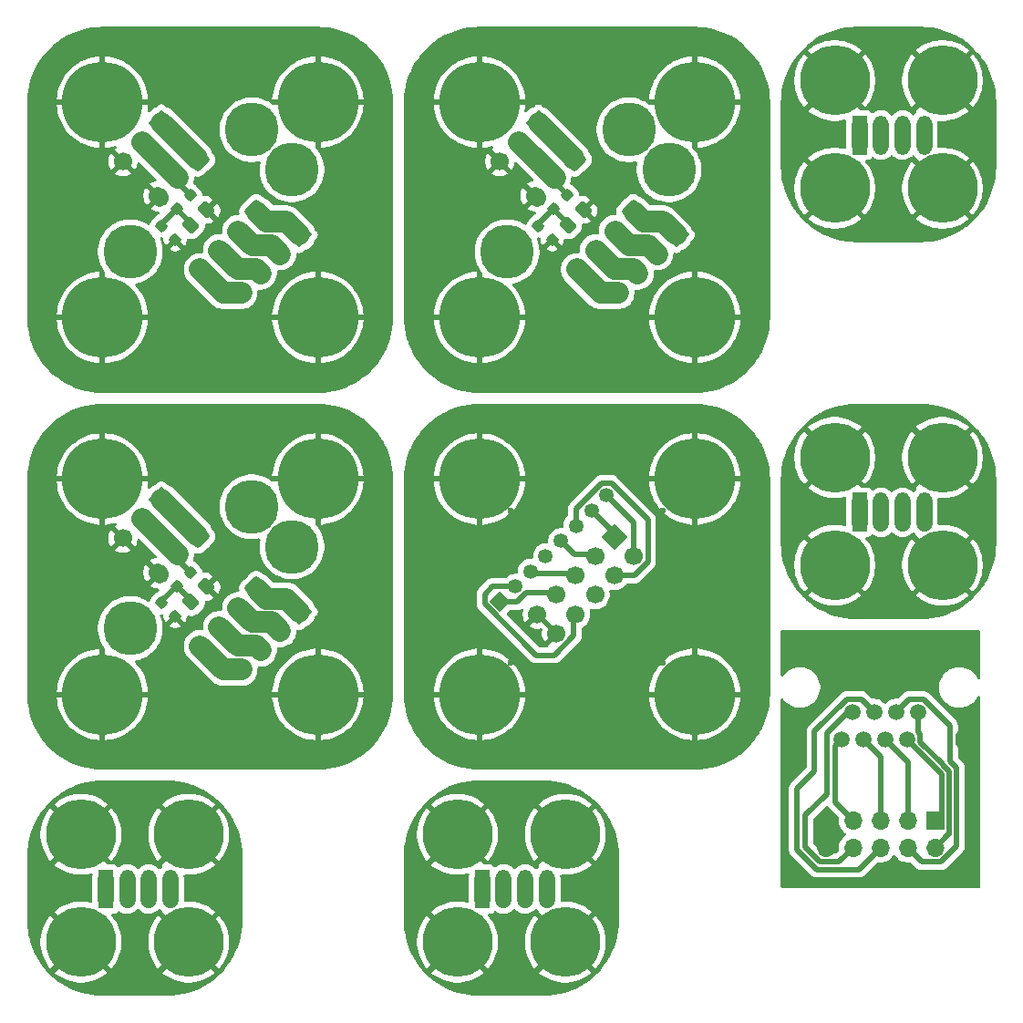
<source format=gbr>
%TF.GenerationSoftware,KiCad,Pcbnew,9.0.0*%
%TF.CreationDate,2025-06-25T09:26:05+09:00*%
%TF.ProjectId,pcb_connectors,7063625f-636f-46e6-9e65-63746f72732e,rev?*%
%TF.SameCoordinates,Original*%
%TF.FileFunction,Copper,L1,Top*%
%TF.FilePolarity,Positive*%
%FSLAX46Y46*%
G04 Gerber Fmt 4.6, Leading zero omitted, Abs format (unit mm)*
G04 Created by KiCad (PCBNEW 9.0.0) date 2025-06-25 09:26:05*
%MOMM*%
%LPD*%
G01*
G04 APERTURE LIST*
G04 Aperture macros list*
%AMRoundRect*
0 Rectangle with rounded corners*
0 $1 Rounding radius*
0 $2 $3 $4 $5 $6 $7 $8 $9 X,Y pos of 4 corners*
0 Add a 4 corners polygon primitive as box body*
4,1,4,$2,$3,$4,$5,$6,$7,$8,$9,$2,$3,0*
0 Add four circle primitives for the rounded corners*
1,1,$1+$1,$2,$3*
1,1,$1+$1,$4,$5*
1,1,$1+$1,$6,$7*
1,1,$1+$1,$8,$9*
0 Add four rect primitives between the rounded corners*
20,1,$1+$1,$2,$3,$4,$5,0*
20,1,$1+$1,$4,$5,$6,$7,0*
20,1,$1+$1,$6,$7,$8,$9,0*
20,1,$1+$1,$8,$9,$2,$3,0*%
%AMHorizOval*
0 Thick line with rounded ends*
0 $1 width*
0 $2 $3 position (X,Y) of the first rounded end (center of the circle)*
0 $4 $5 position (X,Y) of the second rounded end (center of the circle)*
0 Add line between two ends*
20,1,$1,$2,$3,$4,$5,0*
0 Add two circle primitives to create the rounded ends*
1,1,$1,$2,$3*
1,1,$1,$4,$5*%
%AMRotRect*
0 Rectangle, with rotation*
0 The origin of the aperture is its center*
0 $1 length*
0 $2 width*
0 $3 Rotation angle, in degrees counterclockwise*
0 Add horizontal line*
21,1,$1,$2,0,0,$3*%
G04 Aperture macros list end*
%TA.AperFunction,ComponentPad*%
%ADD10C,6.500000*%
%TD*%
%TA.AperFunction,ComponentPad*%
%ADD11C,5.000000*%
%TD*%
%TA.AperFunction,SMDPad,CuDef*%
%ADD12RoundRect,0.237500X-0.344715X0.008839X0.008839X-0.344715X0.344715X-0.008839X-0.008839X0.344715X0*%
%TD*%
%TA.AperFunction,ComponentPad*%
%ADD13C,7.500000*%
%TD*%
%TA.AperFunction,SMDPad,CuDef*%
%ADD14RoundRect,0.250000X-0.088388X0.548008X-0.548008X0.088388X0.088388X-0.548008X0.548008X-0.088388X0*%
%TD*%
%TA.AperFunction,SMDPad,CuDef*%
%ADD15RoundRect,0.237500X0.008839X0.344715X-0.344715X-0.008839X-0.008839X-0.344715X0.344715X0.008839X0*%
%TD*%
%TA.AperFunction,ComponentPad*%
%ADD16RotRect,1.700000X1.700000X315.000000*%
%TD*%
%TA.AperFunction,ComponentPad*%
%ADD17HorizOval,1.700000X0.000000X0.000000X0.000000X0.000000X0*%
%TD*%
%TA.AperFunction,ComponentPad*%
%ADD18R,1.350000X1.350000*%
%TD*%
%TA.AperFunction,ComponentPad*%
%ADD19O,1.350000X1.350000*%
%TD*%
%TA.AperFunction,ComponentPad*%
%ADD20RotRect,1.350000X1.350000X135.000000*%
%TD*%
%TA.AperFunction,ComponentPad*%
%ADD21HorizOval,1.350000X0.000000X0.000000X0.000000X0.000000X0*%
%TD*%
%TA.AperFunction,ComponentPad*%
%ADD22RoundRect,0.250000X-0.088388X0.936916X-0.936916X0.088388X0.088388X-0.936916X0.936916X-0.088388X0*%
%TD*%
%TA.AperFunction,ComponentPad*%
%ADD23HorizOval,1.700000X-0.088388X0.088388X0.088388X-0.088388X0*%
%TD*%
%TA.AperFunction,ComponentPad*%
%ADD24RotRect,1.700000X1.700000X135.000000*%
%TD*%
%TA.AperFunction,ComponentPad*%
%ADD25HorizOval,1.700000X0.000000X0.000000X0.000000X0.000000X0*%
%TD*%
%TA.AperFunction,ComponentPad*%
%ADD26R,1.700000X1.700000*%
%TD*%
%TA.AperFunction,ComponentPad*%
%ADD27O,1.700000X1.700000*%
%TD*%
%TA.AperFunction,ComponentPad*%
%ADD28C,1.500000*%
%TD*%
%TA.AperFunction,ComponentPad*%
%ADD29C,2.300000*%
%TD*%
%TA.AperFunction,ViaPad*%
%ADD30C,0.600000*%
%TD*%
%TA.AperFunction,Conductor*%
%ADD31C,2.000000*%
%TD*%
%TA.AperFunction,Conductor*%
%ADD32C,0.500000*%
%TD*%
%TA.AperFunction,Conductor*%
%ADD33C,1.500000*%
%TD*%
%TA.AperFunction,Conductor*%
%ADD34C,0.200000*%
%TD*%
%TA.AperFunction,Conductor*%
%ADD35C,0.100000*%
%TD*%
G04 APERTURE END LIST*
D10*
%TO.P,H3,1,1*%
%TO.N,GND*%
X95784322Y-112309961D03*
%TD*%
D11*
%TO.P,BLDC6,1,CONN*%
%TO.N,unconnected-(BLDC3-CONN-Pad1)*%
X105385720Y-40597670D03*
%TD*%
D12*
%TO.P,R7,1*%
%TO.N,Net-(SERVO_OK_OUTER1-A)*%
X128250000Y-45786066D03*
%TO.P,R7,2*%
%TO.N,GND*%
X129540470Y-47076536D03*
%TD*%
D10*
%TO.P,H1,1,1*%
%TO.N,GND*%
X120750000Y-102310000D03*
%TD*%
D13*
%TO.P,H13,1,1*%
%TO.N,GND*%
X87784333Y-69309992D03*
%TD*%
D14*
%TO.P,SERVO_OK_OUTER3,1,K*%
%TO.N,GND*%
X132448446Y-44292304D03*
%TO.P,SERVO_OK_OUTER3,2,A*%
%TO.N,Net-(SERVO_OK_OUTER1-A)*%
X130998878Y-45741872D03*
%TD*%
D13*
%TO.P,H2,1,1*%
%TO.N,GND*%
X122784324Y-89309946D03*
%TD*%
%TO.P,H10,1,1*%
%TO.N,GND*%
X122784333Y-54309970D03*
%TD*%
D15*
%TO.P,R8,1*%
%TO.N,+7V*%
X95954683Y-77957639D03*
%TO.P,R8,2*%
%TO.N,Net-(SERVO_OK_OUTER1-A)*%
X94664213Y-79248109D03*
%TD*%
D11*
%TO.P,BLDC5,1,CONN*%
%TO.N,unconnected-(BLDC2-CONN-Pad1)*%
X101673409Y-36885360D03*
%TD*%
D16*
%TO.P,RGBLED6,1,Pin_1*%
%TO.N,Net-(RGBLED1-Pin_1)*%
X141075615Y-46625290D03*
D17*
%TO.P,RGBLED6,2,Pin_2*%
%TO.N,Net-(RGBLED1-Pin_2)*%
X139279564Y-48421341D03*
%TO.P,RGBLED6,3,Pin_3*%
%TO.N,Net-(RGBLED1-Pin_3)*%
X137483513Y-50217392D03*
%TO.P,RGBLED6,4,Pin_4*%
%TO.N,Net-(RGBLED1-Pin_4)*%
X135687461Y-52013444D03*
%TD*%
D10*
%TO.P,H3,1,1*%
%TO.N,GND*%
X130750000Y-112310000D03*
%TD*%
D13*
%TO.P,H14,1,1*%
%TO.N,GND*%
X87784333Y-89309970D03*
%TD*%
D12*
%TO.P,R9,1*%
%TO.N,Net-(SERVO_OK_OUTER1-A)*%
X93250000Y-80786066D03*
%TO.P,R9,2*%
%TO.N,GND*%
X94540470Y-82076536D03*
%TD*%
D18*
%TO.P,J2,1,Pin_1*%
%TO.N,Net-(J1-Pin_1)*%
X88084322Y-106259961D03*
D19*
%TO.P,J2,2,Pin_2*%
%TO.N,Net-(J1-Pin_2)*%
X90084322Y-106259961D03*
%TO.P,J2,3,Pin_3*%
%TO.N,Net-(J1-Pin_3)*%
X92084322Y-106259961D03*
%TO.P,J2,4,Pin_4*%
%TO.N,Net-(J1-Pin_4)*%
X94084322Y-106259961D03*
%TD*%
D10*
%TO.P,H1,1,1*%
%TO.N,GND*%
X85784322Y-102309961D03*
%TD*%
D13*
%TO.P,H11,1,1*%
%TO.N,GND*%
X142784311Y-54309970D03*
%TD*%
D18*
%TO.P,J2,1,Pin_1*%
%TO.N,Net-(J1-Pin_1)*%
X158084341Y-36260000D03*
D19*
%TO.P,J2,2,Pin_2*%
%TO.N,Net-(J1-Pin_2)*%
X160084341Y-36260000D03*
%TO.P,J2,3,Pin_3*%
%TO.N,Net-(J1-Pin_3)*%
X162084341Y-36260000D03*
%TO.P,J2,4,Pin_4*%
%TO.N,Net-(J1-Pin_4)*%
X164084341Y-36260000D03*
%TD*%
D16*
%TO.P,SERVO6,1,PWM*%
%TO.N,Net-(SERVO1-Pin_1)*%
X128271866Y-36223192D03*
D17*
%TO.P,SERVO6,2,+*%
%TO.N,+7V*%
X126475815Y-38019243D03*
%TO.P,SERVO6,3,-*%
%TO.N,GND*%
X124679764Y-39815294D03*
%TD*%
D16*
%TO.P,SERVO8,1,PWM*%
%TO.N,Net-(SERVO1-Pin_1)*%
X93271866Y-71223192D03*
D17*
%TO.P,SERVO8,2,+*%
%TO.N,+7V*%
X91475815Y-73019243D03*
%TO.P,SERVO8,3,-*%
%TO.N,GND*%
X89679764Y-74815294D03*
%TD*%
D12*
%TO.P,R5,1*%
%TO.N,Net-(SERVO_OK_OUTER1-A)*%
X93250000Y-45786066D03*
%TO.P,R5,2*%
%TO.N,GND*%
X94540470Y-47076536D03*
%TD*%
D18*
%TO.P,J2,1,Pin_1*%
%TO.N,Net-(J1-Pin_1)*%
X123050000Y-106260000D03*
D19*
%TO.P,J2,2,Pin_2*%
%TO.N,Net-(J1-Pin_2)*%
X125050000Y-106260000D03*
%TO.P,J2,3,Pin_3*%
%TO.N,Net-(J1-Pin_3)*%
X127050000Y-106260000D03*
%TO.P,J2,4,Pin_4*%
%TO.N,Net-(J1-Pin_4)*%
X129050000Y-106260000D03*
%TD*%
D13*
%TO.P,H1,1,1*%
%TO.N,GND*%
X122784324Y-69309940D03*
%TD*%
D10*
%TO.P,H2,1,1*%
%TO.N,GND*%
X85784322Y-112309961D03*
%TD*%
D11*
%TO.P,BLDC4,1,CONN*%
%TO.N,unconnected-(BLDC1-CONN-Pad1)*%
X90359701Y-48199068D03*
%TD*%
%TO.P,BLDC10,1,CONN*%
%TO.N,unconnected-(BLDC1-CONN-Pad1)*%
X90359701Y-83199068D03*
%TD*%
%TO.P,BLDC12,1,CONN*%
%TO.N,unconnected-(BLDC3-CONN-Pad1)*%
X105385720Y-75597670D03*
%TD*%
D13*
%TO.P,H4,1,1*%
%TO.N,GND*%
X142784330Y-69309940D03*
%TD*%
D15*
%TO.P,R6,1*%
%TO.N,+7V*%
X130954683Y-42957639D03*
%TO.P,R6,2*%
%TO.N,Net-(SERVO_OK_OUTER1-A)*%
X129664213Y-44248109D03*
%TD*%
D10*
%TO.P,H1,1,1*%
%TO.N,GND*%
X155784341Y-32310000D03*
%TD*%
D11*
%TO.P,BLDC9,1,CONN*%
%TO.N,unconnected-(BLDC3-CONN-Pad1)*%
X140385720Y-40597670D03*
%TD*%
D14*
%TO.P,SERVO_OK_OUTER4,1,K*%
%TO.N,GND*%
X97448446Y-79292304D03*
%TO.P,SERVO_OK_OUTER4,2,A*%
%TO.N,Net-(SERVO_OK_OUTER1-A)*%
X95998878Y-80741872D03*
%TD*%
D16*
%TO.P,SERVO4,1,PWM*%
%TO.N,Net-(SERVO1-Pin_1)*%
X93271866Y-36223192D03*
D17*
%TO.P,SERVO4,2,+*%
%TO.N,+7V*%
X91475815Y-38019243D03*
%TO.P,SERVO4,3,-*%
%TO.N,GND*%
X89679764Y-39815294D03*
%TD*%
D13*
%TO.P,H3,1,1*%
%TO.N,GND*%
X142784330Y-89309946D03*
%TD*%
D14*
%TO.P,SERVO_OK_OUTER2,1,K*%
%TO.N,GND*%
X97448446Y-44292304D03*
%TO.P,SERVO_OK_OUTER2,2,A*%
%TO.N,Net-(SERVO_OK_OUTER1-A)*%
X95998878Y-45741872D03*
%TD*%
D15*
%TO.P,R3,1*%
%TO.N,+7V*%
X95954683Y-42957639D03*
%TO.P,R3,2*%
%TO.N,Net-(SERVO_OK_OUTER1-A)*%
X94664213Y-44248109D03*
%TD*%
D16*
%TO.P,RGBLED8,1,Pin_1*%
%TO.N,Net-(RGBLED1-Pin_1)*%
X106075615Y-81625290D03*
D17*
%TO.P,RGBLED8,2,Pin_2*%
%TO.N,Net-(RGBLED1-Pin_2)*%
X104279564Y-83421341D03*
%TO.P,RGBLED8,3,Pin_3*%
%TO.N,Net-(RGBLED1-Pin_3)*%
X102483513Y-85217392D03*
%TO.P,RGBLED8,4,Pin_4*%
%TO.N,Net-(RGBLED1-Pin_4)*%
X100687461Y-87013444D03*
%TD*%
D10*
%TO.P,H2,1,1*%
%TO.N,GND*%
X155784341Y-42310000D03*
%TD*%
%TO.P,H4,1,1*%
%TO.N,GND*%
X95784322Y-102309961D03*
%TD*%
D13*
%TO.P,H5,1,1*%
%TO.N,GND*%
X87784333Y-34309992D03*
%TD*%
%TO.P,H8,1,1*%
%TO.N,GND*%
X107784311Y-34309992D03*
%TD*%
D11*
%TO.P,BLDC8,1,CONN*%
%TO.N,unconnected-(BLDC2-CONN-Pad1)*%
X136673409Y-36885360D03*
%TD*%
D13*
%TO.P,H7,1,1*%
%TO.N,GND*%
X107784311Y-54309970D03*
%TD*%
D11*
%TO.P,BLDC11,1,CONN*%
%TO.N,unconnected-(BLDC2-CONN-Pad1)*%
X101673409Y-71885360D03*
%TD*%
D13*
%TO.P,H15,1,1*%
%TO.N,GND*%
X107784311Y-89309970D03*
%TD*%
%TO.P,H12,1,1*%
%TO.N,GND*%
X142784311Y-34309992D03*
%TD*%
%TO.P,H6,1,1*%
%TO.N,GND*%
X87784333Y-54309970D03*
%TD*%
D10*
%TO.P,H3,1,1*%
%TO.N,GND*%
X165784341Y-42310000D03*
%TD*%
D20*
%TO.P,J1,1,Pin_1*%
%TO.N,Net-(J1-Pin_1)*%
X124695491Y-80710480D03*
D21*
%TO.P,J1,2,Pin_2*%
%TO.N,Net-(J1-Pin_2)*%
X126109705Y-79296266D03*
%TO.P,J1,3,Pin_3*%
%TO.N,Net-(J1-Pin_3)*%
X127523918Y-77882053D03*
%TO.P,J1,4,Pin_4*%
%TO.N,Net-(J1-Pin_4)*%
X128938132Y-76467839D03*
%TO.P,J1,5,Pin_5*%
%TO.N,Net-(J1-Pin_5)*%
X130352345Y-75053626D03*
%TO.P,J1,6,Pin_6*%
%TO.N,Net-(J1-Pin_6)*%
X131766559Y-73639412D03*
%TO.P,J1,7,Pin_7*%
%TO.N,Net-(J1-Pin_7)*%
X133180772Y-72225199D03*
%TO.P,J1,8,Pin_8*%
%TO.N,Net-(J1-Pin_8)*%
X134594986Y-70810985D03*
%TD*%
D10*
%TO.P,H4,1,1*%
%TO.N,GND*%
X165784341Y-32310000D03*
%TD*%
D13*
%TO.P,H9,1,1*%
%TO.N,GND*%
X122784333Y-34309992D03*
%TD*%
D11*
%TO.P,BLDC7,1,CONN*%
%TO.N,unconnected-(BLDC1-CONN-Pad1)*%
X125359701Y-48199068D03*
%TD*%
D16*
%TO.P,RGBLED4,1,Pin_1*%
%TO.N,Net-(RGBLED1-Pin_1)*%
X106075615Y-46625290D03*
D17*
%TO.P,RGBLED4,2,Pin_2*%
%TO.N,Net-(RGBLED1-Pin_2)*%
X104279564Y-48421341D03*
%TO.P,RGBLED4,3,Pin_3*%
%TO.N,Net-(RGBLED1-Pin_3)*%
X102483513Y-50217392D03*
%TO.P,RGBLED4,4,Pin_4*%
%TO.N,Net-(RGBLED1-Pin_4)*%
X100687461Y-52013444D03*
%TD*%
D13*
%TO.P,H16,1,1*%
%TO.N,GND*%
X107784311Y-69309992D03*
%TD*%
D10*
%TO.P,H2,1,1*%
%TO.N,GND*%
X120750000Y-112310000D03*
%TD*%
%TO.P,H4,1,1*%
%TO.N,GND*%
X130750000Y-102310000D03*
%TD*%
D22*
%TO.P,RGBLED3,1,Pin_1*%
%TO.N,Net-(RGBLED1-Pin_1)*%
X102158243Y-44532254D03*
D23*
%TO.P,RGBLED3,2,Pin_2*%
%TO.N,Net-(RGBLED1-Pin_2)*%
X100390476Y-46300021D03*
%TO.P,RGBLED3,3,Pin_3*%
%TO.N,Net-(RGBLED1-Pin_3)*%
X98622709Y-48067788D03*
%TO.P,RGBLED3,4,Pin_4*%
%TO.N,Net-(RGBLED1-Pin_4)*%
X96854942Y-49835555D03*
%TD*%
D18*
%TO.P,J1,1,Pin_1*%
%TO.N,Net-(J1-Pin_1)*%
X158084341Y-38510000D03*
D19*
%TO.P,J1,2,Pin_2*%
%TO.N,Net-(J1-Pin_2)*%
X160084341Y-38510000D03*
%TO.P,J1,3,Pin_3*%
%TO.N,Net-(J1-Pin_3)*%
X162084341Y-38510000D03*
%TO.P,J1,4,Pin_4*%
%TO.N,Net-(J1-Pin_4)*%
X164084341Y-38510000D03*
%TD*%
D22*
%TO.P,SERVO3,1,Pin_1*%
%TO.N,Net-(SERVO1-Pin_1)*%
X96564653Y-39537010D03*
D23*
%TO.P,SERVO3,2,Pin_2*%
%TO.N,+7V*%
X94796886Y-41304777D03*
%TO.P,SERVO3,3,Pin_3*%
%TO.N,GND*%
X93029119Y-43072544D03*
%TD*%
D22*
%TO.P,RGBLED7,1,Pin_1*%
%TO.N,Net-(RGBLED1-Pin_1)*%
X102158243Y-79532254D03*
D23*
%TO.P,RGBLED7,2,Pin_2*%
%TO.N,Net-(RGBLED1-Pin_2)*%
X100390476Y-81300021D03*
%TO.P,RGBLED7,3,Pin_3*%
%TO.N,Net-(RGBLED1-Pin_3)*%
X98622709Y-83067788D03*
%TO.P,RGBLED7,4,Pin_4*%
%TO.N,Net-(RGBLED1-Pin_4)*%
X96854942Y-84835555D03*
%TD*%
D22*
%TO.P,SERVO5,1,Pin_1*%
%TO.N,Net-(SERVO1-Pin_1)*%
X131564653Y-39537010D03*
D23*
%TO.P,SERVO5,2,Pin_2*%
%TO.N,+7V*%
X129796886Y-41304777D03*
%TO.P,SERVO5,3,Pin_3*%
%TO.N,GND*%
X128029119Y-43072544D03*
%TD*%
D22*
%TO.P,RGBLED5,1,Pin_1*%
%TO.N,Net-(RGBLED1-Pin_1)*%
X137158243Y-44532254D03*
D23*
%TO.P,RGBLED5,2,Pin_2*%
%TO.N,Net-(RGBLED1-Pin_2)*%
X135390476Y-46300021D03*
%TO.P,RGBLED5,3,Pin_3*%
%TO.N,Net-(RGBLED1-Pin_3)*%
X133622709Y-48067788D03*
%TO.P,RGBLED5,4,Pin_4*%
%TO.N,Net-(RGBLED1-Pin_4)*%
X131854942Y-49835555D03*
%TD*%
D24*
%TO.P,J2,1,Pin_1*%
%TO.N,Net-(J1-Pin_7)*%
X135330377Y-74671788D03*
D25*
%TO.P,J2,2,Pin_2*%
%TO.N,Net-(J1-Pin_8)*%
X137126428Y-76467839D03*
%TO.P,J2,3,Pin_3*%
%TO.N,Net-(J1-Pin_5)*%
X133534326Y-76467839D03*
%TO.P,J2,4,Pin_4*%
%TO.N,Net-(J1-Pin_6)*%
X135330377Y-78263890D03*
%TO.P,J2,5,Pin_5*%
%TO.N,Net-(J1-Pin_3)*%
X131738275Y-78263890D03*
%TO.P,J2,6,Pin_6*%
%TO.N,Net-(J1-Pin_4)*%
X133534326Y-80059942D03*
%TO.P,J2,7,Pin_7*%
%TO.N,Net-(J1-Pin_1)*%
X129942223Y-80059942D03*
%TO.P,J2,8,Pin_8*%
%TO.N,Net-(J1-Pin_2)*%
X131738275Y-81855993D03*
%TO.P,J2,9,Pin_9*%
%TO.N,GND*%
X128146172Y-81855993D03*
%TO.P,J2,10,Pin_10*%
X129942223Y-83652044D03*
%TD*%
D18*
%TO.P,J1,1,Pin_1*%
%TO.N,Net-(J1-Pin_1)*%
X123050000Y-108510000D03*
D19*
%TO.P,J1,2,Pin_2*%
%TO.N,Net-(J1-Pin_2)*%
X125050000Y-108510000D03*
%TO.P,J1,3,Pin_3*%
%TO.N,Net-(J1-Pin_3)*%
X127050000Y-108510000D03*
%TO.P,J1,4,Pin_4*%
%TO.N,Net-(J1-Pin_4)*%
X129050000Y-108510000D03*
%TD*%
D18*
%TO.P,J1,1,Pin_1*%
%TO.N,Net-(J1-Pin_1)*%
X88084322Y-108509961D03*
D19*
%TO.P,J1,2,Pin_2*%
%TO.N,Net-(J1-Pin_2)*%
X90084322Y-108509961D03*
%TO.P,J1,3,Pin_3*%
%TO.N,Net-(J1-Pin_3)*%
X92084322Y-108509961D03*
%TO.P,J1,4,Pin_4*%
%TO.N,Net-(J1-Pin_4)*%
X94084322Y-108509961D03*
%TD*%
D22*
%TO.P,SERVO7,1,Pin_1*%
%TO.N,Net-(SERVO1-Pin_1)*%
X96564653Y-74537010D03*
D23*
%TO.P,SERVO7,2,Pin_2*%
%TO.N,+7V*%
X94796886Y-76304777D03*
%TO.P,SERVO7,3,Pin_3*%
%TO.N,GND*%
X93029119Y-78072544D03*
%TD*%
D10*
%TO.P,H1,1,1*%
%TO.N,GND*%
X155784325Y-67309950D03*
%TD*%
%TO.P,H3,1,1*%
%TO.N,GND*%
X165784325Y-77309950D03*
%TD*%
%TO.P,H2,1,1*%
%TO.N,GND*%
X155784325Y-77309950D03*
%TD*%
%TO.P,H4,1,1*%
%TO.N,GND*%
X165784325Y-67309950D03*
%TD*%
D18*
%TO.P,J2,1,Pin_1*%
%TO.N,Net-(J1-Pin_1)*%
X158084325Y-71259950D03*
D19*
%TO.P,J2,2,Pin_2*%
%TO.N,Net-(J1-Pin_2)*%
X160084325Y-71259950D03*
%TO.P,J2,3,Pin_3*%
%TO.N,Net-(J1-Pin_3)*%
X162084325Y-71259950D03*
%TO.P,J2,4,Pin_4*%
%TO.N,Net-(J1-Pin_4)*%
X164084325Y-71259950D03*
%TD*%
D18*
%TO.P,J1,1,Pin_1*%
%TO.N,Net-(J1-Pin_1)*%
X158084325Y-73509950D03*
D19*
%TO.P,J1,2,Pin_2*%
%TO.N,Net-(J1-Pin_2)*%
X160084325Y-73509950D03*
%TO.P,J1,3,Pin_3*%
%TO.N,Net-(J1-Pin_3)*%
X162084325Y-73509950D03*
%TO.P,J1,4,Pin_4*%
%TO.N,Net-(J1-Pin_4)*%
X164084325Y-73509950D03*
%TD*%
D26*
%TO.P,J2,1,Pin_1*%
%TO.N,Net-(J2-Pin_1)*%
X165114325Y-101019950D03*
D27*
%TO.P,J2,2,Pin_2*%
%TO.N,Net-(J2-Pin_2)*%
X165114325Y-103559950D03*
%TO.P,J2,3,Pin_3*%
%TO.N,Net-(J2-Pin_3)*%
X162574325Y-101019950D03*
%TO.P,J2,4,Pin_4*%
%TO.N,Net-(J2-Pin_4)*%
X162574325Y-103559950D03*
%TO.P,J2,5,Pin_5*%
%TO.N,Net-(J2-Pin_5)*%
X160034325Y-101019950D03*
%TO.P,J2,6,Pin_6*%
%TO.N,Net-(J2-Pin_6)*%
X160034325Y-103559950D03*
%TO.P,J2,7,Pin_7*%
%TO.N,Net-(J2-Pin_7)*%
X157494325Y-101019950D03*
%TO.P,J2,8,Pin_8*%
%TO.N,Net-(J2-Pin_8)*%
X157494325Y-103559950D03*
%TO.P,J2,9,Pin_9*%
%TO.N,GND*%
X154954325Y-101019950D03*
%TO.P,J2,10,Pin_10*%
X154954325Y-103559950D03*
%TD*%
D28*
%TO.P,J1,1*%
%TO.N,Net-(J2-Pin_7)*%
X156384325Y-93499950D03*
%TO.P,J1,2*%
%TO.N,Net-(J2-Pin_8)*%
X157404325Y-90959950D03*
%TO.P,J1,3*%
%TO.N,Net-(J2-Pin_5)*%
X158424325Y-93499950D03*
%TO.P,J1,4*%
%TO.N,Net-(J2-Pin_6)*%
X159444325Y-90959950D03*
%TO.P,J1,5*%
%TO.N,Net-(J2-Pin_3)*%
X160464325Y-93499950D03*
%TO.P,J1,6*%
%TO.N,Net-(J2-Pin_4)*%
X161484325Y-90959950D03*
%TO.P,J1,7*%
%TO.N,Net-(J2-Pin_1)*%
X162504325Y-93499950D03*
%TO.P,J1,8*%
%TO.N,Net-(J2-Pin_2)*%
X163524325Y-90959950D03*
D29*
%TO.P,J1,SH*%
%TO.N,GND*%
X168074325Y-93499950D03*
X151834325Y-93499950D03*
%TD*%
D30*
%TO.N,GND*%
X132784327Y-65167807D03*
X146926458Y-44309981D03*
X118642191Y-79309943D03*
X118642186Y-30167845D03*
X132784327Y-93452079D03*
X83750000Y-93310000D03*
X118750000Y-58310000D03*
X146926463Y-79309943D03*
X125713259Y-72238875D03*
X97784322Y-58452117D03*
X83642186Y-30167845D03*
X83642186Y-79309981D03*
X139855395Y-72238875D03*
X97784322Y-30167845D03*
X111926458Y-30167845D03*
X111926458Y-44309981D03*
X118642186Y-44309981D03*
X97784322Y-93452117D03*
X125713259Y-86381011D03*
X146926458Y-30167845D03*
X83642186Y-65167845D03*
X139855395Y-86381011D03*
X83642186Y-44309981D03*
X111926458Y-79309981D03*
X111926458Y-93452117D03*
X111926458Y-58452117D03*
X146926458Y-58452117D03*
X132784322Y-58452117D03*
X132784322Y-30167845D03*
X83750000Y-58310000D03*
X97784322Y-65167845D03*
X111926458Y-65167845D03*
%TO.N,+7V*%
X92648913Y-39192342D03*
X92648913Y-74192342D03*
X127648913Y-39192342D03*
%TO.N,GND*%
X168534325Y-106809950D03*
X168534325Y-96809950D03*
X151534325Y-83809950D03*
X151534325Y-96809950D03*
X151534325Y-106809950D03*
X168534325Y-83809950D03*
%TD*%
D31*
%TO.N,Net-(SERVO1-Pin_1)*%
X93271866Y-71223192D02*
X96564653Y-74515979D01*
X96564653Y-74515979D02*
X96564653Y-74537010D01*
X128271866Y-36223192D02*
X131564653Y-39515979D01*
X131564653Y-39515979D02*
X131564653Y-39537010D01*
X96564653Y-39515979D02*
X96564653Y-39537010D01*
X93271866Y-36223192D02*
X96564653Y-39515979D01*
D32*
%TO.N,Net-(SERVO_OK_OUTER1-A)*%
X94664213Y-79248109D02*
X96060749Y-80644645D01*
X93250000Y-80662323D02*
X93250000Y-80786066D01*
X94664213Y-79248109D02*
X93250000Y-80662323D01*
X129664213Y-44248109D02*
X128250000Y-45662323D01*
X93250000Y-45662323D02*
X93250000Y-45786066D01*
X94664213Y-44248109D02*
X96060749Y-45644645D01*
X129664213Y-44248109D02*
X131060749Y-45644645D01*
X96060749Y-45644645D02*
X96060749Y-45680000D01*
X128250000Y-45662323D02*
X128250000Y-45786066D01*
X96060749Y-80644645D02*
X96060749Y-80680000D01*
X94664213Y-44248109D02*
X93250000Y-45662323D01*
X131060749Y-45644645D02*
X131060749Y-45680000D01*
%TO.N,+7V*%
X94902862Y-41304777D02*
X94796886Y-41304777D01*
D31*
X126475814Y-38019243D02*
X127648913Y-39192342D01*
D32*
X94796886Y-41799842D02*
X94796886Y-41304777D01*
X94902862Y-76304777D02*
X94796886Y-76304777D01*
D31*
X92648913Y-74192342D02*
X93532797Y-75076225D01*
D32*
X95132673Y-76640564D02*
X94796886Y-76304777D01*
D31*
X127648913Y-39192342D02*
X128532797Y-40076225D01*
D32*
X95132673Y-41640564D02*
X94796886Y-41304777D01*
D31*
X91475814Y-73019243D02*
X92648913Y-74192342D01*
X94761349Y-76304777D02*
X94796886Y-76304777D01*
X93532797Y-75076225D02*
X94761349Y-76304777D01*
X93532797Y-40076225D02*
X94761349Y-41304777D01*
D32*
X94796886Y-76799842D02*
X94796886Y-76304777D01*
D31*
X129761349Y-41304777D02*
X129796886Y-41304777D01*
D32*
X95954683Y-42957639D02*
X94796886Y-41799842D01*
D31*
X92648913Y-39192342D02*
X93532797Y-40076225D01*
X94761349Y-41304777D02*
X94796886Y-41304777D01*
D32*
X95954683Y-77957639D02*
X94796886Y-76799842D01*
X129902862Y-41304777D02*
X129796886Y-41304777D01*
D31*
X128532797Y-40076225D02*
X129761349Y-41304777D01*
D32*
X130954683Y-42957639D02*
X129796886Y-41799842D01*
X129796886Y-41799842D02*
X129796886Y-41304777D01*
X130132673Y-41640564D02*
X129796886Y-41304777D01*
D31*
X91475814Y-38019243D02*
X92648913Y-39192342D01*
%TO.N,Net-(RGBLED1-Pin_1)*%
X104860769Y-80410444D02*
X106075615Y-81625290D01*
X138036433Y-45410444D02*
X139860769Y-45410444D01*
X103036433Y-45410444D02*
X104860769Y-45410444D01*
X102158243Y-44532254D02*
X103036433Y-45410444D01*
X139860769Y-45410444D02*
X141075615Y-46625290D01*
X104860769Y-45410444D02*
X106075615Y-46625290D01*
X137158243Y-44532254D02*
X138036433Y-45410444D01*
X102158243Y-79532254D02*
X103036433Y-80410444D01*
X103036433Y-80410444D02*
X104860769Y-80410444D01*
%TO.N,Net-(RGBLED1-Pin_4)*%
X96854943Y-49835555D02*
X99032831Y-52013443D01*
X134032831Y-52013443D02*
X135687461Y-52013443D01*
X131854943Y-49835555D02*
X134032831Y-52013443D01*
X99032831Y-52013443D02*
X100687461Y-52013443D01*
X99032831Y-87013443D02*
X100687461Y-87013443D01*
X96854943Y-84835555D02*
X99032831Y-87013443D01*
%TO.N,Net-(RGBLED1-Pin_2)*%
X101701899Y-47611443D02*
X103469666Y-47611443D01*
X138469666Y-47611443D02*
X139279564Y-48421341D01*
X103469666Y-47611443D02*
X104279564Y-48421341D01*
X101701899Y-82611443D02*
X103469666Y-82611443D01*
X103469666Y-82611443D02*
X104279564Y-83421341D01*
X135390476Y-46300021D02*
X136701899Y-47611443D01*
X136701899Y-47611443D02*
X138469666Y-47611443D01*
X100390476Y-81300021D02*
X101701899Y-82611443D01*
X100390476Y-46300021D02*
X101701899Y-47611443D01*
%TO.N,Net-(RGBLED1-Pin_3)*%
X135367365Y-49812443D02*
X137078564Y-49812443D01*
X102078564Y-84812443D02*
X102483513Y-85217392D01*
X100367365Y-84812443D02*
X102078564Y-84812443D01*
X137078564Y-49812443D02*
X137483513Y-50217392D01*
X98622710Y-83067788D02*
X100367365Y-84812443D01*
X100367365Y-49812443D02*
X102078564Y-49812443D01*
X102078564Y-49812443D02*
X102483513Y-50217392D01*
X133622710Y-48067788D02*
X135367365Y-49812443D01*
X98622710Y-48067788D02*
X100367365Y-49812443D01*
D33*
%TO.N,Net-(J1-Pin_3)*%
X162084341Y-36410000D02*
X162084341Y-38410000D01*
X92084322Y-106409961D02*
X92084322Y-108409961D01*
D32*
X127728979Y-78087114D02*
X131561498Y-78087114D01*
D33*
X127050000Y-106410000D02*
X127050000Y-108410000D01*
D32*
X127523919Y-77882053D02*
X127728979Y-78087114D01*
%TO.N,Net-(J1-Pin_1)*%
X127115211Y-79883165D02*
X126287896Y-80710480D01*
X129765447Y-79883165D02*
X127115211Y-79883165D01*
X126287896Y-80710480D02*
X124695491Y-80710480D01*
D33*
X88084322Y-106409961D02*
X88084322Y-108409961D01*
X158084341Y-36410000D02*
X158084341Y-38410000D01*
X123050000Y-106410000D02*
X123050000Y-108410000D01*
D32*
%TO.N,Net-(J1-Pin_2)*%
X131561498Y-83872662D02*
X131561498Y-81679217D01*
X129773932Y-85660228D02*
X131561498Y-83872662D01*
D33*
X160084341Y-36410000D02*
X160084341Y-38410000D01*
D32*
X123281278Y-80003374D02*
X123281278Y-80888671D01*
X128052834Y-85660228D02*
X129773932Y-85660228D01*
X123281278Y-80888671D02*
X128052834Y-85660228D01*
D33*
X90084322Y-106409961D02*
X90084322Y-108409961D01*
D32*
X123988385Y-79296267D02*
X123281278Y-80003374D01*
X126109705Y-79296267D02*
X123988385Y-79296267D01*
D33*
X125050000Y-106410000D02*
X125050000Y-108410000D01*
%TO.N,Net-(J1-Pin_4)*%
X129050000Y-106410000D02*
X129050000Y-108410000D01*
X164084341Y-36410000D02*
X164084341Y-38410000D01*
X94084322Y-106409961D02*
X94084322Y-108409961D01*
D32*
%TO.N,Net-(J1-Pin_6)*%
X131766559Y-73639413D02*
X131766559Y-72047008D01*
X135061390Y-69684985D02*
X138427429Y-73051023D01*
X134128582Y-69684985D02*
X135061390Y-69684985D01*
X137170269Y-78263891D02*
X135330377Y-78263891D01*
X138427429Y-77006731D02*
X137170269Y-78263891D01*
X138427429Y-73051023D02*
X138427429Y-77006731D01*
X131766559Y-72047008D02*
X134128582Y-69684985D01*
%TO.N,Net-(J1-Pin_7)*%
X135153601Y-74198027D02*
X135153601Y-74495012D01*
X133180773Y-72225199D02*
X135153601Y-74198027D01*
%TO.N,Net-(J1-Pin_8)*%
X137126429Y-76114286D02*
X136949652Y-76291063D01*
X134594986Y-70810985D02*
X137126429Y-73342428D01*
X137126429Y-73342428D02*
X137126429Y-76114286D01*
%TO.N,Net-(J1-Pin_5)*%
X130352346Y-75053626D02*
X131589783Y-76291063D01*
X131589783Y-76291063D02*
X133357549Y-76291063D01*
D33*
%TO.N,Net-(J1-Pin_3)*%
X162084325Y-71409950D02*
X162084325Y-73409950D01*
%TO.N,Net-(J1-Pin_1)*%
X158084325Y-71409950D02*
X158084325Y-73409950D01*
%TO.N,Net-(J1-Pin_2)*%
X160084325Y-71409950D02*
X160084325Y-73409950D01*
%TO.N,Net-(J1-Pin_4)*%
X164084325Y-71409950D02*
X164084325Y-73409950D01*
D34*
%TO.N,Net-(J2-Pin_7)*%
X156384325Y-93499950D02*
X156343325Y-93540950D01*
D32*
X155784325Y-94099950D02*
X155784325Y-99309950D01*
X156384325Y-93499950D02*
X155784325Y-94099950D01*
X155784325Y-99309950D02*
X157494325Y-101019950D01*
D35*
X157034325Y-100559950D02*
X157494325Y-101019950D01*
D32*
%TO.N,Net-(J2-Pin_1)*%
X163004325Y-93999950D02*
X163414961Y-94410586D01*
X162504325Y-93499950D02*
X163004325Y-93999950D01*
X165714325Y-96731314D02*
X165714325Y-100419950D01*
X165524961Y-96541950D02*
X165714325Y-96731314D01*
X163414961Y-94410586D02*
X165114325Y-96109950D01*
X165114325Y-96109950D02*
X165114325Y-96131314D01*
X165714325Y-100419950D02*
X165114325Y-101019950D01*
X165114325Y-96131314D02*
X165524961Y-96541950D01*
D35*
%TO.N,Net-(J2-Pin_3)*%
X160034325Y-93929950D02*
X160034325Y-94059900D01*
D32*
X162574325Y-95609950D02*
X162574325Y-101019950D01*
X160464325Y-93499950D02*
X162574325Y-95609950D01*
D35*
X160464325Y-93499950D02*
X160034325Y-93929950D01*
D32*
%TO.N,Net-(J2-Pin_6)*%
X152284325Y-103721206D02*
X154125069Y-105561950D01*
X159444325Y-90959950D02*
X158243325Y-89758950D01*
X158243325Y-89758950D02*
X156906854Y-89758950D01*
X152284325Y-98068586D02*
X152284325Y-103721206D01*
X153913643Y-92752161D02*
X153913643Y-96439268D01*
X158032325Y-105561950D02*
X160034325Y-103559950D01*
X153913643Y-96439268D02*
X152284325Y-98068586D01*
X156906854Y-89758950D02*
X153913643Y-92752161D01*
X154125069Y-105561950D02*
X158032325Y-105561950D01*
D35*
%TO.N,Net-(J2-Pin_5)*%
X158424325Y-93499950D02*
X158595325Y-93670950D01*
D32*
X160034325Y-95109950D02*
X160034325Y-101019950D01*
X158424325Y-93499950D02*
X160034325Y-95109950D01*
%TO.N,Net-(J2-Pin_4)*%
X166473325Y-95486222D02*
X167116325Y-96129222D01*
X165653217Y-104860950D02*
X163875325Y-104860950D01*
X163875325Y-104860950D02*
X162574325Y-103559950D01*
X166473325Y-92210479D02*
X166473325Y-95486222D01*
X164021796Y-89758950D02*
X166473325Y-92210479D01*
X162685325Y-89758950D02*
X164021796Y-89758950D01*
X161484325Y-90959950D02*
X162685325Y-89758950D01*
X167116325Y-96129222D02*
X167116325Y-103397842D01*
X167116325Y-103397842D02*
X165653217Y-104860950D01*
%TO.N,Net-(J2-Pin_8)*%
X153034325Y-100559950D02*
X153034325Y-103479842D01*
X154415433Y-104860950D02*
X156193325Y-104860950D01*
X155034325Y-92937028D02*
X155034325Y-98559950D01*
X155034325Y-98559950D02*
X153034325Y-100559950D01*
X156193325Y-104860950D02*
X157494325Y-103559950D01*
D35*
X157404325Y-90959950D02*
X157034325Y-91329950D01*
D32*
X157404325Y-90959950D02*
X157011403Y-90959950D01*
X157011403Y-90959950D02*
X155034325Y-92937028D01*
X153034325Y-103479842D02*
X154415433Y-104860950D01*
%TO.N,Net-(J2-Pin_2)*%
X166415325Y-102320950D02*
X166353325Y-102320950D01*
X163705325Y-93709586D02*
X165815325Y-95819586D01*
X163524325Y-92821479D02*
X163705325Y-93002479D01*
X163524325Y-90959950D02*
X163524325Y-92821479D01*
X166415325Y-96440950D02*
X166415325Y-102320950D01*
X166353325Y-102320950D02*
X165114325Y-103559950D01*
X163705325Y-93002479D02*
X163705325Y-93709586D01*
X165815325Y-95840950D02*
X166415325Y-96440950D01*
X165815325Y-95819586D02*
X165815325Y-95840950D01*
%TD*%
%TA.AperFunction,Conductor*%
%TO.N,GND*%
G36*
X107786549Y-27310579D02*
G01*
X108279233Y-27328177D01*
X108288026Y-27328805D01*
X108776063Y-27381275D01*
X108784779Y-27382528D01*
X109267827Y-27469680D01*
X109276435Y-27471553D01*
X109752012Y-27592938D01*
X109760492Y-27595428D01*
X110226171Y-27750422D01*
X110234465Y-27753515D01*
X110687907Y-27941337D01*
X110695959Y-27945014D01*
X110696009Y-27945039D01*
X111134855Y-28164710D01*
X111142614Y-28168947D01*
X111564723Y-28419395D01*
X111572146Y-28424166D01*
X111819047Y-28595593D01*
X111975303Y-28704084D01*
X111982389Y-28709388D01*
X111982413Y-28709407D01*
X112364557Y-29017359D01*
X112371234Y-29023144D01*
X112398998Y-29048993D01*
X112730453Y-29357589D01*
X112736712Y-29363848D01*
X113071151Y-29723060D01*
X113076948Y-29729750D01*
X113384912Y-30111912D01*
X113390216Y-30118998D01*
X113416451Y-30156783D01*
X113670130Y-30522149D01*
X113674910Y-30529586D01*
X113878023Y-30871916D01*
X113925351Y-30951682D01*
X113929593Y-30959451D01*
X114149286Y-31398343D01*
X114152963Y-31406394D01*
X114340785Y-31859836D01*
X114343878Y-31868130D01*
X114498870Y-32333804D01*
X114501364Y-32342297D01*
X114622741Y-32817846D01*
X114624623Y-32826495D01*
X114711769Y-33309513D01*
X114713028Y-33318275D01*
X114765491Y-33806244D01*
X114766123Y-33815073D01*
X114783724Y-34307869D01*
X114783800Y-34311415D01*
X114783803Y-34311837D01*
X114783803Y-34375885D01*
X114784269Y-34377627D01*
X114784338Y-34387221D01*
X114784293Y-34387376D01*
X114784341Y-34388101D01*
X114784341Y-54231863D01*
X114783803Y-54240074D01*
X114783803Y-54307755D01*
X114783724Y-54312181D01*
X114766127Y-54804875D01*
X114765495Y-54813704D01*
X114713029Y-55301703D01*
X114711770Y-55310464D01*
X114624628Y-55793464D01*
X114622746Y-55802114D01*
X114501368Y-56277666D01*
X114498874Y-56286159D01*
X114343883Y-56751833D01*
X114340790Y-56760127D01*
X114152968Y-57213569D01*
X114149291Y-57221620D01*
X113929601Y-57660506D01*
X113925359Y-57668276D01*
X113674913Y-58090379D01*
X113670127Y-58097825D01*
X113390221Y-58500967D01*
X113384917Y-58508053D01*
X113076952Y-58890215D01*
X113071155Y-58896905D01*
X112736716Y-59256117D01*
X112730457Y-59262376D01*
X112371246Y-59596815D01*
X112364556Y-59602612D01*
X111982393Y-59910576D01*
X111975307Y-59915880D01*
X111572160Y-60195791D01*
X111564714Y-60200577D01*
X111142622Y-60451016D01*
X111134853Y-60455258D01*
X110695962Y-60674951D01*
X110687910Y-60678628D01*
X110234468Y-60866450D01*
X110226174Y-60869543D01*
X109760501Y-61024534D01*
X109752008Y-61027028D01*
X109276457Y-61148405D01*
X109267808Y-61150287D01*
X108784804Y-61237431D01*
X108776042Y-61238691D01*
X108288045Y-61291156D01*
X108279216Y-61291787D01*
X107786551Y-61309383D01*
X107783004Y-61309459D01*
X107782581Y-61309462D01*
X107718419Y-61309462D01*
X107716676Y-61309929D01*
X107707084Y-61309997D01*
X107706928Y-61309952D01*
X107706205Y-61310000D01*
X87862437Y-61310000D01*
X87854231Y-61309462D01*
X87850223Y-61309462D01*
X87786544Y-61309462D01*
X87782119Y-61309383D01*
X87289425Y-61291788D01*
X87280595Y-61291157D01*
X86792595Y-61238693D01*
X86783834Y-61237433D01*
X86300834Y-61150292D01*
X86292184Y-61148410D01*
X85816643Y-61027037D01*
X85808150Y-61024544D01*
X85342445Y-60869544D01*
X85334152Y-60866450D01*
X84880726Y-60678636D01*
X84872674Y-60674959D01*
X84433788Y-60455270D01*
X84426019Y-60451028D01*
X84003920Y-60200586D01*
X83996473Y-60195800D01*
X83593326Y-59915890D01*
X83586240Y-59910586D01*
X83204077Y-59602621D01*
X83197387Y-59596824D01*
X83197377Y-59596815D01*
X83048096Y-59457829D01*
X82838175Y-59262385D01*
X82831916Y-59256126D01*
X82497477Y-58896914D01*
X82491680Y-58890224D01*
X82183715Y-58508061D01*
X82178411Y-58500975D01*
X81992616Y-58233380D01*
X81898492Y-58097816D01*
X81893722Y-58090393D01*
X81643267Y-57668272D01*
X81639043Y-57660537D01*
X81419330Y-57221607D01*
X81415668Y-57213588D01*
X81227841Y-56760127D01*
X81224756Y-56751857D01*
X81172769Y-56595660D01*
X81069754Y-56286146D01*
X81067263Y-56277659D01*
X80973416Y-55909970D01*
X80945887Y-55802111D01*
X80944007Y-55793468D01*
X80944006Y-55793464D01*
X80856865Y-55310463D01*
X80855606Y-55301707D01*
X80836997Y-55128610D01*
X80803140Y-54813690D01*
X80802512Y-54804895D01*
X80784920Y-54312268D01*
X80784841Y-54307843D01*
X80784841Y-44315554D01*
X80784841Y-34312094D01*
X80784918Y-34307781D01*
X80793769Y-34059991D01*
X83539971Y-34059991D01*
X83539972Y-34059992D01*
X86203985Y-34059992D01*
X86184333Y-34184069D01*
X86184333Y-34435915D01*
X86203985Y-34559992D01*
X83539971Y-34559992D01*
X83566678Y-34865259D01*
X83566678Y-34865263D01*
X83631120Y-35230727D01*
X83631124Y-35230744D01*
X83727170Y-35589198D01*
X83854108Y-35937955D01*
X84010940Y-36274284D01*
X84010948Y-36274299D01*
X84196499Y-36595682D01*
X84196508Y-36595697D01*
X84409373Y-36899699D01*
X84647921Y-37183988D01*
X84910336Y-37446403D01*
X85194625Y-37684951D01*
X85498627Y-37897816D01*
X85498642Y-37897825D01*
X85820025Y-38083376D01*
X85820040Y-38083384D01*
X86156369Y-38240216D01*
X86505126Y-38367154D01*
X86863580Y-38463200D01*
X86863597Y-38463204D01*
X87229063Y-38527646D01*
X87534332Y-38554353D01*
X87534333Y-38554353D01*
X87534333Y-35890340D01*
X87658410Y-35909992D01*
X87910256Y-35909992D01*
X88034333Y-35890340D01*
X88034333Y-38554353D01*
X88339600Y-38527646D01*
X88339604Y-38527646D01*
X88705068Y-38463204D01*
X88705079Y-38463202D01*
X88946335Y-38398558D01*
X89016185Y-38400221D01*
X89074048Y-38439383D01*
X89101552Y-38503612D01*
X89089966Y-38572514D01*
X89042967Y-38624214D01*
X89034725Y-38628817D01*
X88972207Y-38660672D01*
X88972204Y-38660674D01*
X88918046Y-38700021D01*
X88918046Y-38700022D01*
X89550355Y-39332331D01*
X89486771Y-39349369D01*
X89372757Y-39415195D01*
X89279665Y-39508287D01*
X89213839Y-39622301D01*
X89196801Y-39685885D01*
X88564492Y-39053576D01*
X88564491Y-39053576D01*
X88525144Y-39107733D01*
X88428668Y-39297076D01*
X88363006Y-39499163D01*
X88363006Y-39499166D01*
X88329764Y-39709047D01*
X88329764Y-39921540D01*
X88363006Y-40131421D01*
X88363006Y-40131424D01*
X88428668Y-40333511D01*
X88525139Y-40522844D01*
X88564492Y-40577010D01*
X89196801Y-39944702D01*
X89213839Y-40008287D01*
X89279665Y-40122301D01*
X89372757Y-40215393D01*
X89486771Y-40281219D01*
X89550354Y-40298256D01*
X88918046Y-40930563D01*
X88918046Y-40930564D01*
X88972213Y-40969918D01*
X89161546Y-41066389D01*
X89363634Y-41132051D01*
X89573518Y-41165294D01*
X89786010Y-41165294D01*
X89995891Y-41132051D01*
X89995894Y-41132051D01*
X90197981Y-41066389D01*
X90387318Y-40969916D01*
X90441480Y-40930564D01*
X90441481Y-40930564D01*
X89809172Y-40298256D01*
X89872757Y-40281219D01*
X89986771Y-40215393D01*
X90079863Y-40122301D01*
X90145689Y-40008287D01*
X90162726Y-39944702D01*
X90795034Y-40577011D01*
X90795034Y-40577010D01*
X90834386Y-40522848D01*
X90930859Y-40333511D01*
X90996521Y-40131424D01*
X90996522Y-40131420D01*
X91022637Y-39966532D01*
X91052566Y-39903397D01*
X91111877Y-39866465D01*
X91181740Y-39867463D01*
X91232791Y-39898248D01*
X91504396Y-40169853D01*
X92388279Y-41053734D01*
X92778266Y-41443721D01*
X92811751Y-41505044D01*
X92806767Y-41574736D01*
X92764895Y-41630669D01*
X92709983Y-41653875D01*
X92624603Y-41667398D01*
X92624600Y-41667398D01*
X92422513Y-41733060D01*
X92233180Y-41829531D01*
X92179013Y-41868885D01*
X92179013Y-41868886D01*
X92920121Y-42609993D01*
X92845776Y-42629914D01*
X92737462Y-42692449D01*
X92649024Y-42780887D01*
X92586489Y-42889201D01*
X92566568Y-42963546D01*
X91825460Y-42222438D01*
X91786106Y-42276605D01*
X91689635Y-42465938D01*
X91623973Y-42668025D01*
X91623973Y-42668028D01*
X91590731Y-42877909D01*
X91590731Y-43090402D01*
X91623973Y-43300283D01*
X91623973Y-43300286D01*
X91689635Y-43502373D01*
X91786110Y-43691713D01*
X91899846Y-43848259D01*
X91899848Y-43848260D01*
X92566568Y-43181539D01*
X92586489Y-43255887D01*
X92649024Y-43364201D01*
X92737462Y-43452639D01*
X92845776Y-43515174D01*
X92920120Y-43535094D01*
X92253401Y-44201813D01*
X92409952Y-44315554D01*
X92599289Y-44412027D01*
X92801377Y-44477689D01*
X92965345Y-44503659D01*
X93028479Y-44533588D01*
X93065411Y-44592899D01*
X93064413Y-44662762D01*
X93025804Y-44720995D01*
X92993406Y-44739735D01*
X92993487Y-44739896D01*
X92990770Y-44741260D01*
X92988368Y-44742650D01*
X92987042Y-44743132D01*
X92832861Y-44820564D01*
X92754103Y-44884721D01*
X92754088Y-44884734D01*
X92348672Y-45290152D01*
X92348663Y-45290162D01*
X92284496Y-45368930D01*
X92207069Y-45523101D01*
X92186560Y-45609638D01*
X92151946Y-45670331D01*
X92090013Y-45702674D01*
X92020426Y-45696401D01*
X91999931Y-45686035D01*
X91813384Y-45568820D01*
X91509755Y-45422600D01*
X91191666Y-45311295D01*
X91191654Y-45311291D01*
X90863098Y-45236301D01*
X90863082Y-45236299D01*
X90528209Y-45198568D01*
X90528205Y-45198568D01*
X90191197Y-45198568D01*
X90191192Y-45198568D01*
X89856319Y-45236299D01*
X89856303Y-45236301D01*
X89527747Y-45311291D01*
X89527735Y-45311295D01*
X89209646Y-45422600D01*
X88906017Y-45568820D01*
X88620663Y-45748121D01*
X88357178Y-45958242D01*
X88118875Y-46196545D01*
X87908754Y-46460030D01*
X87729453Y-46745384D01*
X87583233Y-47049013D01*
X87471928Y-47367102D01*
X87471924Y-47367114D01*
X87396934Y-47695670D01*
X87396932Y-47695686D01*
X87359201Y-48030559D01*
X87359201Y-48367576D01*
X87396932Y-48702449D01*
X87396934Y-48702465D01*
X87471924Y-49031021D01*
X87471928Y-49031033D01*
X87583233Y-49349122D01*
X87729453Y-49652751D01*
X87729455Y-49652754D01*
X87908755Y-49938107D01*
X88007280Y-50061654D01*
X88033689Y-50126340D01*
X88034333Y-50138966D01*
X88034333Y-52729621D01*
X87910256Y-52709970D01*
X87658410Y-52709970D01*
X87534333Y-52729621D01*
X87534333Y-50065606D01*
X87229063Y-50092315D01*
X87229061Y-50092315D01*
X86863597Y-50156757D01*
X86863580Y-50156761D01*
X86505126Y-50252807D01*
X86156369Y-50379745D01*
X85820040Y-50536577D01*
X85820025Y-50536585D01*
X85498642Y-50722136D01*
X85498627Y-50722145D01*
X85194625Y-50935010D01*
X84910336Y-51173558D01*
X84647921Y-51435973D01*
X84409373Y-51720262D01*
X84196508Y-52024264D01*
X84196499Y-52024279D01*
X84010948Y-52345662D01*
X84010940Y-52345677D01*
X83854108Y-52682006D01*
X83727170Y-53030763D01*
X83631124Y-53389217D01*
X83631120Y-53389234D01*
X83566678Y-53754698D01*
X83566678Y-53754702D01*
X83539971Y-54059969D01*
X83539972Y-54059970D01*
X86203985Y-54059970D01*
X86184333Y-54184047D01*
X86184333Y-54435893D01*
X86203985Y-54559970D01*
X83539971Y-54559970D01*
X83566678Y-54865237D01*
X83566678Y-54865241D01*
X83631120Y-55230705D01*
X83631124Y-55230722D01*
X83727170Y-55589176D01*
X83854108Y-55937933D01*
X84010940Y-56274262D01*
X84010948Y-56274277D01*
X84196499Y-56595660D01*
X84196508Y-56595675D01*
X84409373Y-56899677D01*
X84647921Y-57183966D01*
X84910336Y-57446381D01*
X85194625Y-57684929D01*
X85498627Y-57897794D01*
X85498642Y-57897803D01*
X85820025Y-58083354D01*
X85820040Y-58083362D01*
X86156369Y-58240194D01*
X86505126Y-58367132D01*
X86863580Y-58463178D01*
X86863597Y-58463182D01*
X87229063Y-58527624D01*
X87534332Y-58554331D01*
X87534333Y-58554331D01*
X87534333Y-55890318D01*
X87658410Y-55909970D01*
X87910256Y-55909970D01*
X88034333Y-55890318D01*
X88034333Y-58554331D01*
X88339600Y-58527624D01*
X88339604Y-58527624D01*
X88705068Y-58463182D01*
X88705085Y-58463178D01*
X89063539Y-58367132D01*
X89412296Y-58240194D01*
X89748625Y-58083362D01*
X89748640Y-58083354D01*
X90070023Y-57897803D01*
X90070038Y-57897794D01*
X90374040Y-57684929D01*
X90658329Y-57446381D01*
X90920744Y-57183966D01*
X91159292Y-56899677D01*
X91372157Y-56595675D01*
X91372166Y-56595660D01*
X91557717Y-56274277D01*
X91557725Y-56274262D01*
X91714557Y-55937933D01*
X91841495Y-55589176D01*
X91937541Y-55230722D01*
X91937545Y-55230705D01*
X92001987Y-54865241D01*
X92001987Y-54865237D01*
X92028694Y-54559970D01*
X89364681Y-54559970D01*
X89384333Y-54435893D01*
X89384333Y-54184047D01*
X89364681Y-54059970D01*
X92028694Y-54059970D01*
X92028694Y-54059969D01*
X103539949Y-54059969D01*
X103539950Y-54059970D01*
X106203963Y-54059970D01*
X106184311Y-54184047D01*
X106184311Y-54435893D01*
X106203963Y-54559970D01*
X103539949Y-54559970D01*
X103566656Y-54865237D01*
X103566656Y-54865241D01*
X103631098Y-55230705D01*
X103631102Y-55230722D01*
X103727148Y-55589176D01*
X103854086Y-55937933D01*
X104010918Y-56274262D01*
X104010926Y-56274277D01*
X104196477Y-56595660D01*
X104196486Y-56595675D01*
X104409351Y-56899677D01*
X104647899Y-57183966D01*
X104910314Y-57446381D01*
X105194603Y-57684929D01*
X105498605Y-57897794D01*
X105498620Y-57897803D01*
X105820003Y-58083354D01*
X105820018Y-58083362D01*
X106156347Y-58240194D01*
X106505104Y-58367132D01*
X106863558Y-58463178D01*
X106863575Y-58463182D01*
X107229041Y-58527624D01*
X107534310Y-58554331D01*
X107534311Y-58554331D01*
X107534311Y-55890318D01*
X107658388Y-55909970D01*
X107910234Y-55909970D01*
X108034311Y-55890318D01*
X108034311Y-58554331D01*
X108339578Y-58527624D01*
X108339582Y-58527624D01*
X108705046Y-58463182D01*
X108705063Y-58463178D01*
X109063517Y-58367132D01*
X109412274Y-58240194D01*
X109748603Y-58083362D01*
X109748618Y-58083354D01*
X110070001Y-57897803D01*
X110070016Y-57897794D01*
X110374018Y-57684929D01*
X110658307Y-57446381D01*
X110920722Y-57183966D01*
X111159270Y-56899677D01*
X111372135Y-56595675D01*
X111372144Y-56595660D01*
X111557695Y-56274277D01*
X111557703Y-56274262D01*
X111714535Y-55937933D01*
X111841473Y-55589176D01*
X111937519Y-55230722D01*
X111937523Y-55230705D01*
X112001965Y-54865241D01*
X112001965Y-54865237D01*
X112028672Y-54559970D01*
X109364659Y-54559970D01*
X109384311Y-54435893D01*
X109384311Y-54184047D01*
X109364659Y-54059970D01*
X112028672Y-54059970D01*
X112028672Y-54059969D01*
X112001965Y-53754702D01*
X112001965Y-53754698D01*
X111937523Y-53389234D01*
X111937519Y-53389217D01*
X111841473Y-53030763D01*
X111714535Y-52682006D01*
X111557703Y-52345677D01*
X111557695Y-52345662D01*
X111372144Y-52024279D01*
X111372135Y-52024264D01*
X111159270Y-51720262D01*
X110920722Y-51435973D01*
X110658307Y-51173558D01*
X110374018Y-50935010D01*
X110070016Y-50722145D01*
X110070001Y-50722136D01*
X109748618Y-50536585D01*
X109748603Y-50536577D01*
X109412274Y-50379745D01*
X109063517Y-50252807D01*
X108705063Y-50156761D01*
X108705046Y-50156757D01*
X108339581Y-50092315D01*
X108034311Y-50065606D01*
X108034311Y-52729621D01*
X107910234Y-52709970D01*
X107658388Y-52709970D01*
X107534311Y-52729621D01*
X107534311Y-50065606D01*
X107229041Y-50092315D01*
X107229039Y-50092315D01*
X106863575Y-50156757D01*
X106863558Y-50156761D01*
X106505104Y-50252807D01*
X106156347Y-50379745D01*
X105820018Y-50536577D01*
X105820003Y-50536585D01*
X105498620Y-50722136D01*
X105498605Y-50722145D01*
X105194603Y-50935010D01*
X104910314Y-51173558D01*
X104647899Y-51435973D01*
X104409351Y-51720262D01*
X104196486Y-52024264D01*
X104196477Y-52024279D01*
X104010926Y-52345662D01*
X104010918Y-52345677D01*
X103854086Y-52682006D01*
X103727148Y-53030763D01*
X103631102Y-53389217D01*
X103631098Y-53389234D01*
X103566656Y-53754698D01*
X103566656Y-53754702D01*
X103539949Y-54059969D01*
X92028694Y-54059969D01*
X92001987Y-53754702D01*
X92001987Y-53754698D01*
X91937545Y-53389234D01*
X91937541Y-53389217D01*
X91841495Y-53030763D01*
X91714557Y-52682006D01*
X91557725Y-52345677D01*
X91557717Y-52345662D01*
X91372166Y-52024279D01*
X91372157Y-52024264D01*
X91159292Y-51720262D01*
X90920744Y-51435973D01*
X90845482Y-51360711D01*
X90811997Y-51299388D01*
X90816981Y-51229696D01*
X90858853Y-51173763D01*
X90905565Y-51152141D01*
X91191655Y-51086844D01*
X91509752Y-50975537D01*
X91813387Y-50829314D01*
X92098740Y-50650014D01*
X92362224Y-50439893D01*
X92600526Y-50201591D01*
X92810647Y-49938107D01*
X92949291Y-49717457D01*
X95354443Y-49717457D01*
X95354443Y-49953652D01*
X95391389Y-50186923D01*
X95464376Y-50411551D01*
X95571600Y-50621989D01*
X95710427Y-50813066D01*
X95710428Y-50813067D01*
X98055322Y-53157962D01*
X98055324Y-53157964D01*
X98143718Y-53222185D01*
X98202650Y-53265001D01*
X98246398Y-53296786D01*
X98345822Y-53347445D01*
X98456834Y-53404009D01*
X98456836Y-53404009D01*
X98456839Y-53404011D01*
X98577243Y-53443132D01*
X98681462Y-53476996D01*
X98914734Y-53513943D01*
X98914739Y-53513943D01*
X100805558Y-53513943D01*
X101038829Y-53476996D01*
X101056092Y-53471387D01*
X101263453Y-53404011D01*
X101473894Y-53296786D01*
X101664971Y-53157960D01*
X101831978Y-52990953D01*
X101970804Y-52799876D01*
X102078029Y-52589435D01*
X102151014Y-52364811D01*
X102154047Y-52345662D01*
X102187961Y-52131540D01*
X102187961Y-51895353D01*
X102187961Y-51895351D01*
X102181263Y-51853063D01*
X102190217Y-51783772D01*
X102235213Y-51730320D01*
X102301964Y-51709680D01*
X102323135Y-51711194D01*
X102365417Y-51717891D01*
X102365421Y-51717891D01*
X102601610Y-51717891D01*
X102714697Y-51699979D01*
X102834881Y-51680944D01*
X103059505Y-51607960D01*
X103269946Y-51500735D01*
X103461023Y-51361909D01*
X103628030Y-51194902D01*
X103766856Y-51003825D01*
X103874081Y-50793384D01*
X103947065Y-50568760D01*
X103967475Y-50439893D01*
X103984012Y-50335489D01*
X103984012Y-50099295D01*
X103977315Y-50057015D01*
X103986269Y-49987721D01*
X104031265Y-49934269D01*
X104098016Y-49913629D01*
X104119180Y-49915142D01*
X104161472Y-49921841D01*
X104161474Y-49921841D01*
X104397661Y-49921841D01*
X104527254Y-49901314D01*
X104630933Y-49884894D01*
X104855556Y-49811909D01*
X105065998Y-49704684D01*
X105257074Y-49565859D01*
X105424082Y-49398851D01*
X105562907Y-49207775D01*
X105670132Y-48997333D01*
X105743117Y-48772710D01*
X105759537Y-48669031D01*
X105780064Y-48539438D01*
X105780064Y-48433229D01*
X105799749Y-48366190D01*
X105852553Y-48320435D01*
X105921711Y-48310491D01*
X105927133Y-48311670D01*
X105933155Y-48312535D01*
X105933158Y-48312537D01*
X106075615Y-48333018D01*
X106218072Y-48312537D01*
X106348988Y-48252749D01*
X106395671Y-48215130D01*
X106546622Y-48064177D01*
X106595978Y-48033932D01*
X106651607Y-48015858D01*
X106862049Y-47908633D01*
X107053125Y-47769808D01*
X107220133Y-47602800D01*
X107358958Y-47411724D01*
X107466183Y-47201282D01*
X107484257Y-47145652D01*
X107514505Y-47096292D01*
X107665453Y-46945346D01*
X107703074Y-46898663D01*
X107762862Y-46767747D01*
X107783343Y-46625290D01*
X107762862Y-46482833D01*
X107703074Y-46351917D01*
X107703073Y-46351915D01*
X107665463Y-46305244D01*
X107665461Y-46305241D01*
X107665459Y-46305239D01*
X107665455Y-46305234D01*
X107514503Y-46154283D01*
X107484255Y-46104921D01*
X107466183Y-46049298D01*
X107466183Y-46049297D01*
X107414901Y-45948652D01*
X107358958Y-45838857D01*
X107332750Y-45802784D01*
X107220138Y-45647786D01*
X107220134Y-45647781D01*
X105838281Y-44265929D01*
X105838280Y-44265928D01*
X105647203Y-44127101D01*
X105436765Y-44019877D01*
X105212137Y-43946890D01*
X104978866Y-43909944D01*
X104978861Y-43909944D01*
X103709322Y-43909944D01*
X103642283Y-43890259D01*
X103621641Y-43873625D01*
X103135754Y-43387738D01*
X103135751Y-43387736D01*
X102944677Y-43248911D01*
X102858850Y-43205180D01*
X102734239Y-43141687D01*
X102678606Y-43123611D01*
X102629244Y-43093361D01*
X102565184Y-43029301D01*
X102565177Y-43029294D01*
X102485069Y-42964035D01*
X102366129Y-42904302D01*
X102328285Y-42885296D01*
X102157582Y-42844838D01*
X102157577Y-42844837D01*
X102157575Y-42844837D01*
X101982134Y-42844837D01*
X101982132Y-42844837D01*
X101982126Y-42844838D01*
X101811423Y-42885296D01*
X101709884Y-42936291D01*
X101654640Y-42964035D01*
X101654639Y-42964036D01*
X101574539Y-43029286D01*
X101316925Y-43286899D01*
X101302130Y-43299534D01*
X101180741Y-43387729D01*
X101180733Y-43387736D01*
X101013725Y-43554744D01*
X101013718Y-43554752D01*
X100925523Y-43676141D01*
X100912888Y-43690936D01*
X100655277Y-43948550D01*
X100590023Y-44028652D01*
X100511285Y-44185434D01*
X100470827Y-44356137D01*
X100470826Y-44356148D01*
X100470826Y-44531582D01*
X100470827Y-44531593D01*
X100498162Y-44646924D01*
X100494469Y-44716696D01*
X100453641Y-44773395D01*
X100388640Y-44799020D01*
X100377505Y-44799521D01*
X100272379Y-44799521D01*
X100039106Y-44836467D01*
X99814478Y-44909454D01*
X99604041Y-45016678D01*
X99495025Y-45095883D01*
X99412965Y-45155504D01*
X99412963Y-45155506D01*
X99412962Y-45155506D01*
X99245956Y-45322512D01*
X99245952Y-45322517D01*
X99107135Y-45513584D01*
X98999909Y-45724024D01*
X98926922Y-45948652D01*
X98889976Y-46181924D01*
X98889976Y-46418117D01*
X98891350Y-46426795D01*
X98882392Y-46496089D01*
X98837394Y-46549539D01*
X98770641Y-46570175D01*
X98749482Y-46568662D01*
X98740805Y-46567288D01*
X98740802Y-46567288D01*
X98504618Y-46567288D01*
X98504613Y-46567288D01*
X98271341Y-46604234D01*
X98046713Y-46677221D01*
X97836275Y-46784445D01*
X97645198Y-46923272D01*
X97478194Y-47090276D01*
X97339367Y-47281353D01*
X97232143Y-47491791D01*
X97159156Y-47716419D01*
X97122210Y-47949690D01*
X97122210Y-48185884D01*
X97123584Y-48194561D01*
X97114627Y-48263854D01*
X97069629Y-48317305D01*
X97002877Y-48337942D01*
X96981716Y-48336429D01*
X96973039Y-48335055D01*
X96973035Y-48335055D01*
X96736851Y-48335055D01*
X96736846Y-48335055D01*
X96503574Y-48372001D01*
X96278946Y-48444988D01*
X96068508Y-48552212D01*
X95877431Y-48691039D01*
X95710427Y-48858043D01*
X95571600Y-49049120D01*
X95464376Y-49259558D01*
X95391389Y-49484186D01*
X95354443Y-49717457D01*
X92949291Y-49717457D01*
X92989947Y-49652754D01*
X93136170Y-49349119D01*
X93247477Y-49031022D01*
X93322468Y-48702462D01*
X93360201Y-48367572D01*
X93360201Y-48030564D01*
X93350306Y-47942740D01*
X94027818Y-47942740D01*
X94027818Y-47942741D01*
X94062562Y-47977485D01*
X94062571Y-47977493D01*
X94141284Y-48041616D01*
X94141292Y-48041621D01*
X94295347Y-48118990D01*
X94463110Y-48158751D01*
X94635508Y-48158751D01*
X94803269Y-48118990D01*
X94957326Y-48041620D01*
X94957327Y-48041620D01*
X95036051Y-47977490D01*
X95061959Y-47951579D01*
X94540471Y-47430090D01*
X94540470Y-47430090D01*
X94027818Y-47942740D01*
X93350306Y-47942740D01*
X93324806Y-47716420D01*
X93322470Y-47695688D01*
X93322467Y-47695670D01*
X93301270Y-47602801D01*
X93247477Y-47367114D01*
X93136170Y-47049017D01*
X93136163Y-47049002D01*
X93134999Y-47046584D01*
X93134891Y-47045929D01*
X93134835Y-47045794D01*
X93134866Y-47045780D01*
X93134785Y-47045285D01*
X93133924Y-47044292D01*
X93129126Y-47010925D01*
X93123645Y-46977643D01*
X93124167Y-46976435D01*
X93123980Y-46975134D01*
X93137985Y-46944466D01*
X93151367Y-46913508D01*
X93152458Y-46912774D01*
X93153005Y-46911578D01*
X93181381Y-46893341D01*
X93209362Y-46874542D01*
X93211036Y-46874283D01*
X93211783Y-46873804D01*
X93246718Y-46868781D01*
X93334255Y-46868781D01*
X93401294Y-46888466D01*
X93447049Y-46941270D01*
X93458255Y-46992781D01*
X93458255Y-47153896D01*
X93498015Y-47321658D01*
X93575385Y-47475713D01*
X93575389Y-47475720D01*
X93639504Y-47554428D01*
X93639517Y-47554442D01*
X93674264Y-47589187D01*
X93674265Y-47589187D01*
X94276012Y-46987440D01*
X94337335Y-46953955D01*
X94407027Y-46958939D01*
X94451374Y-46987440D01*
X94540469Y-47076535D01*
X94629564Y-46987440D01*
X94690887Y-46953955D01*
X94760579Y-46958939D01*
X94804927Y-46987440D01*
X95415513Y-47598026D01*
X95415515Y-47598026D01*
X95441423Y-47572118D01*
X95505550Y-47493399D01*
X95505555Y-47493391D01*
X95582924Y-47339335D01*
X95622685Y-47171574D01*
X95622685Y-47097423D01*
X95642370Y-47030384D01*
X95695174Y-46984629D01*
X95764332Y-46974685D01*
X95802335Y-46986612D01*
X95828833Y-46999920D01*
X95999546Y-47040380D01*
X95999548Y-47040380D01*
X96174985Y-47040380D01*
X96174987Y-47040380D01*
X96345700Y-46999920D01*
X96502481Y-46921182D01*
X96582588Y-46855925D01*
X97112930Y-46325582D01*
X97178188Y-46245475D01*
X97256926Y-46088694D01*
X97297386Y-45917981D01*
X97297386Y-45742540D01*
X97296489Y-45738756D01*
X97296630Y-45736076D01*
X97296548Y-45735367D01*
X97296669Y-45735352D01*
X97300178Y-45668989D01*
X97341003Y-45612287D01*
X97406002Y-45586658D01*
X97445746Y-45589499D01*
X97449176Y-45590312D01*
X97624494Y-45590312D01*
X97795095Y-45549878D01*
X97951774Y-45471192D01*
X98031818Y-45405986D01*
X98031826Y-45405979D01*
X98120196Y-45317607D01*
X97359350Y-44556761D01*
X97325865Y-44495438D01*
X97330849Y-44425746D01*
X97359350Y-44381398D01*
X97448445Y-44292303D01*
X97448444Y-44292302D01*
X97801999Y-44292302D01*
X97801999Y-44292303D01*
X98473749Y-44964054D01*
X98473750Y-44964054D01*
X98562120Y-44875684D01*
X98562129Y-44875674D01*
X98627330Y-44795637D01*
X98627334Y-44795631D01*
X98706020Y-44638953D01*
X98746454Y-44468352D01*
X98746454Y-44293031D01*
X98706020Y-44122430D01*
X98627334Y-43965753D01*
X98562135Y-43885716D01*
X98562122Y-43885701D01*
X98385361Y-43708941D01*
X98385360Y-43708941D01*
X97801999Y-44292302D01*
X97448444Y-44292302D01*
X97359350Y-44203208D01*
X97325865Y-44141885D01*
X97330849Y-44072193D01*
X97359350Y-44027846D01*
X98031808Y-43355388D01*
X97855054Y-43178634D01*
X97855033Y-43178615D01*
X97775002Y-43113419D01*
X97774996Y-43113415D01*
X97618319Y-43034729D01*
X97447718Y-42994296D01*
X97272398Y-42994296D01*
X97189994Y-43013826D01*
X97120222Y-43010132D01*
X97063523Y-42969303D01*
X97037899Y-42904302D01*
X97037398Y-42893168D01*
X97037398Y-42862538D01*
X96997613Y-42694674D01*
X96984231Y-42668028D01*
X96920186Y-42540502D01*
X96856016Y-42461729D01*
X96450593Y-42056308D01*
X96444514Y-42051356D01*
X96425302Y-42035704D01*
X96371820Y-41992136D01*
X96277408Y-41944721D01*
X96226335Y-41897044D01*
X96209145Y-41829322D01*
X96215128Y-41795597D01*
X96260439Y-41656145D01*
X96284371Y-41505044D01*
X96297386Y-41422874D01*
X96297386Y-41317748D01*
X96317071Y-41250709D01*
X96369875Y-41204954D01*
X96439033Y-41195010D01*
X96449983Y-41197091D01*
X96544435Y-41219476D01*
X96565321Y-41224427D01*
X96565324Y-41224427D01*
X96740759Y-41224427D01*
X96740762Y-41224427D01*
X96856098Y-41197091D01*
X96911472Y-41183967D01*
X96911473Y-41183966D01*
X96911475Y-41183966D01*
X97068256Y-41105229D01*
X97148363Y-41039972D01*
X97405978Y-40782354D01*
X97420760Y-40769730D01*
X97542163Y-40681527D01*
X97709170Y-40514520D01*
X97797378Y-40393109D01*
X97809996Y-40378335D01*
X98067613Y-40120720D01*
X98132872Y-40040613D01*
X98211609Y-39883832D01*
X98252070Y-39713119D01*
X98252070Y-39537678D01*
X98242942Y-39499166D01*
X98211610Y-39366967D01*
X98202772Y-39349369D01*
X98132872Y-39210184D01*
X98132868Y-39210179D01*
X98132867Y-39210177D01*
X98067624Y-39130087D01*
X98067623Y-39130086D01*
X98067615Y-39130076D01*
X98013666Y-39076127D01*
X98009035Y-39069197D01*
X98004797Y-39066255D01*
X97995094Y-39048334D01*
X97986787Y-39035902D01*
X97984925Y-39031409D01*
X97955221Y-38939987D01*
X97913768Y-38858631D01*
X97847996Y-38729545D01*
X97826545Y-38700021D01*
X97709724Y-38539232D01*
X97709170Y-38538469D01*
X95887552Y-36716851D01*
X98672909Y-36716851D01*
X98672909Y-37053868D01*
X98710640Y-37388741D01*
X98710642Y-37388757D01*
X98785632Y-37717313D01*
X98785636Y-37717325D01*
X98896941Y-38035414D01*
X99043161Y-38339043D01*
X99062997Y-38370611D01*
X99222463Y-38624399D01*
X99306314Y-38729545D01*
X99409255Y-38858630D01*
X99432584Y-38887883D01*
X99670886Y-39126185D01*
X99934370Y-39336306D01*
X100219723Y-39515606D01*
X100523358Y-39661829D01*
X100762257Y-39745423D01*
X100841443Y-39773132D01*
X100841455Y-39773136D01*
X101170015Y-39848127D01*
X101504901Y-39885859D01*
X101504902Y-39885860D01*
X101504905Y-39885860D01*
X101841916Y-39885860D01*
X101841916Y-39885859D01*
X102176803Y-39848127D01*
X102303355Y-39819242D01*
X102373091Y-39823515D01*
X102429449Y-39864813D01*
X102454532Y-39930025D01*
X102451836Y-39967724D01*
X102422952Y-40094278D01*
X102422951Y-40094281D01*
X102385220Y-40429161D01*
X102385220Y-40766178D01*
X102422951Y-41101051D01*
X102422953Y-41101067D01*
X102497943Y-41429623D01*
X102497947Y-41429635D01*
X102609252Y-41747724D01*
X102755472Y-42051353D01*
X102758587Y-42056311D01*
X102934774Y-42336709D01*
X103144895Y-42600193D01*
X103383197Y-42838495D01*
X103646681Y-43048616D01*
X103924150Y-43222962D01*
X103932036Y-43227917D01*
X103990116Y-43255887D01*
X104235669Y-43374139D01*
X104412092Y-43435872D01*
X104553754Y-43485442D01*
X104553766Y-43485446D01*
X104882326Y-43560437D01*
X105217212Y-43598169D01*
X105217213Y-43598170D01*
X105217216Y-43598170D01*
X105554227Y-43598170D01*
X105554227Y-43598169D01*
X105889114Y-43560437D01*
X106217674Y-43485446D01*
X106535771Y-43374139D01*
X106839406Y-43227916D01*
X107124759Y-43048616D01*
X107388243Y-42838495D01*
X107626545Y-42600193D01*
X107836666Y-42336709D01*
X108015966Y-42051356D01*
X108162189Y-41747721D01*
X108273496Y-41429624D01*
X108348487Y-41101064D01*
X108386220Y-40766174D01*
X108386220Y-40429166D01*
X108348487Y-40094276D01*
X108273496Y-39765716D01*
X108162189Y-39447619D01*
X108015966Y-39143984D01*
X107836666Y-38858631D01*
X107626545Y-38595147D01*
X107570630Y-38539232D01*
X107537145Y-38477909D01*
X107534311Y-38451551D01*
X107534311Y-35890340D01*
X107658388Y-35909992D01*
X107910234Y-35909992D01*
X108034311Y-35890340D01*
X108034311Y-38554353D01*
X108339578Y-38527646D01*
X108339582Y-38527646D01*
X108705046Y-38463204D01*
X108705063Y-38463200D01*
X109063517Y-38367154D01*
X109412274Y-38240216D01*
X109748603Y-38083384D01*
X109748618Y-38083376D01*
X110070001Y-37897825D01*
X110070016Y-37897816D01*
X110374018Y-37684951D01*
X110658307Y-37446403D01*
X110920722Y-37183988D01*
X111159270Y-36899699D01*
X111372135Y-36595697D01*
X111372144Y-36595682D01*
X111557695Y-36274299D01*
X111557703Y-36274284D01*
X111714535Y-35937955D01*
X111841473Y-35589198D01*
X111937519Y-35230744D01*
X111937523Y-35230727D01*
X112001965Y-34865263D01*
X112001965Y-34865259D01*
X112028672Y-34559992D01*
X109364659Y-34559992D01*
X109384311Y-34435915D01*
X109384311Y-34184069D01*
X109364659Y-34059992D01*
X112028672Y-34059992D01*
X112028672Y-34059991D01*
X112001965Y-33754724D01*
X112001965Y-33754720D01*
X111937523Y-33389256D01*
X111937519Y-33389239D01*
X111841473Y-33030785D01*
X111714535Y-32682028D01*
X111557703Y-32345699D01*
X111557695Y-32345684D01*
X111372144Y-32024301D01*
X111372135Y-32024286D01*
X111159270Y-31720284D01*
X110920722Y-31435995D01*
X110658307Y-31173580D01*
X110374018Y-30935032D01*
X110070016Y-30722167D01*
X110070001Y-30722158D01*
X109748618Y-30536607D01*
X109748603Y-30536599D01*
X109412274Y-30379767D01*
X109063517Y-30252829D01*
X108705063Y-30156783D01*
X108705046Y-30156779D01*
X108339581Y-30092337D01*
X108034311Y-30065628D01*
X108034311Y-32729643D01*
X107910234Y-32709992D01*
X107658388Y-32709992D01*
X107534311Y-32729643D01*
X107534311Y-30065628D01*
X107229041Y-30092337D01*
X107229039Y-30092337D01*
X106863575Y-30156779D01*
X106863558Y-30156783D01*
X106505104Y-30252829D01*
X106156347Y-30379767D01*
X105820018Y-30536599D01*
X105820003Y-30536607D01*
X105498620Y-30722158D01*
X105498605Y-30722167D01*
X105194603Y-30935032D01*
X104910314Y-31173580D01*
X104647899Y-31435995D01*
X104409351Y-31720284D01*
X104196486Y-32024286D01*
X104196477Y-32024301D01*
X104010926Y-32345684D01*
X104010918Y-32345699D01*
X103854086Y-32682028D01*
X103727148Y-33030785D01*
X103631102Y-33389239D01*
X103631098Y-33389256D01*
X103566656Y-33754720D01*
X103566656Y-33754724D01*
X103539949Y-34059991D01*
X103539950Y-34059992D01*
X106203963Y-34059992D01*
X106184311Y-34184069D01*
X106184311Y-34435915D01*
X106203963Y-34559992D01*
X103613308Y-34559992D01*
X103546269Y-34540307D01*
X103535996Y-34532939D01*
X103412452Y-34434416D01*
X103412450Y-34434415D01*
X103127092Y-34255112D01*
X103044334Y-34215258D01*
X102823463Y-34108892D01*
X102505374Y-33997587D01*
X102505362Y-33997583D01*
X102176806Y-33922593D01*
X102176790Y-33922591D01*
X101841917Y-33884860D01*
X101841913Y-33884860D01*
X101504905Y-33884860D01*
X101504900Y-33884860D01*
X101170027Y-33922591D01*
X101170011Y-33922593D01*
X100841455Y-33997583D01*
X100841443Y-33997587D01*
X100523354Y-34108892D01*
X100219725Y-34255112D01*
X99934371Y-34434413D01*
X99670886Y-34644534D01*
X99432583Y-34882837D01*
X99222462Y-35146322D01*
X99043161Y-35431676D01*
X98896941Y-35735305D01*
X98785636Y-36053394D01*
X98785632Y-36053406D01*
X98710642Y-36381962D01*
X98710640Y-36381978D01*
X98672909Y-36716851D01*
X95887552Y-36716851D01*
X94249376Y-35078675D01*
X94058300Y-34939849D01*
X94027546Y-34924179D01*
X93847862Y-34832625D01*
X93792229Y-34814549D01*
X93742867Y-34784299D01*
X93591925Y-34633357D01*
X93591919Y-34633352D01*
X93572010Y-34617307D01*
X93545239Y-34595732D01*
X93414325Y-34535945D01*
X93414321Y-34535944D01*
X93271866Y-34515464D01*
X93129410Y-34535944D01*
X93129406Y-34535945D01*
X92998495Y-34595731D01*
X92951800Y-34633360D01*
X92800861Y-34784300D01*
X92751500Y-34814549D01*
X92695873Y-34832623D01*
X92485431Y-34939849D01*
X92294357Y-35078674D01*
X92171801Y-35201230D01*
X92110478Y-35234714D01*
X92040786Y-35229730D01*
X91984853Y-35187858D01*
X91960436Y-35122394D01*
X91962004Y-35092015D01*
X92001987Y-34865259D01*
X92028694Y-34559992D01*
X89364681Y-34559992D01*
X89384333Y-34435915D01*
X89384333Y-34184069D01*
X89364681Y-34059992D01*
X92028694Y-34059992D01*
X92028694Y-34059991D01*
X92001987Y-33754724D01*
X92001987Y-33754720D01*
X91937545Y-33389256D01*
X91937541Y-33389239D01*
X91841495Y-33030785D01*
X91714557Y-32682028D01*
X91557725Y-32345699D01*
X91557717Y-32345684D01*
X91372166Y-32024301D01*
X91372157Y-32024286D01*
X91159292Y-31720284D01*
X90920744Y-31435995D01*
X90658329Y-31173580D01*
X90374040Y-30935032D01*
X90070038Y-30722167D01*
X90070023Y-30722158D01*
X89748640Y-30536607D01*
X89748625Y-30536599D01*
X89412296Y-30379767D01*
X89063539Y-30252829D01*
X88705085Y-30156783D01*
X88705068Y-30156779D01*
X88339603Y-30092337D01*
X88034333Y-30065628D01*
X88034333Y-32729643D01*
X87910256Y-32709992D01*
X87658410Y-32709992D01*
X87534333Y-32729643D01*
X87534333Y-30065628D01*
X87229063Y-30092337D01*
X87229061Y-30092337D01*
X86863597Y-30156779D01*
X86863580Y-30156783D01*
X86505126Y-30252829D01*
X86156369Y-30379767D01*
X85820040Y-30536599D01*
X85820025Y-30536607D01*
X85498642Y-30722158D01*
X85498627Y-30722167D01*
X85194625Y-30935032D01*
X84910336Y-31173580D01*
X84647921Y-31435995D01*
X84409373Y-31720284D01*
X84196508Y-32024286D01*
X84196499Y-32024301D01*
X84010948Y-32345684D01*
X84010940Y-32345699D01*
X83854108Y-32682028D01*
X83727170Y-33030785D01*
X83631124Y-33389239D01*
X83631120Y-33389256D01*
X83566678Y-33754720D01*
X83566678Y-33754724D01*
X83539971Y-34059991D01*
X80793769Y-34059991D01*
X80802517Y-33815066D01*
X80803149Y-33806245D01*
X80815023Y-33695805D01*
X80855613Y-33318266D01*
X80856871Y-33309516D01*
X80856872Y-33309513D01*
X80944022Y-32826472D01*
X80945893Y-32817876D01*
X81067281Y-32342286D01*
X81069766Y-32333822D01*
X81224766Y-31868125D01*
X81227855Y-31859842D01*
X81415689Y-31406372D01*
X81419341Y-31398377D01*
X81639054Y-30959448D01*
X81643277Y-30951713D01*
X81893742Y-30529578D01*
X81898509Y-30522163D01*
X82178439Y-30118989D01*
X82183728Y-30111924D01*
X82491706Y-29729750D01*
X82497470Y-29723096D01*
X82831938Y-29363855D01*
X82838182Y-29357611D01*
X83197421Y-29023149D01*
X83204070Y-29017387D01*
X83586259Y-28709402D01*
X83593340Y-28704103D01*
X83996517Y-28424174D01*
X84003908Y-28419423D01*
X84426057Y-28168953D01*
X84433769Y-28164742D01*
X84872699Y-27945031D01*
X84880719Y-27941368D01*
X85334173Y-27753544D01*
X85342442Y-27750459D01*
X85808170Y-27595451D01*
X85816636Y-27592966D01*
X86292201Y-27471588D01*
X86300826Y-27469711D01*
X86783866Y-27382563D01*
X86792575Y-27381310D01*
X87280618Y-27328843D01*
X87289403Y-27328215D01*
X87783239Y-27310579D01*
X87787663Y-27310501D01*
X107782124Y-27310501D01*
X107786549Y-27310579D01*
G37*
%TD.AperFunction*%
%TD*%
%TA.AperFunction,Conductor*%
%TO.N,GND*%
G36*
X107714123Y-62310500D02*
G01*
X107718418Y-62310500D01*
X107782096Y-62310500D01*
X107786521Y-62310578D01*
X108279233Y-62328177D01*
X108288026Y-62328805D01*
X108776063Y-62381275D01*
X108784779Y-62382528D01*
X109267827Y-62469680D01*
X109276435Y-62471553D01*
X109752012Y-62592938D01*
X109760492Y-62595428D01*
X110226171Y-62750422D01*
X110234465Y-62753515D01*
X110687907Y-62941337D01*
X110695959Y-62945014D01*
X110696009Y-62945039D01*
X111134855Y-63164710D01*
X111142614Y-63168947D01*
X111564723Y-63419395D01*
X111572146Y-63424166D01*
X111819047Y-63595593D01*
X111975303Y-63704084D01*
X111982389Y-63709388D01*
X111982413Y-63709407D01*
X112364557Y-64017359D01*
X112371234Y-64023144D01*
X112398998Y-64048993D01*
X112730453Y-64357589D01*
X112736712Y-64363848D01*
X113071151Y-64723060D01*
X113076948Y-64729750D01*
X113384912Y-65111912D01*
X113390216Y-65118998D01*
X113416451Y-65156783D01*
X113670130Y-65522149D01*
X113674910Y-65529586D01*
X113878023Y-65871916D01*
X113925351Y-65951682D01*
X113929593Y-65959451D01*
X114149286Y-66398343D01*
X114152963Y-66406394D01*
X114340785Y-66859836D01*
X114343878Y-66868130D01*
X114498870Y-67333804D01*
X114501364Y-67342297D01*
X114622741Y-67817846D01*
X114624623Y-67826495D01*
X114711769Y-68309513D01*
X114713028Y-68318275D01*
X114765491Y-68806244D01*
X114766123Y-68815073D01*
X114783724Y-69307869D01*
X114783800Y-69311474D01*
X114783803Y-69311927D01*
X114783803Y-69375885D01*
X114784237Y-69377505D01*
X114784300Y-69386988D01*
X114784258Y-69387132D01*
X114784303Y-69387809D01*
X114784303Y-89232155D01*
X114783803Y-89239785D01*
X114783803Y-89258545D01*
X114783776Y-89258636D01*
X114783776Y-89308510D01*
X114783697Y-89312936D01*
X114766127Y-89804875D01*
X114765495Y-89813704D01*
X114713029Y-90301703D01*
X114711770Y-90310464D01*
X114624628Y-90793464D01*
X114622746Y-90802114D01*
X114501368Y-91277666D01*
X114498874Y-91286159D01*
X114343883Y-91751833D01*
X114340790Y-91760127D01*
X114152968Y-92213569D01*
X114149291Y-92221620D01*
X113929601Y-92660506D01*
X113925359Y-92668276D01*
X113674913Y-93090379D01*
X113670127Y-93097825D01*
X113390221Y-93500967D01*
X113384917Y-93508053D01*
X113076952Y-93890215D01*
X113071155Y-93896905D01*
X112736716Y-94256117D01*
X112730457Y-94262376D01*
X112371246Y-94596815D01*
X112364556Y-94602612D01*
X111982393Y-94910576D01*
X111975307Y-94915880D01*
X111572160Y-95195791D01*
X111564714Y-95200577D01*
X111142622Y-95451016D01*
X111134853Y-95455258D01*
X110695962Y-95674951D01*
X110687910Y-95678628D01*
X110234468Y-95866450D01*
X110226174Y-95869543D01*
X109760501Y-96024534D01*
X109752008Y-96027028D01*
X109276457Y-96148405D01*
X109267808Y-96150287D01*
X108784804Y-96237431D01*
X108776042Y-96238691D01*
X108288045Y-96291156D01*
X108279216Y-96291787D01*
X107786551Y-96309383D01*
X107782190Y-96309462D01*
X107718419Y-96309462D01*
X107718291Y-96309495D01*
X107710185Y-96309500D01*
X107710173Y-96309496D01*
X107710120Y-96309500D01*
X94057643Y-96309462D01*
X94057629Y-96309462D01*
X93784323Y-96309461D01*
X93718431Y-96309461D01*
X93714141Y-96309461D01*
X93706499Y-96309962D01*
X87862147Y-96309962D01*
X87853460Y-96309461D01*
X87850214Y-96309461D01*
X87786535Y-96309461D01*
X87782110Y-96309382D01*
X87289425Y-96291788D01*
X87280595Y-96291157D01*
X86792595Y-96238693D01*
X86783834Y-96237433D01*
X86300834Y-96150292D01*
X86292184Y-96148410D01*
X85816643Y-96027037D01*
X85808150Y-96024544D01*
X85342445Y-95869544D01*
X85334152Y-95866450D01*
X84880726Y-95678636D01*
X84872674Y-95674959D01*
X84433788Y-95455270D01*
X84426019Y-95451028D01*
X84003920Y-95200586D01*
X83996473Y-95195800D01*
X83593326Y-94915890D01*
X83586240Y-94910586D01*
X83204077Y-94602621D01*
X83197387Y-94596824D01*
X83197377Y-94596815D01*
X83048096Y-94457829D01*
X82838175Y-94262385D01*
X82831916Y-94256126D01*
X82497477Y-93896914D01*
X82491680Y-93890224D01*
X82183715Y-93508061D01*
X82178411Y-93500975D01*
X81992600Y-93233357D01*
X81898492Y-93097816D01*
X81893722Y-93090393D01*
X81643267Y-92668272D01*
X81639043Y-92660537D01*
X81419330Y-92221607D01*
X81415668Y-92213588D01*
X81227841Y-91760127D01*
X81224756Y-91751857D01*
X81172769Y-91595660D01*
X81069754Y-91286146D01*
X81067263Y-91277659D01*
X80973416Y-90909970D01*
X80945887Y-90802111D01*
X80944007Y-90793468D01*
X80944006Y-90793464D01*
X80856865Y-90310463D01*
X80855606Y-90301707D01*
X80836997Y-90128610D01*
X80803140Y-89813690D01*
X80802512Y-89804895D01*
X80784920Y-89312268D01*
X80784841Y-89307843D01*
X80784841Y-79315554D01*
X80784841Y-69312094D01*
X80784918Y-69307781D01*
X80793769Y-69059991D01*
X83539971Y-69059991D01*
X83539972Y-69059992D01*
X86203985Y-69059992D01*
X86184333Y-69184069D01*
X86184333Y-69435915D01*
X86203985Y-69559992D01*
X83539971Y-69559992D01*
X83566678Y-69865259D01*
X83566678Y-69865263D01*
X83631120Y-70230727D01*
X83631124Y-70230744D01*
X83727170Y-70589198D01*
X83854108Y-70937955D01*
X84010940Y-71274284D01*
X84010948Y-71274299D01*
X84196499Y-71595682D01*
X84196508Y-71595697D01*
X84409373Y-71899699D01*
X84647921Y-72183988D01*
X84910336Y-72446403D01*
X85194625Y-72684951D01*
X85498627Y-72897816D01*
X85498642Y-72897825D01*
X85820025Y-73083376D01*
X85820040Y-73083384D01*
X86156369Y-73240216D01*
X86505126Y-73367154D01*
X86863580Y-73463200D01*
X86863597Y-73463204D01*
X87229063Y-73527646D01*
X87534332Y-73554353D01*
X87534333Y-73554353D01*
X87534333Y-70890340D01*
X87658410Y-70909992D01*
X87910256Y-70909992D01*
X88034333Y-70890340D01*
X88034333Y-73554353D01*
X88339600Y-73527646D01*
X88339604Y-73527646D01*
X88705068Y-73463204D01*
X88705079Y-73463202D01*
X88946335Y-73398558D01*
X89016185Y-73400221D01*
X89074048Y-73439383D01*
X89101552Y-73503612D01*
X89089966Y-73572514D01*
X89042967Y-73624214D01*
X89034725Y-73628817D01*
X88972207Y-73660672D01*
X88972204Y-73660674D01*
X88918046Y-73700021D01*
X88918046Y-73700022D01*
X89550355Y-74332331D01*
X89486771Y-74349369D01*
X89372757Y-74415195D01*
X89279665Y-74508287D01*
X89213839Y-74622301D01*
X89196801Y-74685885D01*
X88564492Y-74053576D01*
X88564491Y-74053576D01*
X88525144Y-74107733D01*
X88428668Y-74297076D01*
X88363006Y-74499163D01*
X88363006Y-74499166D01*
X88329764Y-74709047D01*
X88329764Y-74921540D01*
X88363006Y-75131421D01*
X88363006Y-75131424D01*
X88428668Y-75333511D01*
X88525139Y-75522844D01*
X88564492Y-75577010D01*
X89196801Y-74944702D01*
X89213839Y-75008287D01*
X89279665Y-75122301D01*
X89372757Y-75215393D01*
X89486771Y-75281219D01*
X89550354Y-75298256D01*
X88918046Y-75930563D01*
X88918046Y-75930564D01*
X88972213Y-75969918D01*
X89161546Y-76066389D01*
X89363634Y-76132051D01*
X89573518Y-76165294D01*
X89786010Y-76165294D01*
X89995891Y-76132051D01*
X89995894Y-76132051D01*
X90197981Y-76066389D01*
X90387318Y-75969916D01*
X90441480Y-75930564D01*
X90441481Y-75930564D01*
X89809172Y-75298256D01*
X89872757Y-75281219D01*
X89986771Y-75215393D01*
X90079863Y-75122301D01*
X90145689Y-75008287D01*
X90162726Y-74944702D01*
X90795034Y-75577011D01*
X90795034Y-75577010D01*
X90834386Y-75522848D01*
X90930859Y-75333511D01*
X90996521Y-75131424D01*
X90996522Y-75131420D01*
X91022637Y-74966532D01*
X91052566Y-74903397D01*
X91111877Y-74866465D01*
X91181740Y-74867463D01*
X91232791Y-74898248D01*
X91504396Y-75169853D01*
X92388279Y-76053734D01*
X92778266Y-76443721D01*
X92811751Y-76505044D01*
X92806767Y-76574736D01*
X92764895Y-76630669D01*
X92709983Y-76653875D01*
X92624603Y-76667398D01*
X92624600Y-76667398D01*
X92422513Y-76733060D01*
X92233180Y-76829531D01*
X92179013Y-76868885D01*
X92179013Y-76868886D01*
X92920121Y-77609993D01*
X92845776Y-77629914D01*
X92737462Y-77692449D01*
X92649024Y-77780887D01*
X92586489Y-77889201D01*
X92566568Y-77963546D01*
X91825460Y-77222438D01*
X91786106Y-77276605D01*
X91689635Y-77465938D01*
X91623973Y-77668025D01*
X91623973Y-77668028D01*
X91590731Y-77877909D01*
X91590731Y-78090402D01*
X91623973Y-78300283D01*
X91623973Y-78300286D01*
X91689635Y-78502373D01*
X91786110Y-78691713D01*
X91899846Y-78848259D01*
X91899848Y-78848260D01*
X92566568Y-78181539D01*
X92586489Y-78255887D01*
X92649024Y-78364201D01*
X92737462Y-78452639D01*
X92845776Y-78515174D01*
X92920120Y-78535094D01*
X92253401Y-79201813D01*
X92409952Y-79315554D01*
X92599289Y-79412027D01*
X92801377Y-79477689D01*
X92965345Y-79503659D01*
X93028479Y-79533588D01*
X93065411Y-79592899D01*
X93064413Y-79662762D01*
X93025804Y-79720995D01*
X92993406Y-79739735D01*
X92993487Y-79739896D01*
X92990770Y-79741260D01*
X92988368Y-79742650D01*
X92987042Y-79743132D01*
X92832861Y-79820564D01*
X92754103Y-79884721D01*
X92754088Y-79884734D01*
X92348672Y-80290152D01*
X92348663Y-80290162D01*
X92284496Y-80368930D01*
X92207069Y-80523101D01*
X92186560Y-80609638D01*
X92151946Y-80670331D01*
X92090013Y-80702674D01*
X92020426Y-80696401D01*
X91999931Y-80686035D01*
X91813384Y-80568820D01*
X91509755Y-80422600D01*
X91191666Y-80311295D01*
X91191654Y-80311291D01*
X90863098Y-80236301D01*
X90863082Y-80236299D01*
X90528209Y-80198568D01*
X90528205Y-80198568D01*
X90191197Y-80198568D01*
X90191192Y-80198568D01*
X89856319Y-80236299D01*
X89856303Y-80236301D01*
X89527747Y-80311291D01*
X89527735Y-80311295D01*
X89209646Y-80422600D01*
X88906017Y-80568820D01*
X88620663Y-80748121D01*
X88357178Y-80958242D01*
X88118875Y-81196545D01*
X87908754Y-81460030D01*
X87729453Y-81745384D01*
X87583233Y-82049013D01*
X87471928Y-82367102D01*
X87471924Y-82367114D01*
X87396934Y-82695670D01*
X87396932Y-82695686D01*
X87359201Y-83030559D01*
X87359201Y-83367576D01*
X87396932Y-83702449D01*
X87396934Y-83702465D01*
X87471924Y-84031021D01*
X87471928Y-84031033D01*
X87583233Y-84349122D01*
X87729453Y-84652751D01*
X87729455Y-84652754D01*
X87908755Y-84938107D01*
X88007280Y-85061654D01*
X88033689Y-85126340D01*
X88034333Y-85138966D01*
X88034333Y-87729621D01*
X87910256Y-87709970D01*
X87658410Y-87709970D01*
X87534333Y-87729621D01*
X87534333Y-85065606D01*
X87229063Y-85092315D01*
X87229061Y-85092315D01*
X86863597Y-85156757D01*
X86863580Y-85156761D01*
X86505126Y-85252807D01*
X86156369Y-85379745D01*
X85820040Y-85536577D01*
X85820025Y-85536585D01*
X85498642Y-85722136D01*
X85498627Y-85722145D01*
X85194625Y-85935010D01*
X84910336Y-86173558D01*
X84647921Y-86435973D01*
X84409373Y-86720262D01*
X84196508Y-87024264D01*
X84196499Y-87024279D01*
X84010948Y-87345662D01*
X84010940Y-87345677D01*
X83854108Y-87682006D01*
X83727170Y-88030763D01*
X83631124Y-88389217D01*
X83631120Y-88389234D01*
X83566678Y-88754698D01*
X83566678Y-88754702D01*
X83539971Y-89059969D01*
X83539972Y-89059970D01*
X86203985Y-89059970D01*
X86184333Y-89184047D01*
X86184333Y-89435893D01*
X86203985Y-89559970D01*
X83539971Y-89559970D01*
X83566678Y-89865237D01*
X83566678Y-89865241D01*
X83631120Y-90230705D01*
X83631124Y-90230722D01*
X83727170Y-90589176D01*
X83854108Y-90937933D01*
X84010940Y-91274262D01*
X84010948Y-91274277D01*
X84196499Y-91595660D01*
X84196508Y-91595675D01*
X84409373Y-91899677D01*
X84647921Y-92183966D01*
X84910336Y-92446381D01*
X85194625Y-92684929D01*
X85498627Y-92897794D01*
X85498642Y-92897803D01*
X85820025Y-93083354D01*
X85820040Y-93083362D01*
X86156369Y-93240194D01*
X86505126Y-93367132D01*
X86863580Y-93463178D01*
X86863597Y-93463182D01*
X87229063Y-93527624D01*
X87534332Y-93554331D01*
X87534333Y-93554331D01*
X87534333Y-90890318D01*
X87658410Y-90909970D01*
X87910256Y-90909970D01*
X88034333Y-90890318D01*
X88034333Y-93554331D01*
X88339600Y-93527624D01*
X88339604Y-93527624D01*
X88705068Y-93463182D01*
X88705085Y-93463178D01*
X89063539Y-93367132D01*
X89412296Y-93240194D01*
X89748625Y-93083362D01*
X89748640Y-93083354D01*
X90070023Y-92897803D01*
X90070038Y-92897794D01*
X90374040Y-92684929D01*
X90658329Y-92446381D01*
X90920744Y-92183966D01*
X91159292Y-91899677D01*
X91372157Y-91595675D01*
X91372166Y-91595660D01*
X91557717Y-91274277D01*
X91557725Y-91274262D01*
X91714557Y-90937933D01*
X91841495Y-90589176D01*
X91937541Y-90230722D01*
X91937545Y-90230705D01*
X92001987Y-89865241D01*
X92001987Y-89865237D01*
X92028694Y-89559970D01*
X89364681Y-89559970D01*
X89384333Y-89435893D01*
X89384333Y-89184047D01*
X89364681Y-89059970D01*
X92028694Y-89059970D01*
X92028694Y-89059969D01*
X103539949Y-89059969D01*
X103539950Y-89059970D01*
X106203963Y-89059970D01*
X106184311Y-89184047D01*
X106184311Y-89435893D01*
X106203963Y-89559970D01*
X103539949Y-89559970D01*
X103566656Y-89865237D01*
X103566656Y-89865241D01*
X103631098Y-90230705D01*
X103631102Y-90230722D01*
X103727148Y-90589176D01*
X103854086Y-90937933D01*
X104010918Y-91274262D01*
X104010926Y-91274277D01*
X104196477Y-91595660D01*
X104196486Y-91595675D01*
X104409351Y-91899677D01*
X104647899Y-92183966D01*
X104910314Y-92446381D01*
X105194603Y-92684929D01*
X105498605Y-92897794D01*
X105498620Y-92897803D01*
X105820003Y-93083354D01*
X105820018Y-93083362D01*
X106156347Y-93240194D01*
X106505104Y-93367132D01*
X106863558Y-93463178D01*
X106863575Y-93463182D01*
X107229041Y-93527624D01*
X107534310Y-93554331D01*
X107534311Y-93554331D01*
X107534311Y-90890318D01*
X107658388Y-90909970D01*
X107910234Y-90909970D01*
X108034311Y-90890318D01*
X108034311Y-93554331D01*
X108339578Y-93527624D01*
X108339582Y-93527624D01*
X108705046Y-93463182D01*
X108705063Y-93463178D01*
X109063517Y-93367132D01*
X109412274Y-93240194D01*
X109748603Y-93083362D01*
X109748618Y-93083354D01*
X110070001Y-92897803D01*
X110070016Y-92897794D01*
X110374018Y-92684929D01*
X110658307Y-92446381D01*
X110920722Y-92183966D01*
X111159270Y-91899677D01*
X111372135Y-91595675D01*
X111372144Y-91595660D01*
X111557695Y-91274277D01*
X111557703Y-91274262D01*
X111714535Y-90937933D01*
X111841473Y-90589176D01*
X111937519Y-90230722D01*
X111937523Y-90230705D01*
X112001965Y-89865241D01*
X112001965Y-89865237D01*
X112028672Y-89559970D01*
X109364659Y-89559970D01*
X109384311Y-89435893D01*
X109384311Y-89184047D01*
X109364659Y-89059970D01*
X112028672Y-89059970D01*
X112028672Y-89059969D01*
X112001965Y-88754702D01*
X112001965Y-88754698D01*
X111937523Y-88389234D01*
X111937519Y-88389217D01*
X111841473Y-88030763D01*
X111714535Y-87682006D01*
X111557703Y-87345677D01*
X111557695Y-87345662D01*
X111372144Y-87024279D01*
X111372135Y-87024264D01*
X111159270Y-86720262D01*
X110920722Y-86435973D01*
X110658307Y-86173558D01*
X110374018Y-85935010D01*
X110070016Y-85722145D01*
X110070001Y-85722136D01*
X109748618Y-85536585D01*
X109748603Y-85536577D01*
X109412274Y-85379745D01*
X109063517Y-85252807D01*
X108705063Y-85156761D01*
X108705046Y-85156757D01*
X108339581Y-85092315D01*
X108034311Y-85065606D01*
X108034311Y-87729621D01*
X107910234Y-87709970D01*
X107658388Y-87709970D01*
X107534311Y-87729621D01*
X107534311Y-85065606D01*
X107229041Y-85092315D01*
X107229039Y-85092315D01*
X106863575Y-85156757D01*
X106863558Y-85156761D01*
X106505104Y-85252807D01*
X106156347Y-85379745D01*
X105820018Y-85536577D01*
X105820003Y-85536585D01*
X105498620Y-85722136D01*
X105498605Y-85722145D01*
X105194603Y-85935010D01*
X104910314Y-86173558D01*
X104647899Y-86435973D01*
X104409351Y-86720262D01*
X104196486Y-87024264D01*
X104196477Y-87024279D01*
X104010926Y-87345662D01*
X104010918Y-87345677D01*
X103854086Y-87682006D01*
X103727148Y-88030763D01*
X103631102Y-88389217D01*
X103631098Y-88389234D01*
X103566656Y-88754698D01*
X103566656Y-88754702D01*
X103539949Y-89059969D01*
X92028694Y-89059969D01*
X92001987Y-88754702D01*
X92001987Y-88754698D01*
X91937545Y-88389234D01*
X91937541Y-88389217D01*
X91841495Y-88030763D01*
X91714557Y-87682006D01*
X91557725Y-87345677D01*
X91557717Y-87345662D01*
X91372166Y-87024279D01*
X91372157Y-87024264D01*
X91159292Y-86720262D01*
X90920744Y-86435973D01*
X90845482Y-86360711D01*
X90811997Y-86299388D01*
X90816981Y-86229696D01*
X90858853Y-86173763D01*
X90905565Y-86152141D01*
X91191655Y-86086844D01*
X91509752Y-85975537D01*
X91813387Y-85829314D01*
X92098740Y-85650014D01*
X92362224Y-85439893D01*
X92600526Y-85201591D01*
X92810647Y-84938107D01*
X92949291Y-84717457D01*
X95354443Y-84717457D01*
X95354443Y-84953652D01*
X95391389Y-85186923D01*
X95464376Y-85411551D01*
X95571600Y-85621989D01*
X95710427Y-85813066D01*
X95710428Y-85813067D01*
X98055322Y-88157962D01*
X98055327Y-88157966D01*
X98206282Y-88267640D01*
X98246398Y-88296786D01*
X98380490Y-88365109D01*
X98456834Y-88404009D01*
X98456836Y-88404009D01*
X98456839Y-88404011D01*
X98577243Y-88443132D01*
X98681462Y-88476996D01*
X98914734Y-88513943D01*
X98914739Y-88513943D01*
X100805558Y-88513943D01*
X101038829Y-88476996D01*
X101056092Y-88471387D01*
X101263453Y-88404011D01*
X101473894Y-88296786D01*
X101664971Y-88157960D01*
X101831978Y-87990953D01*
X101970804Y-87799876D01*
X102078029Y-87589435D01*
X102151014Y-87364811D01*
X102154047Y-87345662D01*
X102187961Y-87131540D01*
X102187961Y-86895353D01*
X102187961Y-86895351D01*
X102181263Y-86853063D01*
X102190217Y-86783772D01*
X102235213Y-86730320D01*
X102301964Y-86709680D01*
X102323135Y-86711194D01*
X102365417Y-86717891D01*
X102365421Y-86717891D01*
X102601610Y-86717891D01*
X102714697Y-86699979D01*
X102834881Y-86680944D01*
X103059505Y-86607960D01*
X103269946Y-86500735D01*
X103461023Y-86361909D01*
X103628030Y-86194902D01*
X103766856Y-86003825D01*
X103874081Y-85793384D01*
X103947065Y-85568760D01*
X103967475Y-85439893D01*
X103984012Y-85335489D01*
X103984012Y-85099295D01*
X103977315Y-85057015D01*
X103986269Y-84987721D01*
X104031265Y-84934269D01*
X104098016Y-84913629D01*
X104119180Y-84915142D01*
X104161472Y-84921841D01*
X104161474Y-84921841D01*
X104397661Y-84921841D01*
X104527254Y-84901314D01*
X104630933Y-84884894D01*
X104855556Y-84811909D01*
X105065998Y-84704684D01*
X105257074Y-84565859D01*
X105424082Y-84398851D01*
X105562907Y-84207775D01*
X105670132Y-83997333D01*
X105743117Y-83772710D01*
X105759537Y-83669031D01*
X105780064Y-83539438D01*
X105780064Y-83433229D01*
X105799749Y-83366190D01*
X105852553Y-83320435D01*
X105921711Y-83310491D01*
X105927133Y-83311670D01*
X105933155Y-83312535D01*
X105933158Y-83312537D01*
X106075615Y-83333018D01*
X106218072Y-83312537D01*
X106348988Y-83252749D01*
X106395671Y-83215130D01*
X106546622Y-83064177D01*
X106595978Y-83033932D01*
X106651607Y-83015858D01*
X106862049Y-82908633D01*
X107053125Y-82769808D01*
X107220133Y-82602800D01*
X107358958Y-82411724D01*
X107466183Y-82201282D01*
X107484257Y-82145652D01*
X107514505Y-82096292D01*
X107665453Y-81945346D01*
X107703074Y-81898663D01*
X107762862Y-81767747D01*
X107783343Y-81625290D01*
X107762862Y-81482833D01*
X107703074Y-81351917D01*
X107703073Y-81351915D01*
X107665463Y-81305244D01*
X107665461Y-81305241D01*
X107665459Y-81305239D01*
X107665455Y-81305234D01*
X107514503Y-81154283D01*
X107484255Y-81104921D01*
X107466183Y-81049298D01*
X107466183Y-81049297D01*
X107414901Y-80948652D01*
X107358958Y-80838857D01*
X107332750Y-80802784D01*
X107220138Y-80647786D01*
X107220134Y-80647781D01*
X105838281Y-79265929D01*
X105838280Y-79265928D01*
X105647203Y-79127101D01*
X105436765Y-79019877D01*
X105212137Y-78946890D01*
X104978866Y-78909944D01*
X104978861Y-78909944D01*
X103709322Y-78909944D01*
X103642283Y-78890259D01*
X103621641Y-78873625D01*
X103135754Y-78387738D01*
X103135751Y-78387736D01*
X102944677Y-78248911D01*
X102858850Y-78205180D01*
X102734239Y-78141687D01*
X102678606Y-78123611D01*
X102629244Y-78093361D01*
X102565184Y-78029301D01*
X102565177Y-78029294D01*
X102485069Y-77964035D01*
X102366129Y-77904302D01*
X102328285Y-77885296D01*
X102157582Y-77844838D01*
X102157577Y-77844837D01*
X102157575Y-77844837D01*
X101982134Y-77844837D01*
X101982132Y-77844837D01*
X101982126Y-77844838D01*
X101811423Y-77885296D01*
X101709884Y-77936291D01*
X101654640Y-77964035D01*
X101654639Y-77964036D01*
X101574539Y-78029286D01*
X101316925Y-78286899D01*
X101302130Y-78299534D01*
X101180741Y-78387729D01*
X101180733Y-78387736D01*
X101013725Y-78554744D01*
X101013718Y-78554752D01*
X100925523Y-78676141D01*
X100912888Y-78690936D01*
X100655277Y-78948550D01*
X100590023Y-79028652D01*
X100511285Y-79185434D01*
X100470827Y-79356137D01*
X100470826Y-79356148D01*
X100470826Y-79531582D01*
X100470827Y-79531593D01*
X100498162Y-79646924D01*
X100494469Y-79716696D01*
X100453641Y-79773395D01*
X100388640Y-79799020D01*
X100377505Y-79799521D01*
X100272379Y-79799521D01*
X100039106Y-79836467D01*
X99814478Y-79909454D01*
X99604041Y-80016678D01*
X99495025Y-80095883D01*
X99412965Y-80155504D01*
X99412963Y-80155506D01*
X99412962Y-80155506D01*
X99245956Y-80322512D01*
X99245952Y-80322517D01*
X99107135Y-80513584D01*
X98999909Y-80724024D01*
X98926922Y-80948652D01*
X98889976Y-81181924D01*
X98889976Y-81418117D01*
X98891350Y-81426795D01*
X98882392Y-81496089D01*
X98837394Y-81549539D01*
X98770641Y-81570175D01*
X98749482Y-81568662D01*
X98740805Y-81567288D01*
X98740802Y-81567288D01*
X98504618Y-81567288D01*
X98504613Y-81567288D01*
X98271341Y-81604234D01*
X98046713Y-81677221D01*
X97836275Y-81784445D01*
X97645198Y-81923272D01*
X97478194Y-82090276D01*
X97339367Y-82281353D01*
X97232143Y-82491791D01*
X97159156Y-82716419D01*
X97122210Y-82949690D01*
X97122210Y-83185884D01*
X97123584Y-83194561D01*
X97114627Y-83263854D01*
X97069629Y-83317305D01*
X97002877Y-83337942D01*
X96981716Y-83336429D01*
X96973039Y-83335055D01*
X96973035Y-83335055D01*
X96736851Y-83335055D01*
X96736846Y-83335055D01*
X96503574Y-83372001D01*
X96278946Y-83444988D01*
X96068508Y-83552212D01*
X95877431Y-83691039D01*
X95710427Y-83858043D01*
X95571600Y-84049120D01*
X95464376Y-84259558D01*
X95391389Y-84484186D01*
X95354443Y-84717457D01*
X92949291Y-84717457D01*
X92989947Y-84652754D01*
X93136170Y-84349119D01*
X93247477Y-84031022D01*
X93322468Y-83702462D01*
X93360201Y-83367572D01*
X93360201Y-83030564D01*
X93350306Y-82942740D01*
X94027818Y-82942740D01*
X94027818Y-82942741D01*
X94062562Y-82977485D01*
X94062571Y-82977493D01*
X94141284Y-83041616D01*
X94141292Y-83041621D01*
X94295347Y-83118990D01*
X94463110Y-83158751D01*
X94635508Y-83158751D01*
X94803269Y-83118990D01*
X94957326Y-83041620D01*
X94957327Y-83041620D01*
X95036051Y-82977490D01*
X95061959Y-82951579D01*
X94540471Y-82430090D01*
X94540470Y-82430090D01*
X94027818Y-82942740D01*
X93350306Y-82942740D01*
X93324806Y-82716420D01*
X93322470Y-82695688D01*
X93322467Y-82695670D01*
X93301270Y-82602801D01*
X93247477Y-82367114D01*
X93136170Y-82049017D01*
X93136163Y-82049002D01*
X93134999Y-82046584D01*
X93134891Y-82045929D01*
X93134835Y-82045794D01*
X93134866Y-82045780D01*
X93134785Y-82045285D01*
X93133924Y-82044292D01*
X93129126Y-82010925D01*
X93123645Y-81977643D01*
X93124167Y-81976435D01*
X93123980Y-81975134D01*
X93137985Y-81944466D01*
X93151367Y-81913508D01*
X93152458Y-81912774D01*
X93153005Y-81911578D01*
X93181381Y-81893341D01*
X93209362Y-81874542D01*
X93211036Y-81874283D01*
X93211783Y-81873804D01*
X93246718Y-81868781D01*
X93334255Y-81868781D01*
X93401294Y-81888466D01*
X93447049Y-81941270D01*
X93458255Y-81992781D01*
X93458255Y-82153896D01*
X93498015Y-82321658D01*
X93575385Y-82475713D01*
X93575389Y-82475720D01*
X93639504Y-82554428D01*
X93639517Y-82554442D01*
X93674264Y-82589187D01*
X93674265Y-82589187D01*
X94276012Y-81987440D01*
X94337335Y-81953955D01*
X94407027Y-81958939D01*
X94451374Y-81987440D01*
X94540469Y-82076535D01*
X94629564Y-81987440D01*
X94690887Y-81953955D01*
X94760579Y-81958939D01*
X94804927Y-81987440D01*
X95415513Y-82598026D01*
X95415515Y-82598026D01*
X95441423Y-82572118D01*
X95505550Y-82493399D01*
X95505555Y-82493391D01*
X95582924Y-82339335D01*
X95622685Y-82171574D01*
X95622685Y-82097423D01*
X95642370Y-82030384D01*
X95695174Y-81984629D01*
X95764332Y-81974685D01*
X95802335Y-81986612D01*
X95828833Y-81999920D01*
X95999546Y-82040380D01*
X95999548Y-82040380D01*
X96174985Y-82040380D01*
X96174987Y-82040380D01*
X96345700Y-81999920D01*
X96502481Y-81921182D01*
X96582588Y-81855925D01*
X97112930Y-81325582D01*
X97178188Y-81245475D01*
X97256926Y-81088694D01*
X97297386Y-80917981D01*
X97297386Y-80742540D01*
X97296489Y-80738756D01*
X97296630Y-80736076D01*
X97296548Y-80735367D01*
X97296669Y-80735352D01*
X97300178Y-80668989D01*
X97341003Y-80612287D01*
X97406002Y-80586658D01*
X97445746Y-80589499D01*
X97449176Y-80590312D01*
X97624494Y-80590312D01*
X97795095Y-80549878D01*
X97951774Y-80471192D01*
X98031818Y-80405986D01*
X98031826Y-80405979D01*
X98120196Y-80317607D01*
X97359350Y-79556761D01*
X97325865Y-79495438D01*
X97330849Y-79425746D01*
X97359350Y-79381398D01*
X97448445Y-79292303D01*
X97448444Y-79292302D01*
X97801999Y-79292302D01*
X97801999Y-79292303D01*
X98473749Y-79964054D01*
X98473750Y-79964054D01*
X98562120Y-79875684D01*
X98562129Y-79875674D01*
X98627330Y-79795637D01*
X98627334Y-79795631D01*
X98706020Y-79638953D01*
X98746454Y-79468352D01*
X98746454Y-79293031D01*
X98706020Y-79122430D01*
X98627334Y-78965753D01*
X98562135Y-78885716D01*
X98562122Y-78885701D01*
X98385361Y-78708941D01*
X98385360Y-78708941D01*
X97801999Y-79292302D01*
X97448444Y-79292302D01*
X97359350Y-79203208D01*
X97325865Y-79141885D01*
X97330849Y-79072193D01*
X97359350Y-79027846D01*
X98031808Y-78355388D01*
X97855054Y-78178634D01*
X97855033Y-78178615D01*
X97775002Y-78113419D01*
X97774996Y-78113415D01*
X97618319Y-78034729D01*
X97447718Y-77994296D01*
X97272398Y-77994296D01*
X97189994Y-78013826D01*
X97120222Y-78010132D01*
X97063523Y-77969303D01*
X97037899Y-77904302D01*
X97037398Y-77893168D01*
X97037398Y-77862538D01*
X96997613Y-77694674D01*
X96984231Y-77668028D01*
X96920186Y-77540502D01*
X96856016Y-77461729D01*
X96450593Y-77056308D01*
X96444514Y-77051356D01*
X96425302Y-77035704D01*
X96371820Y-76992136D01*
X96277408Y-76944721D01*
X96226335Y-76897044D01*
X96209145Y-76829322D01*
X96215128Y-76795597D01*
X96260439Y-76656145D01*
X96284371Y-76505044D01*
X96297386Y-76422874D01*
X96297386Y-76317748D01*
X96317071Y-76250709D01*
X96369875Y-76204954D01*
X96439033Y-76195010D01*
X96449983Y-76197091D01*
X96544435Y-76219476D01*
X96565321Y-76224427D01*
X96565324Y-76224427D01*
X96740759Y-76224427D01*
X96740762Y-76224427D01*
X96856098Y-76197091D01*
X96911472Y-76183967D01*
X96911473Y-76183966D01*
X96911475Y-76183966D01*
X97068256Y-76105229D01*
X97148363Y-76039972D01*
X97405978Y-75782354D01*
X97420760Y-75769730D01*
X97542163Y-75681527D01*
X97709170Y-75514520D01*
X97797378Y-75393109D01*
X97809996Y-75378335D01*
X98067613Y-75120720D01*
X98132872Y-75040613D01*
X98211609Y-74883832D01*
X98252070Y-74713119D01*
X98252070Y-74537678D01*
X98242942Y-74499166D01*
X98211610Y-74366967D01*
X98202772Y-74349369D01*
X98132872Y-74210184D01*
X98132868Y-74210179D01*
X98132867Y-74210177D01*
X98067624Y-74130087D01*
X98067623Y-74130086D01*
X98067615Y-74130076D01*
X98013666Y-74076127D01*
X98009035Y-74069197D01*
X98004797Y-74066255D01*
X97995094Y-74048334D01*
X97986787Y-74035902D01*
X97984925Y-74031409D01*
X97955221Y-73939987D01*
X97913768Y-73858631D01*
X97847996Y-73729545D01*
X97826545Y-73700021D01*
X97709724Y-73539232D01*
X97709170Y-73538469D01*
X95887552Y-71716851D01*
X98672909Y-71716851D01*
X98672909Y-72053868D01*
X98710640Y-72388741D01*
X98710642Y-72388757D01*
X98785632Y-72717313D01*
X98785636Y-72717325D01*
X98896941Y-73035414D01*
X99043161Y-73339043D01*
X99062997Y-73370611D01*
X99222463Y-73624399D01*
X99306314Y-73729545D01*
X99409255Y-73858630D01*
X99432584Y-73887883D01*
X99670886Y-74126185D01*
X99934370Y-74336306D01*
X100219723Y-74515606D01*
X100523358Y-74661829D01*
X100762257Y-74745423D01*
X100841443Y-74773132D01*
X100841455Y-74773136D01*
X101170015Y-74848127D01*
X101504901Y-74885859D01*
X101504902Y-74885860D01*
X101504905Y-74885860D01*
X101841916Y-74885860D01*
X101841916Y-74885859D01*
X102176803Y-74848127D01*
X102303355Y-74819242D01*
X102373091Y-74823515D01*
X102429449Y-74864813D01*
X102454532Y-74930025D01*
X102451836Y-74967724D01*
X102422952Y-75094278D01*
X102422951Y-75094281D01*
X102385220Y-75429161D01*
X102385220Y-75766178D01*
X102422951Y-76101051D01*
X102422953Y-76101067D01*
X102497943Y-76429623D01*
X102497947Y-76429635D01*
X102609252Y-76747724D01*
X102755472Y-77051353D01*
X102758587Y-77056311D01*
X102934774Y-77336709D01*
X103144895Y-77600193D01*
X103383197Y-77838495D01*
X103646681Y-78048616D01*
X103924150Y-78222962D01*
X103932036Y-78227917D01*
X103990116Y-78255887D01*
X104235669Y-78374139D01*
X104412092Y-78435872D01*
X104553754Y-78485442D01*
X104553766Y-78485446D01*
X104882326Y-78560437D01*
X105217212Y-78598169D01*
X105217213Y-78598170D01*
X105217216Y-78598170D01*
X105554227Y-78598170D01*
X105554227Y-78598169D01*
X105889114Y-78560437D01*
X106217674Y-78485446D01*
X106535771Y-78374139D01*
X106839406Y-78227916D01*
X107124759Y-78048616D01*
X107388243Y-77838495D01*
X107626545Y-77600193D01*
X107836666Y-77336709D01*
X108015966Y-77051356D01*
X108162189Y-76747721D01*
X108273496Y-76429624D01*
X108348487Y-76101064D01*
X108386220Y-75766174D01*
X108386220Y-75429166D01*
X108348487Y-75094276D01*
X108273496Y-74765716D01*
X108162189Y-74447619D01*
X108015966Y-74143984D01*
X107836666Y-73858631D01*
X107626545Y-73595147D01*
X107570630Y-73539232D01*
X107537145Y-73477909D01*
X107534311Y-73451551D01*
X107534311Y-70890340D01*
X107658388Y-70909992D01*
X107910234Y-70909992D01*
X108034311Y-70890340D01*
X108034311Y-73554353D01*
X108339578Y-73527646D01*
X108339582Y-73527646D01*
X108705046Y-73463204D01*
X108705063Y-73463200D01*
X109063517Y-73367154D01*
X109412274Y-73240216D01*
X109748603Y-73083384D01*
X109748618Y-73083376D01*
X110070001Y-72897825D01*
X110070016Y-72897816D01*
X110374018Y-72684951D01*
X110658307Y-72446403D01*
X110920722Y-72183988D01*
X111159270Y-71899699D01*
X111372135Y-71595697D01*
X111372144Y-71595682D01*
X111557695Y-71274299D01*
X111557703Y-71274284D01*
X111714535Y-70937955D01*
X111841473Y-70589198D01*
X111937519Y-70230744D01*
X111937523Y-70230727D01*
X112001965Y-69865263D01*
X112001965Y-69865259D01*
X112028672Y-69559992D01*
X109364659Y-69559992D01*
X109384311Y-69435915D01*
X109384311Y-69184069D01*
X109364659Y-69059992D01*
X112028672Y-69059992D01*
X112028672Y-69059991D01*
X112001965Y-68754724D01*
X112001965Y-68754720D01*
X111937523Y-68389256D01*
X111937519Y-68389239D01*
X111841473Y-68030785D01*
X111714535Y-67682028D01*
X111557703Y-67345699D01*
X111557695Y-67345684D01*
X111372144Y-67024301D01*
X111372135Y-67024286D01*
X111159270Y-66720284D01*
X110920722Y-66435995D01*
X110658307Y-66173580D01*
X110374018Y-65935032D01*
X110070016Y-65722167D01*
X110070001Y-65722158D01*
X109748618Y-65536607D01*
X109748603Y-65536599D01*
X109412274Y-65379767D01*
X109063517Y-65252829D01*
X108705063Y-65156783D01*
X108705046Y-65156779D01*
X108339581Y-65092337D01*
X108034311Y-65065628D01*
X108034311Y-67729643D01*
X107910234Y-67709992D01*
X107658388Y-67709992D01*
X107534311Y-67729643D01*
X107534311Y-65065628D01*
X107229041Y-65092337D01*
X107229039Y-65092337D01*
X106863575Y-65156779D01*
X106863558Y-65156783D01*
X106505104Y-65252829D01*
X106156347Y-65379767D01*
X105820018Y-65536599D01*
X105820003Y-65536607D01*
X105498620Y-65722158D01*
X105498605Y-65722167D01*
X105194603Y-65935032D01*
X104910314Y-66173580D01*
X104647899Y-66435995D01*
X104409351Y-66720284D01*
X104196486Y-67024286D01*
X104196477Y-67024301D01*
X104010926Y-67345684D01*
X104010918Y-67345699D01*
X103854086Y-67682028D01*
X103727148Y-68030785D01*
X103631102Y-68389239D01*
X103631098Y-68389256D01*
X103566656Y-68754720D01*
X103566656Y-68754724D01*
X103539949Y-69059991D01*
X103539950Y-69059992D01*
X106203963Y-69059992D01*
X106184311Y-69184069D01*
X106184311Y-69435915D01*
X106203963Y-69559992D01*
X103613308Y-69559992D01*
X103546269Y-69540307D01*
X103535996Y-69532939D01*
X103412452Y-69434416D01*
X103412450Y-69434415D01*
X103127092Y-69255112D01*
X103044334Y-69215258D01*
X102823463Y-69108892D01*
X102505374Y-68997587D01*
X102505362Y-68997583D01*
X102176806Y-68922593D01*
X102176790Y-68922591D01*
X101841917Y-68884860D01*
X101841913Y-68884860D01*
X101504905Y-68884860D01*
X101504900Y-68884860D01*
X101170027Y-68922591D01*
X101170011Y-68922593D01*
X100841455Y-68997583D01*
X100841443Y-68997587D01*
X100523354Y-69108892D01*
X100219725Y-69255112D01*
X99934371Y-69434413D01*
X99670886Y-69644534D01*
X99432583Y-69882837D01*
X99222462Y-70146322D01*
X99043161Y-70431676D01*
X98896941Y-70735305D01*
X98785636Y-71053394D01*
X98785632Y-71053406D01*
X98710642Y-71381962D01*
X98710640Y-71381978D01*
X98672909Y-71716851D01*
X95887552Y-71716851D01*
X94249376Y-70078675D01*
X94058300Y-69939849D01*
X94027546Y-69924179D01*
X93847862Y-69832625D01*
X93792229Y-69814549D01*
X93742867Y-69784299D01*
X93591925Y-69633357D01*
X93591919Y-69633352D01*
X93572010Y-69617307D01*
X93545239Y-69595732D01*
X93414325Y-69535945D01*
X93414321Y-69535944D01*
X93271866Y-69515464D01*
X93129410Y-69535944D01*
X93129406Y-69535945D01*
X92998495Y-69595731D01*
X92951800Y-69633360D01*
X92800861Y-69784300D01*
X92751500Y-69814549D01*
X92695873Y-69832623D01*
X92485431Y-69939849D01*
X92294357Y-70078674D01*
X92171801Y-70201230D01*
X92110478Y-70234714D01*
X92040786Y-70229730D01*
X91984853Y-70187858D01*
X91960436Y-70122394D01*
X91962004Y-70092015D01*
X92001987Y-69865259D01*
X92028694Y-69559992D01*
X89364681Y-69559992D01*
X89384333Y-69435915D01*
X89384333Y-69184069D01*
X89364681Y-69059992D01*
X92028694Y-69059992D01*
X92028694Y-69059991D01*
X92001987Y-68754724D01*
X92001987Y-68754720D01*
X91937545Y-68389256D01*
X91937541Y-68389239D01*
X91841495Y-68030785D01*
X91714557Y-67682028D01*
X91557725Y-67345699D01*
X91557717Y-67345684D01*
X91372166Y-67024301D01*
X91372157Y-67024286D01*
X91159292Y-66720284D01*
X90920744Y-66435995D01*
X90658329Y-66173580D01*
X90374040Y-65935032D01*
X90070038Y-65722167D01*
X90070023Y-65722158D01*
X89748640Y-65536607D01*
X89748625Y-65536599D01*
X89412296Y-65379767D01*
X89063539Y-65252829D01*
X88705085Y-65156783D01*
X88705068Y-65156779D01*
X88339603Y-65092337D01*
X88034333Y-65065628D01*
X88034333Y-67729643D01*
X87910256Y-67709992D01*
X87658410Y-67709992D01*
X87534333Y-67729643D01*
X87534333Y-65065628D01*
X87229063Y-65092337D01*
X87229061Y-65092337D01*
X86863597Y-65156779D01*
X86863580Y-65156783D01*
X86505126Y-65252829D01*
X86156369Y-65379767D01*
X85820040Y-65536599D01*
X85820025Y-65536607D01*
X85498642Y-65722158D01*
X85498627Y-65722167D01*
X85194625Y-65935032D01*
X84910336Y-66173580D01*
X84647921Y-66435995D01*
X84409373Y-66720284D01*
X84196508Y-67024286D01*
X84196499Y-67024301D01*
X84010948Y-67345684D01*
X84010940Y-67345699D01*
X83854108Y-67682028D01*
X83727170Y-68030785D01*
X83631124Y-68389239D01*
X83631120Y-68389256D01*
X83566678Y-68754720D01*
X83566678Y-68754724D01*
X83539971Y-69059991D01*
X80793769Y-69059991D01*
X80802517Y-68815066D01*
X80803149Y-68806245D01*
X80815023Y-68695805D01*
X80855613Y-68318266D01*
X80856871Y-68309516D01*
X80856872Y-68309513D01*
X80944022Y-67826472D01*
X80945893Y-67817876D01*
X81067281Y-67342286D01*
X81069766Y-67333822D01*
X81224766Y-66868125D01*
X81227855Y-66859842D01*
X81415689Y-66406372D01*
X81419341Y-66398377D01*
X81639054Y-65959448D01*
X81643277Y-65951713D01*
X81893742Y-65529578D01*
X81898509Y-65522163D01*
X82178439Y-65118989D01*
X82183728Y-65111924D01*
X82491706Y-64729750D01*
X82497470Y-64723096D01*
X82831938Y-64363855D01*
X82838182Y-64357611D01*
X83197421Y-64023149D01*
X83204070Y-64017387D01*
X83586259Y-63709402D01*
X83593340Y-63704103D01*
X83996517Y-63424174D01*
X84003908Y-63419423D01*
X84426057Y-63168953D01*
X84433769Y-63164742D01*
X84872699Y-62945031D01*
X84880719Y-62941368D01*
X85334173Y-62753544D01*
X85342442Y-62750459D01*
X85808170Y-62595451D01*
X85816636Y-62592966D01*
X86292201Y-62471588D01*
X86300826Y-62469711D01*
X86783866Y-62382563D01*
X86792575Y-62381310D01*
X87280618Y-62328843D01*
X87289403Y-62328215D01*
X87783267Y-62310578D01*
X87787691Y-62310500D01*
X87854518Y-62310500D01*
X87862147Y-62310000D01*
X107706494Y-62310000D01*
X107714123Y-62310500D01*
G37*
%TD.AperFunction*%
%TD*%
%TA.AperFunction,Conductor*%
%TO.N,GND*%
G36*
X126785917Y-81367503D02*
G01*
X126832611Y-81419479D01*
X126843791Y-81488448D01*
X126838689Y-81511317D01*
X126829415Y-81539861D01*
X126829414Y-81539865D01*
X126796172Y-81749746D01*
X126796172Y-81962239D01*
X126829414Y-82172120D01*
X126829414Y-82172123D01*
X126895076Y-82374210D01*
X126991547Y-82563543D01*
X127030900Y-82617709D01*
X127663208Y-81985400D01*
X127680247Y-82048986D01*
X127746073Y-82163000D01*
X127839165Y-82256092D01*
X127953179Y-82321918D01*
X128016762Y-82338955D01*
X127384454Y-82971262D01*
X127384454Y-82971263D01*
X127438621Y-83010617D01*
X127627954Y-83107088D01*
X127830042Y-83172750D01*
X128039926Y-83205993D01*
X128252418Y-83205993D01*
X128462298Y-83172751D01*
X128472540Y-83169423D01*
X128542381Y-83167426D01*
X128602215Y-83203504D01*
X128633045Y-83266204D01*
X128628795Y-83325665D01*
X128625466Y-83335911D01*
X128625465Y-83335916D01*
X128592223Y-83545797D01*
X128592223Y-83758290D01*
X128625465Y-83968171D01*
X128625465Y-83968174D01*
X128691127Y-84170261D01*
X128787598Y-84359594D01*
X128826951Y-84413760D01*
X129459260Y-83781452D01*
X129476298Y-83845037D01*
X129542124Y-83959051D01*
X129635216Y-84052143D01*
X129749230Y-84117969D01*
X129812812Y-84135006D01*
X129180505Y-84767313D01*
X129181189Y-84775998D01*
X129166825Y-84844376D01*
X129117774Y-84894133D01*
X129057571Y-84909728D01*
X128415064Y-84909728D01*
X128348025Y-84890043D01*
X128327383Y-84873409D01*
X125348857Y-81894883D01*
X125315372Y-81833560D01*
X125320356Y-81763868D01*
X125348857Y-81719521D01*
X125571079Y-81497299D01*
X125632402Y-81463814D01*
X125658760Y-81460980D01*
X126361816Y-81460980D01*
X126459358Y-81441576D01*
X126506809Y-81432138D01*
X126643391Y-81375564D01*
X126651863Y-81369902D01*
X126718536Y-81349022D01*
X126785917Y-81367503D01*
G37*
%TD.AperFunction*%
%TA.AperFunction,Conductor*%
G36*
X129812814Y-83169081D02*
G01*
X129749230Y-83186119D01*
X129635216Y-83251945D01*
X129542124Y-83345037D01*
X129476298Y-83459051D01*
X129459260Y-83522635D01*
X128275580Y-82338955D01*
X128339165Y-82321918D01*
X128453179Y-82256092D01*
X128546271Y-82163000D01*
X128612097Y-82048986D01*
X128629134Y-81985401D01*
X129812814Y-83169081D01*
G37*
%TD.AperFunction*%
%TA.AperFunction,Conductor*%
G36*
X142714311Y-62310462D02*
G01*
X142718419Y-62310462D01*
X142718423Y-62310462D01*
X142732948Y-62310462D01*
X142732951Y-62310463D01*
X142782129Y-62310463D01*
X142786554Y-62310541D01*
X143279239Y-62328139D01*
X143288060Y-62328770D01*
X143776042Y-62381235D01*
X143784787Y-62382491D01*
X144267835Y-62469643D01*
X144276443Y-62471516D01*
X144752020Y-62592901D01*
X144760500Y-62595391D01*
X144823096Y-62616225D01*
X145226180Y-62750384D01*
X145234474Y-62753477D01*
X145687917Y-62941300D01*
X145695968Y-62944977D01*
X146021337Y-63107844D01*
X146134866Y-63164673D01*
X146142608Y-63168900D01*
X146564735Y-63419358D01*
X146572158Y-63424129D01*
X146820219Y-63596360D01*
X146975317Y-63704047D01*
X146982403Y-63709351D01*
X147179759Y-63868390D01*
X147364573Y-64017322D01*
X147371247Y-64023105D01*
X147550862Y-64190332D01*
X147730469Y-64357551D01*
X147736728Y-64363810D01*
X148071176Y-64723031D01*
X148076972Y-64729721D01*
X148384924Y-65111865D01*
X148390229Y-65118951D01*
X148670150Y-65522111D01*
X148674935Y-65529557D01*
X148679087Y-65536555D01*
X148915486Y-65934980D01*
X148925371Y-65951639D01*
X148929610Y-65959402D01*
X149136758Y-66373226D01*
X149149311Y-66398304D01*
X149152986Y-66406351D01*
X149340811Y-66859794D01*
X149343904Y-66868088D01*
X149498898Y-67333767D01*
X149501392Y-67342259D01*
X149622772Y-67817812D01*
X149624654Y-67826462D01*
X149711802Y-68309476D01*
X149713061Y-68318237D01*
X149765526Y-68806208D01*
X149766158Y-68815037D01*
X149783729Y-69306905D01*
X149783805Y-69310470D01*
X149783808Y-69310901D01*
X149783808Y-69375849D01*
X149784271Y-69377578D01*
X149784338Y-69387163D01*
X149784294Y-69387315D01*
X149784341Y-69388025D01*
X149784341Y-89231857D01*
X149783807Y-89240003D01*
X149783807Y-89307744D01*
X149783728Y-89312170D01*
X149766132Y-89804837D01*
X149765501Y-89813666D01*
X149713036Y-90301662D01*
X149711776Y-90310424D01*
X149624632Y-90793428D01*
X149622750Y-90802077D01*
X149501373Y-91277627D01*
X149498879Y-91286120D01*
X149343888Y-91751793D01*
X149340795Y-91760087D01*
X149152972Y-92213530D01*
X149149295Y-92221581D01*
X148929602Y-92660473D01*
X148925360Y-92668242D01*
X148674922Y-93090333D01*
X148670136Y-93097780D01*
X148390225Y-93500926D01*
X148384921Y-93508012D01*
X148076956Y-93890174D01*
X148071159Y-93896864D01*
X147736720Y-94256075D01*
X147730461Y-94262334D01*
X147371250Y-94596773D01*
X147364560Y-94602570D01*
X146982397Y-94910535D01*
X146975311Y-94915839D01*
X146572165Y-95195749D01*
X146564718Y-95200535D01*
X146142627Y-95450973D01*
X146134858Y-95455215D01*
X145695965Y-95674908D01*
X145687914Y-95678585D01*
X145234472Y-95866407D01*
X145226178Y-95869500D01*
X144760504Y-96024491D01*
X144752011Y-96026985D01*
X144276460Y-96148362D01*
X144267810Y-96150244D01*
X143784810Y-96237386D01*
X143776049Y-96238646D01*
X143288050Y-96291111D01*
X143279221Y-96291742D01*
X142786356Y-96309345D01*
X142781930Y-96309424D01*
X122857836Y-96309424D01*
X122850231Y-96309423D01*
X122850228Y-96309423D01*
X122819639Y-96309423D01*
X122786544Y-96309423D01*
X122786543Y-96309422D01*
X122782121Y-96309344D01*
X122289426Y-96291751D01*
X122280597Y-96291120D01*
X121792598Y-96238657D01*
X121783836Y-96237397D01*
X121300828Y-96150254D01*
X121292179Y-96148372D01*
X120816643Y-96027002D01*
X120808149Y-96024509D01*
X120342439Y-95869508D01*
X120334146Y-95866414D01*
X119880717Y-95678600D01*
X119872665Y-95674923D01*
X119652796Y-95564866D01*
X119433769Y-95455230D01*
X119426014Y-95450996D01*
X119244875Y-95343522D01*
X119003910Y-95200552D01*
X118996464Y-95195767D01*
X118593308Y-94915855D01*
X118586221Y-94910550D01*
X118204051Y-94602581D01*
X118197362Y-94596784D01*
X117838160Y-94262358D01*
X117831901Y-94256099D01*
X117497451Y-93896878D01*
X117491662Y-93890198D01*
X117183682Y-93508021D01*
X117178388Y-93500949D01*
X116898462Y-93097782D01*
X116893677Y-93090336D01*
X116643244Y-92668259D01*
X116639001Y-92660490D01*
X116419294Y-92221575D01*
X116415633Y-92213559D01*
X116227795Y-91760083D01*
X116224709Y-91751807D01*
X116224704Y-91751793D01*
X116069712Y-91286120D01*
X116067220Y-91277633D01*
X115945840Y-90802079D01*
X115943958Y-90793430D01*
X115856809Y-90310413D01*
X115855550Y-90301651D01*
X115803086Y-89813680D01*
X115802454Y-89804851D01*
X115802453Y-89804837D01*
X115784925Y-89314100D01*
X115784846Y-89309674D01*
X115784846Y-89239854D01*
X115784331Y-89231999D01*
X115784331Y-89059945D01*
X118539962Y-89059945D01*
X118539963Y-89059946D01*
X121203976Y-89059946D01*
X121184324Y-89184023D01*
X121184324Y-89435869D01*
X121203976Y-89559946D01*
X118539962Y-89559946D01*
X118566669Y-89865213D01*
X118566669Y-89865217D01*
X118631111Y-90230681D01*
X118631115Y-90230698D01*
X118727161Y-90589152D01*
X118854099Y-90937909D01*
X119010931Y-91274238D01*
X119010939Y-91274253D01*
X119196490Y-91595636D01*
X119196499Y-91595651D01*
X119409364Y-91899653D01*
X119647912Y-92183942D01*
X119910327Y-92446357D01*
X120194616Y-92684905D01*
X120498618Y-92897770D01*
X120498633Y-92897779D01*
X120820016Y-93083330D01*
X120820031Y-93083338D01*
X121156360Y-93240170D01*
X121505117Y-93367108D01*
X121863571Y-93463154D01*
X121863588Y-93463158D01*
X122229054Y-93527600D01*
X122534323Y-93554307D01*
X122534324Y-93554307D01*
X122534324Y-90890294D01*
X122658401Y-90909946D01*
X122910247Y-90909946D01*
X123034324Y-90890294D01*
X123034324Y-93554307D01*
X123339591Y-93527600D01*
X123339595Y-93527600D01*
X123705059Y-93463158D01*
X123705076Y-93463154D01*
X124063530Y-93367108D01*
X124412287Y-93240170D01*
X124748616Y-93083338D01*
X124748631Y-93083330D01*
X125070014Y-92897779D01*
X125070029Y-92897770D01*
X125374031Y-92684905D01*
X125658320Y-92446357D01*
X125920735Y-92183942D01*
X126159283Y-91899653D01*
X126372148Y-91595651D01*
X126372157Y-91595636D01*
X126557708Y-91274253D01*
X126557716Y-91274238D01*
X126714548Y-90937909D01*
X126841486Y-90589152D01*
X126937532Y-90230698D01*
X126937536Y-90230681D01*
X127001978Y-89865217D01*
X127001978Y-89865213D01*
X127028685Y-89559946D01*
X124364672Y-89559946D01*
X124384324Y-89435869D01*
X124384324Y-89184023D01*
X124364672Y-89059946D01*
X127028685Y-89059946D01*
X127028685Y-89059945D01*
X138539968Y-89059945D01*
X138539969Y-89059946D01*
X141203982Y-89059946D01*
X141184330Y-89184023D01*
X141184330Y-89435869D01*
X141203982Y-89559946D01*
X138539968Y-89559946D01*
X138566675Y-89865213D01*
X138566675Y-89865217D01*
X138631117Y-90230681D01*
X138631121Y-90230698D01*
X138727167Y-90589152D01*
X138854105Y-90937909D01*
X139010937Y-91274238D01*
X139010945Y-91274253D01*
X139196496Y-91595636D01*
X139196505Y-91595651D01*
X139409370Y-91899653D01*
X139647918Y-92183942D01*
X139910333Y-92446357D01*
X140194622Y-92684905D01*
X140498624Y-92897770D01*
X140498639Y-92897779D01*
X140820022Y-93083330D01*
X140820037Y-93083338D01*
X141156366Y-93240170D01*
X141505123Y-93367108D01*
X141863577Y-93463154D01*
X141863594Y-93463158D01*
X142229060Y-93527600D01*
X142534329Y-93554307D01*
X142534330Y-93554307D01*
X142534330Y-90890294D01*
X142658407Y-90909946D01*
X142910253Y-90909946D01*
X143034330Y-90890294D01*
X143034330Y-93554307D01*
X143339597Y-93527600D01*
X143339601Y-93527600D01*
X143705065Y-93463158D01*
X143705082Y-93463154D01*
X144063536Y-93367108D01*
X144412293Y-93240170D01*
X144748622Y-93083338D01*
X144748637Y-93083330D01*
X145070020Y-92897779D01*
X145070035Y-92897770D01*
X145374037Y-92684905D01*
X145658326Y-92446357D01*
X145920741Y-92183942D01*
X146159289Y-91899653D01*
X146372154Y-91595651D01*
X146372163Y-91595636D01*
X146557714Y-91274253D01*
X146557722Y-91274238D01*
X146714554Y-90937909D01*
X146841492Y-90589152D01*
X146937538Y-90230698D01*
X146937542Y-90230681D01*
X147001984Y-89865217D01*
X147001984Y-89865213D01*
X147028691Y-89559946D01*
X144364678Y-89559946D01*
X144384330Y-89435869D01*
X144384330Y-89184023D01*
X144364678Y-89059946D01*
X147028691Y-89059946D01*
X147028691Y-89059945D01*
X147001984Y-88754678D01*
X147001984Y-88754674D01*
X146937542Y-88389210D01*
X146937538Y-88389193D01*
X146841492Y-88030739D01*
X146714554Y-87681982D01*
X146557722Y-87345653D01*
X146557714Y-87345638D01*
X146372163Y-87024255D01*
X146372154Y-87024240D01*
X146159289Y-86720238D01*
X145920741Y-86435949D01*
X145658326Y-86173534D01*
X145374037Y-85934986D01*
X145070035Y-85722121D01*
X145070020Y-85722112D01*
X144748637Y-85536561D01*
X144748622Y-85536553D01*
X144412293Y-85379721D01*
X144063536Y-85252783D01*
X143705082Y-85156737D01*
X143705065Y-85156733D01*
X143339600Y-85092291D01*
X143034330Y-85065582D01*
X143034330Y-87729597D01*
X142910253Y-87709946D01*
X142658407Y-87709946D01*
X142534330Y-87729597D01*
X142534330Y-85065582D01*
X142229060Y-85092291D01*
X142229058Y-85092291D01*
X141863594Y-85156733D01*
X141863577Y-85156737D01*
X141505123Y-85252783D01*
X141156366Y-85379721D01*
X140820037Y-85536553D01*
X140820022Y-85536561D01*
X140498639Y-85722112D01*
X140498624Y-85722121D01*
X140194622Y-85934986D01*
X139910333Y-86173534D01*
X139647918Y-86435949D01*
X139409370Y-86720238D01*
X139196505Y-87024240D01*
X139196496Y-87024255D01*
X139010945Y-87345638D01*
X139010937Y-87345653D01*
X138854105Y-87681982D01*
X138727167Y-88030739D01*
X138631121Y-88389193D01*
X138631117Y-88389210D01*
X138566675Y-88754674D01*
X138566675Y-88754678D01*
X138539968Y-89059945D01*
X127028685Y-89059945D01*
X127001978Y-88754678D01*
X127001978Y-88754674D01*
X126937536Y-88389210D01*
X126937532Y-88389193D01*
X126841486Y-88030739D01*
X126714548Y-87681982D01*
X126557716Y-87345653D01*
X126557708Y-87345638D01*
X126372157Y-87024255D01*
X126372148Y-87024240D01*
X126159283Y-86720238D01*
X125920735Y-86435949D01*
X125658320Y-86173534D01*
X125374031Y-85934986D01*
X125070029Y-85722121D01*
X125070014Y-85722112D01*
X124748631Y-85536561D01*
X124748616Y-85536553D01*
X124412287Y-85379721D01*
X124063530Y-85252783D01*
X123705076Y-85156737D01*
X123705059Y-85156733D01*
X123339594Y-85092291D01*
X123034324Y-85065582D01*
X123034324Y-87729597D01*
X122910247Y-87709946D01*
X122658401Y-87709946D01*
X122534324Y-87729597D01*
X122534324Y-85065582D01*
X122229054Y-85092291D01*
X122229052Y-85092291D01*
X121863588Y-85156733D01*
X121863571Y-85156737D01*
X121505117Y-85252783D01*
X121156360Y-85379721D01*
X120820031Y-85536553D01*
X120820016Y-85536561D01*
X120498633Y-85722112D01*
X120498618Y-85722121D01*
X120194616Y-85934986D01*
X119910327Y-86173534D01*
X119647912Y-86435949D01*
X119409364Y-86720238D01*
X119196499Y-87024240D01*
X119196490Y-87024255D01*
X119010939Y-87345638D01*
X119010931Y-87345653D01*
X118854099Y-87681982D01*
X118727161Y-88030739D01*
X118631115Y-88389193D01*
X118631111Y-88389210D01*
X118566669Y-88754674D01*
X118566669Y-88754678D01*
X118539962Y-89059945D01*
X115784331Y-89059945D01*
X115784331Y-80962591D01*
X122530777Y-80962591D01*
X122559618Y-81107578D01*
X122559621Y-81107588D01*
X122604109Y-81214990D01*
X122616194Y-81244166D01*
X122634246Y-81271184D01*
X122643153Y-81284514D01*
X122698327Y-81367089D01*
X127574420Y-86243182D01*
X127603892Y-86262873D01*
X127648104Y-86292414D01*
X127697339Y-86325312D01*
X127697340Y-86325312D01*
X127697341Y-86325313D01*
X127697343Y-86325314D01*
X127833916Y-86381884D01*
X127833921Y-86381886D01*
X127833925Y-86381886D01*
X127833926Y-86381887D01*
X127978913Y-86410728D01*
X127978916Y-86410728D01*
X129847852Y-86410728D01*
X129945394Y-86391324D01*
X129992845Y-86381886D01*
X130129427Y-86325312D01*
X130178661Y-86292414D01*
X130178666Y-86292411D01*
X130203003Y-86276149D01*
X130252348Y-86243180D01*
X132144450Y-84351078D01*
X132193684Y-84277391D01*
X132226582Y-84228157D01*
X132283156Y-84091575D01*
X132307703Y-83968171D01*
X132311998Y-83946582D01*
X132311998Y-83155354D01*
X132331683Y-83088315D01*
X132379702Y-83044870D01*
X132446091Y-83011044D01*
X132618067Y-82886097D01*
X132768379Y-82735785D01*
X132768381Y-82735781D01*
X132768384Y-82735779D01*
X132893323Y-82563813D01*
X132893322Y-82563813D01*
X132893326Y-82563809D01*
X132989832Y-82374405D01*
X133055521Y-82172236D01*
X133088775Y-81962280D01*
X133088775Y-81749706D01*
X133055521Y-81539750D01*
X133052482Y-81530399D01*
X133050484Y-81460561D01*
X133086562Y-81400727D01*
X133149262Y-81369896D01*
X133208732Y-81374149D01*
X133218083Y-81377188D01*
X133428039Y-81410442D01*
X133428040Y-81410442D01*
X133640612Y-81410442D01*
X133640613Y-81410442D01*
X133850569Y-81377188D01*
X134052738Y-81311499D01*
X134242142Y-81214993D01*
X134264115Y-81199028D01*
X134414112Y-81090051D01*
X134414114Y-81090048D01*
X134414118Y-81090046D01*
X134564430Y-80939734D01*
X134564432Y-80939730D01*
X134564435Y-80939728D01*
X134689374Y-80767762D01*
X134689373Y-80767762D01*
X134689377Y-80767758D01*
X134785883Y-80578354D01*
X134851572Y-80376185D01*
X134884826Y-80166229D01*
X134884826Y-79953655D01*
X134851572Y-79743699D01*
X134848532Y-79734345D01*
X134846536Y-79664507D01*
X134882615Y-79604673D01*
X134945315Y-79573844D01*
X135004783Y-79578097D01*
X135014134Y-79581136D01*
X135224090Y-79614390D01*
X135224091Y-79614390D01*
X135436663Y-79614390D01*
X135436664Y-79614390D01*
X135646620Y-79581136D01*
X135848789Y-79515447D01*
X136038193Y-79418941D01*
X136060166Y-79402976D01*
X136210163Y-79293999D01*
X136210165Y-79293996D01*
X136210169Y-79293994D01*
X136360481Y-79143682D01*
X136417278Y-79065506D01*
X136472608Y-79022840D01*
X136517597Y-79014391D01*
X137244189Y-79014391D01*
X137361688Y-78991018D01*
X137389182Y-78985549D01*
X137525764Y-78928975D01*
X137587939Y-78887431D01*
X137648685Y-78846843D01*
X139010381Y-77485147D01*
X139064844Y-77403636D01*
X139092513Y-77362226D01*
X139132389Y-77265957D01*
X139132390Y-77265956D01*
X139149086Y-77225647D01*
X139149088Y-77225643D01*
X139177929Y-77080648D01*
X139177929Y-76932813D01*
X139177929Y-72977105D01*
X139177929Y-72977102D01*
X139149088Y-72832115D01*
X139149087Y-72832114D01*
X139149087Y-72832110D01*
X139144807Y-72821776D01*
X139092516Y-72695534D01*
X139092509Y-72695521D01*
X139010381Y-72572608D01*
X139010380Y-72572607D01*
X138905845Y-72468072D01*
X137712005Y-71274232D01*
X136041849Y-69604075D01*
X135539810Y-69102036D01*
X135535356Y-69099060D01*
X135476806Y-69059939D01*
X138539968Y-69059939D01*
X138539969Y-69059940D01*
X141203982Y-69059940D01*
X141184330Y-69184017D01*
X141184330Y-69435863D01*
X141203982Y-69559940D01*
X138539968Y-69559940D01*
X138566675Y-69865207D01*
X138566675Y-69865211D01*
X138631117Y-70230675D01*
X138631121Y-70230692D01*
X138727167Y-70589146D01*
X138854105Y-70937903D01*
X139010937Y-71274232D01*
X139010945Y-71274247D01*
X139196496Y-71595630D01*
X139196505Y-71595645D01*
X139409370Y-71899647D01*
X139647918Y-72183936D01*
X139910333Y-72446351D01*
X140194622Y-72684899D01*
X140498624Y-72897764D01*
X140498639Y-72897773D01*
X140820022Y-73083324D01*
X140820037Y-73083332D01*
X141156366Y-73240164D01*
X141505123Y-73367102D01*
X141863577Y-73463148D01*
X141863594Y-73463152D01*
X142229060Y-73527594D01*
X142534329Y-73554301D01*
X142534330Y-73554301D01*
X142534330Y-70890288D01*
X142658407Y-70909940D01*
X142910253Y-70909940D01*
X143034330Y-70890288D01*
X143034330Y-73554301D01*
X143339597Y-73527594D01*
X143339601Y-73527594D01*
X143705065Y-73463152D01*
X143705082Y-73463148D01*
X144063536Y-73367102D01*
X144412293Y-73240164D01*
X144748622Y-73083332D01*
X144748637Y-73083324D01*
X145070020Y-72897773D01*
X145070035Y-72897764D01*
X145374037Y-72684899D01*
X145658326Y-72446351D01*
X145920741Y-72183936D01*
X146159289Y-71899647D01*
X146372154Y-71595645D01*
X146372163Y-71595630D01*
X146557714Y-71274247D01*
X146557722Y-71274232D01*
X146714554Y-70937903D01*
X146841492Y-70589146D01*
X146937538Y-70230692D01*
X146937542Y-70230675D01*
X147001984Y-69865211D01*
X147001984Y-69865207D01*
X147028691Y-69559940D01*
X144364678Y-69559940D01*
X144384330Y-69435863D01*
X144384330Y-69184017D01*
X144364678Y-69059940D01*
X147028691Y-69059940D01*
X147028691Y-69059939D01*
X147001984Y-68754672D01*
X147001984Y-68754668D01*
X146937542Y-68389204D01*
X146937538Y-68389187D01*
X146841492Y-68030733D01*
X146714554Y-67681976D01*
X146557722Y-67345647D01*
X146557714Y-67345632D01*
X146372163Y-67024249D01*
X146372154Y-67024234D01*
X146159289Y-66720232D01*
X145920741Y-66435943D01*
X145658326Y-66173528D01*
X145374037Y-65934980D01*
X145070035Y-65722115D01*
X145070020Y-65722106D01*
X144748637Y-65536555D01*
X144748622Y-65536547D01*
X144412293Y-65379715D01*
X144063536Y-65252777D01*
X143705082Y-65156731D01*
X143705065Y-65156727D01*
X143339600Y-65092285D01*
X143034330Y-65065576D01*
X143034330Y-67729591D01*
X142910253Y-67709940D01*
X142658407Y-67709940D01*
X142534330Y-67729591D01*
X142534330Y-65065576D01*
X142229060Y-65092285D01*
X142229058Y-65092285D01*
X141863594Y-65156727D01*
X141863577Y-65156731D01*
X141505123Y-65252777D01*
X141156366Y-65379715D01*
X140820037Y-65536547D01*
X140820022Y-65536555D01*
X140498639Y-65722106D01*
X140498624Y-65722115D01*
X140194622Y-65934980D01*
X139910333Y-66173528D01*
X139647918Y-66435943D01*
X139409370Y-66720232D01*
X139196505Y-67024234D01*
X139196496Y-67024249D01*
X139010945Y-67345632D01*
X139010937Y-67345647D01*
X138854105Y-67681976D01*
X138727167Y-68030733D01*
X138631121Y-68389187D01*
X138631117Y-68389204D01*
X138566675Y-68754668D01*
X138566675Y-68754672D01*
X138539968Y-69059939D01*
X135476806Y-69059939D01*
X135441950Y-69036649D01*
X135441950Y-69036648D01*
X135416885Y-69019901D01*
X135416880Y-69019898D01*
X135280307Y-68963328D01*
X135280297Y-68963325D01*
X135135310Y-68934485D01*
X135135308Y-68934485D01*
X134054664Y-68934485D01*
X134054662Y-68934485D01*
X133909674Y-68963325D01*
X133909664Y-68963328D01*
X133773091Y-69019898D01*
X133773086Y-69019901D01*
X133748021Y-69036648D01*
X133748022Y-69036649D01*
X133650161Y-69102036D01*
X131183608Y-71568589D01*
X131156538Y-71609102D01*
X131156539Y-71609103D01*
X131101473Y-71691516D01*
X131044902Y-71828090D01*
X131044899Y-71828100D01*
X131016059Y-71973087D01*
X131016059Y-72676141D01*
X130996374Y-72743180D01*
X130979741Y-72763822D01*
X130869937Y-72873626D01*
X130761181Y-73023315D01*
X130677179Y-73188176D01*
X130677178Y-73188179D01*
X130620004Y-73364146D01*
X130591059Y-73546898D01*
X130591059Y-73731934D01*
X130591873Y-73737075D01*
X130582915Y-73806368D01*
X130537916Y-73859817D01*
X130471163Y-73880453D01*
X130450008Y-73878940D01*
X130444867Y-73878126D01*
X130444859Y-73878126D01*
X130259831Y-73878126D01*
X130198914Y-73887774D01*
X130077079Y-73907071D01*
X129901112Y-73964245D01*
X129901109Y-73964246D01*
X129736248Y-74048248D01*
X129677896Y-74090644D01*
X129586558Y-74157005D01*
X129586556Y-74157007D01*
X129586555Y-74157007D01*
X129455726Y-74287836D01*
X129455726Y-74287837D01*
X129455724Y-74287839D01*
X129409303Y-74351732D01*
X129346967Y-74437529D01*
X129262965Y-74602390D01*
X129262964Y-74602393D01*
X129205790Y-74778360D01*
X129176845Y-74961112D01*
X129176845Y-75146145D01*
X129177659Y-75151286D01*
X129168701Y-75220579D01*
X129123703Y-75274029D01*
X129056951Y-75294666D01*
X129035792Y-75293153D01*
X129030651Y-75292339D01*
X129030646Y-75292339D01*
X128845618Y-75292339D01*
X128784701Y-75301987D01*
X128662866Y-75321284D01*
X128486899Y-75378458D01*
X128486896Y-75378459D01*
X128322035Y-75462461D01*
X128241632Y-75520878D01*
X128172345Y-75571218D01*
X128172343Y-75571220D01*
X128172342Y-75571220D01*
X128041513Y-75702049D01*
X128041513Y-75702050D01*
X128041511Y-75702052D01*
X127994804Y-75766338D01*
X127932754Y-75851742D01*
X127848752Y-76016603D01*
X127848751Y-76016606D01*
X127791577Y-76192573D01*
X127762632Y-76375325D01*
X127762632Y-76560361D01*
X127763446Y-76565502D01*
X127754488Y-76634795D01*
X127709489Y-76688244D01*
X127642736Y-76708880D01*
X127621581Y-76707367D01*
X127616440Y-76706553D01*
X127616432Y-76706553D01*
X127431404Y-76706553D01*
X127370487Y-76716201D01*
X127248652Y-76735498D01*
X127072685Y-76792672D01*
X127072682Y-76792673D01*
X126907821Y-76876675D01*
X126849469Y-76919071D01*
X126758131Y-76985432D01*
X126758129Y-76985434D01*
X126758128Y-76985434D01*
X126627299Y-77116263D01*
X126627299Y-77116264D01*
X126627297Y-77116266D01*
X126610250Y-77139729D01*
X126518540Y-77265956D01*
X126434538Y-77430817D01*
X126434537Y-77430820D01*
X126377363Y-77606787D01*
X126348418Y-77789539D01*
X126348418Y-77974572D01*
X126349232Y-77979713D01*
X126340274Y-78049006D01*
X126295276Y-78102456D01*
X126228524Y-78123093D01*
X126207365Y-78121580D01*
X126202224Y-78120766D01*
X126202219Y-78120766D01*
X126017191Y-78120766D01*
X125956274Y-78130414D01*
X125834439Y-78149711D01*
X125658472Y-78206885D01*
X125658469Y-78206886D01*
X125493608Y-78290888D01*
X125343919Y-78399644D01*
X125234114Y-78509449D01*
X125172791Y-78542933D01*
X125146433Y-78545767D01*
X123914465Y-78545767D01*
X123769477Y-78574607D01*
X123769467Y-78574610D01*
X123632896Y-78631179D01*
X123632883Y-78631186D01*
X123509969Y-78713315D01*
X123509965Y-78713318D01*
X122698330Y-79524952D01*
X122698324Y-79524959D01*
X122660789Y-79581135D01*
X122660790Y-79581136D01*
X122616191Y-79647882D01*
X122559621Y-79784456D01*
X122559618Y-79784466D01*
X122530778Y-79929453D01*
X122530778Y-79929456D01*
X122530778Y-80962589D01*
X122530778Y-80962591D01*
X122530777Y-80962591D01*
X115784331Y-80962591D01*
X115784331Y-69387884D01*
X115784846Y-69380026D01*
X115784846Y-69312168D01*
X115784925Y-69307742D01*
X115792378Y-69099060D01*
X115793775Y-69059939D01*
X118539962Y-69059939D01*
X118539963Y-69059940D01*
X121203976Y-69059940D01*
X121184324Y-69184017D01*
X121184324Y-69435863D01*
X121203976Y-69559940D01*
X118539962Y-69559940D01*
X118566669Y-69865207D01*
X118566669Y-69865211D01*
X118631111Y-70230675D01*
X118631115Y-70230692D01*
X118727161Y-70589146D01*
X118854099Y-70937903D01*
X119010931Y-71274232D01*
X119010939Y-71274247D01*
X119196490Y-71595630D01*
X119196499Y-71595645D01*
X119409364Y-71899647D01*
X119647912Y-72183936D01*
X119910327Y-72446351D01*
X120194616Y-72684899D01*
X120498618Y-72897764D01*
X120498633Y-72897773D01*
X120820016Y-73083324D01*
X120820031Y-73083332D01*
X121156360Y-73240164D01*
X121505117Y-73367102D01*
X121863571Y-73463148D01*
X121863588Y-73463152D01*
X122229054Y-73527594D01*
X122534323Y-73554301D01*
X122534324Y-73554301D01*
X122534324Y-70890288D01*
X122658401Y-70909940D01*
X122910247Y-70909940D01*
X123034324Y-70890288D01*
X123034324Y-73554301D01*
X123339591Y-73527594D01*
X123339595Y-73527594D01*
X123705059Y-73463152D01*
X123705076Y-73463148D01*
X124063530Y-73367102D01*
X124412287Y-73240164D01*
X124748616Y-73083332D01*
X124748631Y-73083324D01*
X125070014Y-72897773D01*
X125070029Y-72897764D01*
X125374031Y-72684899D01*
X125658320Y-72446351D01*
X125920735Y-72183936D01*
X126159283Y-71899647D01*
X126372148Y-71595645D01*
X126372157Y-71595630D01*
X126557708Y-71274247D01*
X126557716Y-71274232D01*
X126714548Y-70937903D01*
X126841486Y-70589146D01*
X126937532Y-70230692D01*
X126937536Y-70230675D01*
X127001978Y-69865211D01*
X127001978Y-69865207D01*
X127028685Y-69559940D01*
X124364672Y-69559940D01*
X124384324Y-69435863D01*
X124384324Y-69184017D01*
X124364672Y-69059940D01*
X127028685Y-69059940D01*
X127028685Y-69059939D01*
X127001978Y-68754672D01*
X127001978Y-68754668D01*
X126937536Y-68389204D01*
X126937532Y-68389187D01*
X126841486Y-68030733D01*
X126714548Y-67681976D01*
X126557716Y-67345647D01*
X126557708Y-67345632D01*
X126372157Y-67024249D01*
X126372148Y-67024234D01*
X126159283Y-66720232D01*
X125920735Y-66435943D01*
X125658320Y-66173528D01*
X125374031Y-65934980D01*
X125070029Y-65722115D01*
X125070014Y-65722106D01*
X124748631Y-65536555D01*
X124748616Y-65536547D01*
X124412287Y-65379715D01*
X124063530Y-65252777D01*
X123705076Y-65156731D01*
X123705059Y-65156727D01*
X123339594Y-65092285D01*
X123034324Y-65065576D01*
X123034324Y-67729591D01*
X122910247Y-67709940D01*
X122658401Y-67709940D01*
X122534324Y-67729591D01*
X122534324Y-65065576D01*
X122229054Y-65092285D01*
X122229052Y-65092285D01*
X121863588Y-65156727D01*
X121863571Y-65156731D01*
X121505117Y-65252777D01*
X121156360Y-65379715D01*
X120820031Y-65536547D01*
X120820016Y-65536555D01*
X120498633Y-65722106D01*
X120498618Y-65722115D01*
X120194616Y-65934980D01*
X119910327Y-66173528D01*
X119647912Y-66435943D01*
X119409364Y-66720232D01*
X119196499Y-67024234D01*
X119196490Y-67024249D01*
X119010939Y-67345632D01*
X119010931Y-67345647D01*
X118854099Y-67681976D01*
X118727161Y-68030733D01*
X118631115Y-68389187D01*
X118631111Y-68389204D01*
X118566669Y-68754668D01*
X118566669Y-68754672D01*
X118539962Y-69059939D01*
X115793775Y-69059939D01*
X115795205Y-69019898D01*
X115802522Y-68815027D01*
X115803150Y-68806237D01*
X115855619Y-68318195D01*
X115856874Y-68309476D01*
X115944025Y-67826428D01*
X115945901Y-67817812D01*
X116067285Y-67342233D01*
X116069772Y-67333767D01*
X116224768Y-66868077D01*
X116227857Y-66859795D01*
X116227858Y-66859794D01*
X116415681Y-66406346D01*
X116419356Y-66398301D01*
X116545134Y-66147028D01*
X116639058Y-65959391D01*
X116643275Y-65951667D01*
X116893744Y-65529522D01*
X116898498Y-65522125D01*
X117178430Y-65118948D01*
X117183730Y-65111868D01*
X117491711Y-64729684D01*
X117497477Y-64723031D01*
X117831937Y-64363795D01*
X117838181Y-64357551D01*
X118197421Y-64023087D01*
X118204070Y-64017325D01*
X118586259Y-63709338D01*
X118593339Y-63704039D01*
X118996495Y-63424122D01*
X119003911Y-63419355D01*
X119426046Y-63168890D01*
X119433794Y-63164661D01*
X119651850Y-63055510D01*
X119872686Y-62944968D01*
X119880732Y-62941293D01*
X120334190Y-62753464D01*
X120342462Y-62750380D01*
X120808162Y-62595379D01*
X120816626Y-62592894D01*
X121292216Y-62471507D01*
X121300812Y-62469636D01*
X121783871Y-62382483D01*
X121792579Y-62381230D01*
X122280623Y-62328760D01*
X122289412Y-62328132D01*
X122781957Y-62310540D01*
X122785528Y-62310465D01*
X122785963Y-62310462D01*
X122850227Y-62310462D01*
X122850230Y-62310462D01*
X122851928Y-62310006D01*
X122861482Y-62309941D01*
X122861632Y-62309984D01*
X122862337Y-62309938D01*
X142706312Y-62309938D01*
X142714311Y-62310462D01*
G37*
%TD.AperFunction*%
%TD*%
%TA.AperFunction,Conductor*%
%TO.N,GND*%
G36*
X93714139Y-97310462D02*
G01*
X93718429Y-97310462D01*
X93782140Y-97310462D01*
X93786565Y-97310540D01*
X94279244Y-97328138D01*
X94288065Y-97328769D01*
X94776047Y-97381234D01*
X94784791Y-97382490D01*
X95267841Y-97469643D01*
X95276449Y-97471516D01*
X95752022Y-97592900D01*
X95760508Y-97595392D01*
X95822990Y-97616188D01*
X96226200Y-97750390D01*
X96234466Y-97753473D01*
X96588770Y-97900230D01*
X96687923Y-97941301D01*
X96695975Y-97944978D01*
X96915421Y-98054825D01*
X97134872Y-98164675D01*
X97142631Y-98168912D01*
X97564740Y-98419360D01*
X97572163Y-98424131D01*
X97767795Y-98559961D01*
X97975322Y-98704050D01*
X97982408Y-98709354D01*
X98063762Y-98774913D01*
X98364578Y-99017325D01*
X98371254Y-99023110D01*
X98442662Y-99089593D01*
X98730474Y-99357555D01*
X98736733Y-99363814D01*
X99071181Y-99723035D01*
X99076977Y-99729725D01*
X99384929Y-100111869D01*
X99390234Y-100118955D01*
X99670147Y-100522105D01*
X99674933Y-100529551D01*
X99925381Y-100951655D01*
X99929623Y-100959424D01*
X100039974Y-101179875D01*
X100149013Y-101397707D01*
X100149315Y-101398309D01*
X100152992Y-101406361D01*
X100340814Y-101859800D01*
X100343907Y-101868094D01*
X100498901Y-102333773D01*
X100501395Y-102342265D01*
X100622775Y-102817817D01*
X100624657Y-102826467D01*
X100711804Y-103309482D01*
X100713063Y-103318243D01*
X100765528Y-103806215D01*
X100766160Y-103815044D01*
X100783743Y-104307275D01*
X100783822Y-104311702D01*
X100783822Y-110307746D01*
X100783743Y-110312172D01*
X100766146Y-110804867D01*
X100765515Y-110813696D01*
X100713050Y-111301693D01*
X100711790Y-111310455D01*
X100624646Y-111793460D01*
X100622764Y-111802109D01*
X100501387Y-112277659D01*
X100498893Y-112286152D01*
X100343901Y-112751827D01*
X100340808Y-112760121D01*
X100152986Y-113213563D01*
X100149309Y-113221614D01*
X99929616Y-113660507D01*
X99925378Y-113668269D01*
X99805351Y-113870564D01*
X99674935Y-114090369D01*
X99670149Y-114097815D01*
X99390238Y-114500962D01*
X99384934Y-114508048D01*
X99076969Y-114890211D01*
X99071172Y-114896901D01*
X98736733Y-115256113D01*
X98730474Y-115262372D01*
X98371253Y-115596818D01*
X98364563Y-115602614D01*
X97982418Y-115910567D01*
X97975332Y-115915872D01*
X97572176Y-116195788D01*
X97564729Y-116200574D01*
X97142636Y-116451013D01*
X97134868Y-116455255D01*
X96695976Y-116674949D01*
X96687924Y-116678626D01*
X96234481Y-116866448D01*
X96226187Y-116869541D01*
X95760513Y-117024533D01*
X95752020Y-117027027D01*
X95276470Y-117148404D01*
X95267821Y-117150286D01*
X94784816Y-117237430D01*
X94776054Y-117238690D01*
X94288056Y-117291155D01*
X94279227Y-117291786D01*
X93786562Y-117309382D01*
X93782136Y-117309461D01*
X87786535Y-117309461D01*
X87782109Y-117309382D01*
X87289413Y-117291786D01*
X87280584Y-117291155D01*
X86792585Y-117238691D01*
X86783824Y-117237431D01*
X86300824Y-117150289D01*
X86292174Y-117148407D01*
X85816621Y-117027031D01*
X85808128Y-117024537D01*
X85342454Y-116869546D01*
X85334160Y-116866453D01*
X84880717Y-116678631D01*
X84872665Y-116674954D01*
X84433774Y-116455261D01*
X84426006Y-116451019D01*
X84003913Y-116200580D01*
X83996466Y-116195794D01*
X83996457Y-116195788D01*
X83671926Y-115970462D01*
X83593310Y-115915878D01*
X83586224Y-115910573D01*
X83204079Y-115602620D01*
X83197389Y-115596824D01*
X82838169Y-115262378D01*
X82831910Y-115256119D01*
X82751253Y-115169487D01*
X82497471Y-114896906D01*
X82491674Y-114890216D01*
X82183710Y-114508053D01*
X82178406Y-114500967D01*
X81992614Y-114233375D01*
X81898488Y-114097808D01*
X81893718Y-114090385D01*
X81643266Y-113668270D01*
X81639027Y-113660506D01*
X81484747Y-113352291D01*
X81419336Y-113221614D01*
X81415662Y-113213568D01*
X81388728Y-113148544D01*
X81227847Y-112760138D01*
X81224754Y-112751848D01*
X81069753Y-112286140D01*
X81067260Y-112277646D01*
X81035538Y-112153356D01*
X80945890Y-111802112D01*
X80944008Y-111793463D01*
X80937803Y-111759068D01*
X80856865Y-111310454D01*
X80855606Y-111301698D01*
X80803140Y-110813681D01*
X80802512Y-110804886D01*
X80784900Y-110311696D01*
X80784822Y-110307279D01*
X80784823Y-110244072D01*
X80784822Y-110244068D01*
X80784822Y-104312172D01*
X80784901Y-104307746D01*
X80794583Y-104036653D01*
X80802498Y-103815034D01*
X80803129Y-103806225D01*
X80855595Y-103318226D01*
X80856854Y-103309465D01*
X80921744Y-102949800D01*
X80943998Y-102826451D01*
X80945875Y-102817827D01*
X81067260Y-102342247D01*
X81069749Y-102333773D01*
X81138989Y-102125738D01*
X82034322Y-102125738D01*
X82034322Y-102494183D01*
X82070435Y-102860853D01*
X82070438Y-102860870D01*
X82142312Y-103222214D01*
X82142315Y-103222225D01*
X82249274Y-103574822D01*
X82390275Y-103915228D01*
X82390277Y-103915233D01*
X82563954Y-104240159D01*
X82563965Y-104240177D01*
X82768656Y-104546518D01*
X82768666Y-104546532D01*
X82960475Y-104780252D01*
X82960476Y-104780253D01*
X84490070Y-103250659D01*
X84563910Y-103352291D01*
X84741992Y-103530373D01*
X84843622Y-103604212D01*
X83314028Y-105133805D01*
X83314029Y-105133806D01*
X83547750Y-105325616D01*
X83547764Y-105325626D01*
X83854105Y-105530317D01*
X83854123Y-105530328D01*
X84179049Y-105704005D01*
X84179054Y-105704007D01*
X84519460Y-105845008D01*
X84872057Y-105951967D01*
X84872068Y-105951970D01*
X85233412Y-106023844D01*
X85233429Y-106023847D01*
X85600099Y-106059961D01*
X85968545Y-106059961D01*
X86335214Y-106023847D01*
X86335231Y-106023844D01*
X86696587Y-105951966D01*
X86696599Y-105951963D01*
X86715176Y-105946328D01*
X86785043Y-105945703D01*
X86844157Y-105982950D01*
X86873749Y-106046243D01*
X86869107Y-106103300D01*
X86864613Y-106117132D01*
X86833822Y-106311538D01*
X86833822Y-108508382D01*
X86836550Y-108525610D01*
X86827593Y-108594904D01*
X86782595Y-108648354D01*
X86715842Y-108668991D01*
X86689885Y-108666621D01*
X86335231Y-108596077D01*
X86335214Y-108596074D01*
X85968545Y-108559961D01*
X85600099Y-108559961D01*
X85233429Y-108596074D01*
X85233412Y-108596077D01*
X84872068Y-108667951D01*
X84872057Y-108667954D01*
X84519460Y-108774913D01*
X84179054Y-108915914D01*
X84179049Y-108915916D01*
X83854123Y-109089593D01*
X83854105Y-109089604D01*
X83547750Y-109294304D01*
X83314029Y-109486114D01*
X83314028Y-109486115D01*
X84843623Y-111015709D01*
X84741992Y-111089549D01*
X84563910Y-111267631D01*
X84490070Y-111369262D01*
X82960476Y-109839667D01*
X82960475Y-109839668D01*
X82768665Y-110073389D01*
X82563965Y-110379744D01*
X82563954Y-110379762D01*
X82390277Y-110704688D01*
X82390275Y-110704693D01*
X82249274Y-111045099D01*
X82142315Y-111397696D01*
X82142312Y-111397707D01*
X82070438Y-111759051D01*
X82070435Y-111759068D01*
X82034322Y-112125738D01*
X82034322Y-112494183D01*
X82070435Y-112860853D01*
X82070438Y-112860870D01*
X82142312Y-113222214D01*
X82142315Y-113222225D01*
X82249274Y-113574822D01*
X82390275Y-113915228D01*
X82390277Y-113915233D01*
X82563954Y-114240159D01*
X82563965Y-114240177D01*
X82768656Y-114546518D01*
X82768666Y-114546532D01*
X82960475Y-114780252D01*
X82960476Y-114780253D01*
X84490070Y-113250659D01*
X84563910Y-113352291D01*
X84741992Y-113530373D01*
X84843622Y-113604212D01*
X83314028Y-115133805D01*
X83314029Y-115133806D01*
X83547750Y-115325616D01*
X83547764Y-115325626D01*
X83854105Y-115530317D01*
X83854123Y-115530328D01*
X84179049Y-115704005D01*
X84179054Y-115704007D01*
X84519460Y-115845008D01*
X84872057Y-115951967D01*
X84872068Y-115951970D01*
X85233412Y-116023844D01*
X85233429Y-116023847D01*
X85600099Y-116059961D01*
X85968545Y-116059961D01*
X86335214Y-116023847D01*
X86335231Y-116023844D01*
X86696575Y-115951970D01*
X86696586Y-115951967D01*
X87049183Y-115845008D01*
X87389589Y-115704007D01*
X87389594Y-115704005D01*
X87714520Y-115530328D01*
X87714538Y-115530317D01*
X88020879Y-115325626D01*
X88020893Y-115325616D01*
X88254614Y-115133805D01*
X86725020Y-113604212D01*
X86826652Y-113530373D01*
X87004734Y-113352291D01*
X87078573Y-113250659D01*
X88608166Y-114780253D01*
X88799977Y-114546532D01*
X88799987Y-114546518D01*
X89004678Y-114240177D01*
X89004689Y-114240159D01*
X89178366Y-113915233D01*
X89178368Y-113915228D01*
X89319369Y-113574822D01*
X89426328Y-113222225D01*
X89426331Y-113222214D01*
X89498205Y-112860870D01*
X89498208Y-112860853D01*
X89534322Y-112494183D01*
X89534322Y-112125738D01*
X89498208Y-111759068D01*
X89498205Y-111759051D01*
X89426331Y-111397707D01*
X89426328Y-111397696D01*
X89319369Y-111045099D01*
X89178368Y-110704693D01*
X89178366Y-110704688D01*
X89004689Y-110379762D01*
X89004678Y-110379744D01*
X88799987Y-110073403D01*
X88799977Y-110073389D01*
X88647935Y-109888125D01*
X88620622Y-109823815D01*
X88632413Y-109754947D01*
X88679565Y-109703387D01*
X88743787Y-109685460D01*
X88807194Y-109685460D01*
X88866805Y-109679052D01*
X89001653Y-109628757D01*
X89116868Y-109542507D01*
X89180563Y-109457420D01*
X89236496Y-109415551D01*
X89306188Y-109410567D01*
X89352714Y-109431414D01*
X89468226Y-109515339D01*
X89521546Y-109542507D01*
X89633086Y-109599340D01*
X89633089Y-109599341D01*
X89721072Y-109627928D01*
X89809058Y-109656516D01*
X89991808Y-109685461D01*
X89991809Y-109685461D01*
X90176835Y-109685461D01*
X90176836Y-109685461D01*
X90359586Y-109656516D01*
X90535557Y-109599340D01*
X90700418Y-109515339D01*
X90850109Y-109406582D01*
X90869891Y-109386798D01*
X90872060Y-109384682D01*
X90878017Y-109379009D01*
X90898968Y-109363789D01*
X90997729Y-109265027D01*
X90998816Y-109263993D01*
X91028576Y-109248677D01*
X91057963Y-109232631D01*
X91059537Y-109232743D01*
X91060942Y-109232021D01*
X91094273Y-109235227D01*
X91127655Y-109237615D01*
X91129163Y-109238584D01*
X91130490Y-109238712D01*
X91135493Y-109242652D01*
X91172003Y-109266116D01*
X91269677Y-109363790D01*
X91269682Y-109363794D01*
X91283961Y-109374168D01*
X91298760Y-109386807D01*
X91318535Y-109406582D01*
X91468226Y-109515339D01*
X91521546Y-109542507D01*
X91633086Y-109599340D01*
X91633089Y-109599341D01*
X91721072Y-109627928D01*
X91809058Y-109656516D01*
X91991808Y-109685461D01*
X91991809Y-109685461D01*
X92176835Y-109685461D01*
X92176836Y-109685461D01*
X92359586Y-109656516D01*
X92535557Y-109599340D01*
X92700418Y-109515339D01*
X92850109Y-109406582D01*
X92869891Y-109386798D01*
X92872060Y-109384682D01*
X92878017Y-109379009D01*
X92898968Y-109363789D01*
X92997729Y-109265027D01*
X92998816Y-109263993D01*
X93028576Y-109248677D01*
X93057963Y-109232631D01*
X93059537Y-109232743D01*
X93060942Y-109232021D01*
X93094273Y-109235227D01*
X93127655Y-109237615D01*
X93129163Y-109238584D01*
X93130490Y-109238712D01*
X93135493Y-109242652D01*
X93172003Y-109266116D01*
X93269675Y-109363788D01*
X93271705Y-109365522D01*
X93272261Y-109366374D01*
X93273121Y-109367234D01*
X93272940Y-109367414D01*
X93309897Y-109424030D01*
X93315022Y-109465894D01*
X93314028Y-109486115D01*
X94843623Y-111015709D01*
X94741992Y-111089549D01*
X94563910Y-111267631D01*
X94490070Y-111369262D01*
X92960476Y-109839667D01*
X92960475Y-109839668D01*
X92768665Y-110073389D01*
X92563965Y-110379744D01*
X92563954Y-110379762D01*
X92390277Y-110704688D01*
X92390275Y-110704693D01*
X92249274Y-111045099D01*
X92142315Y-111397696D01*
X92142312Y-111397707D01*
X92070438Y-111759051D01*
X92070435Y-111759068D01*
X92034322Y-112125738D01*
X92034322Y-112494183D01*
X92070435Y-112860853D01*
X92070438Y-112860870D01*
X92142312Y-113222214D01*
X92142315Y-113222225D01*
X92249274Y-113574822D01*
X92390275Y-113915228D01*
X92390277Y-113915233D01*
X92563954Y-114240159D01*
X92563965Y-114240177D01*
X92768656Y-114546518D01*
X92768666Y-114546532D01*
X92960475Y-114780252D01*
X92960476Y-114780253D01*
X94490070Y-113250659D01*
X94563910Y-113352291D01*
X94741992Y-113530373D01*
X94843622Y-113604212D01*
X93314028Y-115133805D01*
X93314029Y-115133806D01*
X93547750Y-115325616D01*
X93547764Y-115325626D01*
X93854105Y-115530317D01*
X93854123Y-115530328D01*
X94179049Y-115704005D01*
X94179054Y-115704007D01*
X94519460Y-115845008D01*
X94872057Y-115951967D01*
X94872068Y-115951970D01*
X95233412Y-116023844D01*
X95233429Y-116023847D01*
X95600099Y-116059961D01*
X95968545Y-116059961D01*
X96335214Y-116023847D01*
X96335231Y-116023844D01*
X96696575Y-115951970D01*
X96696586Y-115951967D01*
X97049183Y-115845008D01*
X97389589Y-115704007D01*
X97389594Y-115704005D01*
X97714520Y-115530328D01*
X97714538Y-115530317D01*
X98020879Y-115325626D01*
X98020893Y-115325616D01*
X98254614Y-115133805D01*
X96725020Y-113604212D01*
X96826652Y-113530373D01*
X97004734Y-113352291D01*
X97078573Y-113250660D01*
X98608166Y-114780253D01*
X98799977Y-114546532D01*
X98799987Y-114546518D01*
X99004678Y-114240177D01*
X99004689Y-114240159D01*
X99178366Y-113915233D01*
X99178368Y-113915228D01*
X99319369Y-113574822D01*
X99426328Y-113222225D01*
X99426331Y-113222214D01*
X99498205Y-112860870D01*
X99498208Y-112860853D01*
X99534322Y-112494183D01*
X99534322Y-112125738D01*
X99498208Y-111759068D01*
X99498205Y-111759051D01*
X99426331Y-111397707D01*
X99426328Y-111397696D01*
X99319369Y-111045099D01*
X99178368Y-110704693D01*
X99178366Y-110704688D01*
X99004689Y-110379762D01*
X99004678Y-110379744D01*
X98799987Y-110073403D01*
X98799977Y-110073389D01*
X98608167Y-109839668D01*
X98608166Y-109839667D01*
X97078572Y-111369261D01*
X97004734Y-111267631D01*
X96826652Y-111089549D01*
X96725019Y-111015708D01*
X98254614Y-109486115D01*
X98254613Y-109486114D01*
X98020893Y-109294305D01*
X98020879Y-109294295D01*
X97714538Y-109089604D01*
X97714520Y-109089593D01*
X97389594Y-108915916D01*
X97389589Y-108915914D01*
X97049183Y-108774913D01*
X96696586Y-108667954D01*
X96696575Y-108667951D01*
X96335231Y-108596077D01*
X96335214Y-108596074D01*
X95968545Y-108559961D01*
X95600099Y-108559961D01*
X95470976Y-108572678D01*
X95402330Y-108559659D01*
X95351620Y-108511594D01*
X95334822Y-108449275D01*
X95334822Y-106311539D01*
X95323316Y-106238899D01*
X95315249Y-106187965D01*
X95324203Y-106118673D01*
X95369199Y-106065221D01*
X95435950Y-106044581D01*
X95449876Y-106045165D01*
X95600099Y-106059961D01*
X95968545Y-106059961D01*
X96335214Y-106023847D01*
X96335231Y-106023844D01*
X96696575Y-105951970D01*
X96696586Y-105951967D01*
X97049183Y-105845008D01*
X97389589Y-105704007D01*
X97389594Y-105704005D01*
X97714520Y-105530328D01*
X97714538Y-105530317D01*
X98020879Y-105325626D01*
X98020893Y-105325616D01*
X98254614Y-105133805D01*
X96725020Y-103604212D01*
X96826652Y-103530373D01*
X97004734Y-103352291D01*
X97078573Y-103250660D01*
X98608166Y-104780253D01*
X98799977Y-104546532D01*
X98799987Y-104546518D01*
X99004678Y-104240177D01*
X99004689Y-104240159D01*
X99178366Y-103915233D01*
X99178368Y-103915228D01*
X99319369Y-103574822D01*
X99426328Y-103222225D01*
X99426331Y-103222214D01*
X99498205Y-102860870D01*
X99498208Y-102860853D01*
X99534322Y-102494183D01*
X99534322Y-102125738D01*
X99498208Y-101759068D01*
X99498205Y-101759051D01*
X99426331Y-101397707D01*
X99426328Y-101397696D01*
X99319369Y-101045099D01*
X99178368Y-100704693D01*
X99178366Y-100704688D01*
X99004689Y-100379762D01*
X99004678Y-100379744D01*
X98799987Y-100073403D01*
X98799977Y-100073389D01*
X98608167Y-99839668D01*
X98608166Y-99839667D01*
X97078572Y-101369261D01*
X97004734Y-101267631D01*
X96826652Y-101089549D01*
X96725019Y-101015708D01*
X98254614Y-99486115D01*
X98254613Y-99486114D01*
X98020893Y-99294305D01*
X98020879Y-99294295D01*
X97714538Y-99089604D01*
X97714520Y-99089593D01*
X97389594Y-98915916D01*
X97389589Y-98915914D01*
X97049183Y-98774913D01*
X96696586Y-98667954D01*
X96696575Y-98667951D01*
X96335231Y-98596077D01*
X96335214Y-98596074D01*
X95968545Y-98559961D01*
X95600099Y-98559961D01*
X95233429Y-98596074D01*
X95233412Y-98596077D01*
X94872068Y-98667951D01*
X94872057Y-98667954D01*
X94519460Y-98774913D01*
X94179054Y-98915914D01*
X94179049Y-98915916D01*
X93854123Y-99089593D01*
X93854105Y-99089604D01*
X93547750Y-99294304D01*
X93314029Y-99486114D01*
X93314028Y-99486115D01*
X94843623Y-101015709D01*
X94741992Y-101089549D01*
X94563910Y-101267631D01*
X94490070Y-101369262D01*
X92960476Y-99839667D01*
X92960475Y-99839668D01*
X92768665Y-100073389D01*
X92563965Y-100379744D01*
X92563954Y-100379762D01*
X92390277Y-100704688D01*
X92390275Y-100704693D01*
X92249274Y-101045099D01*
X92142315Y-101397696D01*
X92142312Y-101397707D01*
X92070438Y-101759051D01*
X92070435Y-101759068D01*
X92034322Y-102125738D01*
X92034322Y-102494183D01*
X92070435Y-102860853D01*
X92070438Y-102860870D01*
X92142312Y-103222214D01*
X92142315Y-103222225D01*
X92249274Y-103574822D01*
X92390275Y-103915228D01*
X92390277Y-103915233D01*
X92563954Y-104240159D01*
X92563965Y-104240177D01*
X92768656Y-104546518D01*
X92768666Y-104546532D01*
X92960475Y-104780252D01*
X92960476Y-104780253D01*
X94490070Y-103250659D01*
X94563910Y-103352291D01*
X94741992Y-103530373D01*
X94843622Y-103604212D01*
X93314028Y-105133805D01*
X93314029Y-105133806D01*
X93340421Y-105155466D01*
X93379755Y-105213211D01*
X93381626Y-105283056D01*
X93348623Y-105339807D01*
X93342066Y-105346243D01*
X93318535Y-105363340D01*
X93187701Y-105494174D01*
X93178565Y-105506747D01*
X93171189Y-105513989D01*
X93149119Y-105525776D01*
X93129303Y-105541055D01*
X93118829Y-105541953D01*
X93109558Y-105546906D01*
X93084619Y-105544890D01*
X93059689Y-105547030D01*
X93050392Y-105542123D01*
X93039916Y-105541277D01*
X93020026Y-105526099D01*
X92997896Y-105514420D01*
X92984568Y-105499040D01*
X92984372Y-105498890D01*
X92984324Y-105498757D01*
X92984008Y-105498393D01*
X92980943Y-105494174D01*
X92850109Y-105363340D01*
X92700418Y-105254583D01*
X92535557Y-105170581D01*
X92535554Y-105170580D01*
X92359587Y-105113406D01*
X92217294Y-105090869D01*
X92176836Y-105084461D01*
X91991808Y-105084461D01*
X91951350Y-105090869D01*
X91809056Y-105113406D01*
X91633089Y-105170580D01*
X91633086Y-105170581D01*
X91468225Y-105254583D01*
X91429036Y-105283056D01*
X91318535Y-105363340D01*
X91318533Y-105363342D01*
X91318532Y-105363342D01*
X91187703Y-105494171D01*
X91184636Y-105498393D01*
X91129303Y-105541055D01*
X91059689Y-105547030D01*
X90997896Y-105514420D01*
X90984008Y-105498393D01*
X90980943Y-105494174D01*
X90850109Y-105363340D01*
X90700418Y-105254583D01*
X90535557Y-105170581D01*
X90535554Y-105170580D01*
X90359587Y-105113406D01*
X90217294Y-105090869D01*
X90176836Y-105084461D01*
X89991808Y-105084461D01*
X89951350Y-105090869D01*
X89809056Y-105113406D01*
X89633089Y-105170580D01*
X89633086Y-105170581D01*
X89468222Y-105254585D01*
X89352714Y-105338506D01*
X89286908Y-105361986D01*
X89218854Y-105346160D01*
X89180563Y-105312500D01*
X89137206Y-105254583D01*
X89116868Y-105227415D01*
X89116866Y-105227414D01*
X89116866Y-105227413D01*
X89001657Y-105141167D01*
X89001650Y-105141163D01*
X88866804Y-105090869D01*
X88866805Y-105090869D01*
X88807205Y-105084462D01*
X88807203Y-105084461D01*
X88807195Y-105084461D01*
X88807187Y-105084461D01*
X88256631Y-105084461D01*
X88189592Y-105064776D01*
X88168950Y-105048142D01*
X86725020Y-103604212D01*
X86826652Y-103530373D01*
X87004734Y-103352291D01*
X87078573Y-103250659D01*
X88608166Y-104780253D01*
X88799977Y-104546532D01*
X88799987Y-104546518D01*
X89004678Y-104240177D01*
X89004689Y-104240159D01*
X89178366Y-103915233D01*
X89178368Y-103915228D01*
X89319369Y-103574822D01*
X89426328Y-103222225D01*
X89426331Y-103222214D01*
X89498205Y-102860870D01*
X89498208Y-102860853D01*
X89534322Y-102494183D01*
X89534322Y-102125738D01*
X89498208Y-101759068D01*
X89498205Y-101759051D01*
X89426331Y-101397707D01*
X89426328Y-101397696D01*
X89319369Y-101045099D01*
X89178368Y-100704693D01*
X89178366Y-100704688D01*
X89004689Y-100379762D01*
X89004678Y-100379744D01*
X88799987Y-100073403D01*
X88799977Y-100073389D01*
X88608167Y-99839668D01*
X88608166Y-99839667D01*
X87078572Y-101369261D01*
X87004734Y-101267631D01*
X86826652Y-101089549D01*
X86725019Y-101015708D01*
X88254614Y-99486115D01*
X88254613Y-99486114D01*
X88020893Y-99294305D01*
X88020879Y-99294295D01*
X87714538Y-99089604D01*
X87714520Y-99089593D01*
X87389594Y-98915916D01*
X87389589Y-98915914D01*
X87049183Y-98774913D01*
X86696586Y-98667954D01*
X86696575Y-98667951D01*
X86335231Y-98596077D01*
X86335214Y-98596074D01*
X85968545Y-98559961D01*
X85600099Y-98559961D01*
X85233429Y-98596074D01*
X85233412Y-98596077D01*
X84872068Y-98667951D01*
X84872057Y-98667954D01*
X84519460Y-98774913D01*
X84179054Y-98915914D01*
X84179049Y-98915916D01*
X83854123Y-99089593D01*
X83854105Y-99089604D01*
X83547750Y-99294304D01*
X83314029Y-99486114D01*
X83314028Y-99486115D01*
X84843623Y-101015709D01*
X84741992Y-101089549D01*
X84563910Y-101267631D01*
X84490070Y-101369262D01*
X82960476Y-99839667D01*
X82960475Y-99839668D01*
X82768665Y-100073389D01*
X82563965Y-100379744D01*
X82563954Y-100379762D01*
X82390277Y-100704688D01*
X82390275Y-100704693D01*
X82249274Y-101045099D01*
X82142315Y-101397696D01*
X82142312Y-101397707D01*
X82070438Y-101759051D01*
X82070435Y-101759068D01*
X82034322Y-102125738D01*
X81138989Y-102125738D01*
X81224753Y-101868057D01*
X81227834Y-101859800D01*
X81295777Y-101695774D01*
X81415659Y-101406353D01*
X81419334Y-101398307D01*
X81484745Y-101267631D01*
X81639036Y-100959397D01*
X81643246Y-100951685D01*
X81893731Y-100529515D01*
X81898477Y-100522131D01*
X82178417Y-100118939D01*
X82183693Y-100111892D01*
X82491692Y-99729688D01*
X82497458Y-99723035D01*
X82831917Y-99363800D01*
X82838163Y-99357555D01*
X83197401Y-99023092D01*
X83204050Y-99017330D01*
X83586240Y-98709343D01*
X83593320Y-98704044D01*
X83996491Y-98424116D01*
X84003888Y-98419362D01*
X84426034Y-98168892D01*
X84433758Y-98164675D01*
X84760057Y-98001341D01*
X84872667Y-97944973D01*
X84880712Y-97941298D01*
X85334172Y-97753469D01*
X85342444Y-97750385D01*
X85808144Y-97595384D01*
X85816613Y-97592898D01*
X86292187Y-97471515D01*
X86300812Y-97469638D01*
X86783830Y-97382493D01*
X86792587Y-97381235D01*
X87280586Y-97328769D01*
X87289395Y-97328138D01*
X87782109Y-97310540D01*
X87786535Y-97310462D01*
X87854517Y-97310462D01*
X87862159Y-97309961D01*
X93706497Y-97309961D01*
X93714139Y-97310462D01*
G37*
%TD.AperFunction*%
%TD*%
%TA.AperFunction,Conductor*%
%TO.N,GND*%
G36*
X142710635Y-27310508D02*
G01*
X142718454Y-27310508D01*
X142782131Y-27310508D01*
X142786557Y-27310586D01*
X143279265Y-27328187D01*
X143288089Y-27328818D01*
X143776074Y-27381286D01*
X143784807Y-27382541D01*
X144267832Y-27469691D01*
X144276482Y-27471573D01*
X144752039Y-27592954D01*
X144760518Y-27595444D01*
X145226219Y-27750446D01*
X145234475Y-27753526D01*
X145687944Y-27941362D01*
X145695963Y-27945024D01*
X146134864Y-28164724D01*
X146142628Y-28168963D01*
X146564727Y-28419408D01*
X146564734Y-28419412D01*
X146572174Y-28424194D01*
X146896722Y-28649534D01*
X146975319Y-28704105D01*
X146982405Y-28709410D01*
X147364561Y-29017373D01*
X147371251Y-29023170D01*
X147730462Y-29357611D01*
X147736721Y-29363869D01*
X148071158Y-29723080D01*
X148076951Y-29729765D01*
X148229894Y-29919558D01*
X148384917Y-30111931D01*
X148390220Y-30119016D01*
X148670118Y-30522148D01*
X148670129Y-30522163D01*
X148674915Y-30529610D01*
X148925355Y-30951706D01*
X148929597Y-30959475D01*
X149149283Y-31398354D01*
X149152960Y-31406405D01*
X149340783Y-31859852D01*
X149343876Y-31868146D01*
X149498866Y-32333817D01*
X149501360Y-32342310D01*
X149622735Y-32817858D01*
X149624617Y-32826507D01*
X149711761Y-33309511D01*
X149713021Y-33318273D01*
X149765485Y-33806267D01*
X149766116Y-33815096D01*
X149783762Y-34309164D01*
X149783838Y-34312755D01*
X149783841Y-34313200D01*
X149783841Y-34375892D01*
X149784274Y-34377508D01*
X149784338Y-34386981D01*
X149784295Y-34387128D01*
X149784341Y-34387816D01*
X149784341Y-40232161D01*
X149783841Y-40239788D01*
X149783841Y-40258597D01*
X149783800Y-40258736D01*
X149783800Y-40584235D01*
X149783839Y-40586597D01*
X149783802Y-54307777D01*
X149783723Y-54312203D01*
X149766127Y-54804875D01*
X149765495Y-54813704D01*
X149713029Y-55301703D01*
X149711770Y-55310464D01*
X149624628Y-55793464D01*
X149622746Y-55802114D01*
X149501368Y-56277666D01*
X149498874Y-56286159D01*
X149343883Y-56751833D01*
X149340790Y-56760127D01*
X149152968Y-57213569D01*
X149149291Y-57221620D01*
X148929601Y-57660506D01*
X148925359Y-57668276D01*
X148674913Y-58090379D01*
X148670127Y-58097825D01*
X148390221Y-58500967D01*
X148384917Y-58508053D01*
X148076952Y-58890215D01*
X148071155Y-58896905D01*
X147736716Y-59256117D01*
X147730457Y-59262376D01*
X147371246Y-59596815D01*
X147364556Y-59602612D01*
X146982393Y-59910576D01*
X146975307Y-59915880D01*
X146572160Y-60195791D01*
X146564714Y-60200577D01*
X146142622Y-60451016D01*
X146134853Y-60455258D01*
X145695962Y-60674951D01*
X145687910Y-60678628D01*
X145234468Y-60866450D01*
X145226174Y-60869543D01*
X144760501Y-61024534D01*
X144752008Y-61027028D01*
X144276457Y-61148405D01*
X144267808Y-61150287D01*
X143784804Y-61237431D01*
X143776042Y-61238691D01*
X143288045Y-61291156D01*
X143279216Y-61291787D01*
X142786551Y-61309383D01*
X142783004Y-61309459D01*
X142782581Y-61309462D01*
X142718419Y-61309462D01*
X142716676Y-61309929D01*
X142707084Y-61309997D01*
X142706928Y-61309952D01*
X142706205Y-61310000D01*
X122862444Y-61310000D01*
X122854238Y-61309462D01*
X122850230Y-61309462D01*
X122850223Y-61309462D01*
X122835706Y-61309462D01*
X122835686Y-61309456D01*
X122786376Y-61309456D01*
X122781951Y-61309377D01*
X122289425Y-61291788D01*
X122280595Y-61291157D01*
X121792595Y-61238693D01*
X121783834Y-61237433D01*
X121300834Y-61150292D01*
X121292184Y-61148410D01*
X120816643Y-61027037D01*
X120808150Y-61024544D01*
X120342445Y-60869544D01*
X120334152Y-60866450D01*
X119880726Y-60678636D01*
X119872674Y-60674959D01*
X119433788Y-60455270D01*
X119426019Y-60451028D01*
X119003920Y-60200586D01*
X118996473Y-60195800D01*
X118593326Y-59915890D01*
X118586240Y-59910586D01*
X118204077Y-59602621D01*
X118197387Y-59596824D01*
X118197377Y-59596815D01*
X118048096Y-59457829D01*
X117838175Y-59262385D01*
X117831916Y-59256126D01*
X117497477Y-58896914D01*
X117491680Y-58890224D01*
X117183715Y-58508061D01*
X117178411Y-58500975D01*
X116963473Y-58191406D01*
X116898492Y-58097816D01*
X116893722Y-58090393D01*
X116643267Y-57668272D01*
X116639043Y-57660537D01*
X116419330Y-57221607D01*
X116415668Y-57213588D01*
X116227841Y-56760127D01*
X116224756Y-56751857D01*
X116172769Y-56595660D01*
X116069754Y-56286146D01*
X116067263Y-56277659D01*
X115973416Y-55909970D01*
X115945887Y-55802111D01*
X115944007Y-55793468D01*
X115944006Y-55793464D01*
X115856865Y-55310463D01*
X115855606Y-55301707D01*
X115839141Y-55148553D01*
X115803140Y-54813690D01*
X115802512Y-54804895D01*
X115784920Y-54312268D01*
X115784841Y-54307843D01*
X115784841Y-54239787D01*
X115784341Y-54232157D01*
X115784341Y-34387809D01*
X115784841Y-34380179D01*
X115784841Y-34312207D01*
X115784920Y-34307781D01*
X115792373Y-34099112D01*
X115793770Y-34059991D01*
X118539971Y-34059991D01*
X118539972Y-34059992D01*
X121203985Y-34059992D01*
X121184333Y-34184069D01*
X121184333Y-34435915D01*
X121203985Y-34559992D01*
X118539971Y-34559992D01*
X118566678Y-34865259D01*
X118566678Y-34865263D01*
X118631120Y-35230727D01*
X118631124Y-35230744D01*
X118727170Y-35589198D01*
X118854108Y-35937955D01*
X119010940Y-36274284D01*
X119010948Y-36274299D01*
X119196499Y-36595682D01*
X119196508Y-36595697D01*
X119409373Y-36899699D01*
X119647921Y-37183988D01*
X119910336Y-37446403D01*
X120194625Y-37684951D01*
X120498627Y-37897816D01*
X120498642Y-37897825D01*
X120820025Y-38083376D01*
X120820040Y-38083384D01*
X121156369Y-38240216D01*
X121505126Y-38367154D01*
X121863580Y-38463200D01*
X121863597Y-38463204D01*
X122229063Y-38527646D01*
X122534332Y-38554353D01*
X122534333Y-38554353D01*
X122534333Y-35890340D01*
X122658410Y-35909992D01*
X122910256Y-35909992D01*
X123034333Y-35890340D01*
X123034333Y-38554353D01*
X123339600Y-38527646D01*
X123339604Y-38527646D01*
X123705068Y-38463204D01*
X123705079Y-38463202D01*
X123946335Y-38398558D01*
X124016185Y-38400221D01*
X124074048Y-38439383D01*
X124101552Y-38503612D01*
X124089966Y-38572514D01*
X124042967Y-38624214D01*
X124034725Y-38628817D01*
X123972207Y-38660672D01*
X123972204Y-38660674D01*
X123918046Y-38700021D01*
X123918046Y-38700022D01*
X124550355Y-39332331D01*
X124486771Y-39349369D01*
X124372757Y-39415195D01*
X124279665Y-39508287D01*
X124213839Y-39622301D01*
X124196801Y-39685885D01*
X123564492Y-39053576D01*
X123564491Y-39053576D01*
X123525144Y-39107733D01*
X123428668Y-39297076D01*
X123363006Y-39499163D01*
X123363006Y-39499166D01*
X123329764Y-39709047D01*
X123329764Y-39921540D01*
X123363006Y-40131421D01*
X123363006Y-40131424D01*
X123428668Y-40333511D01*
X123525139Y-40522844D01*
X123564492Y-40577010D01*
X124196801Y-39944702D01*
X124213839Y-40008287D01*
X124279665Y-40122301D01*
X124372757Y-40215393D01*
X124486771Y-40281219D01*
X124550354Y-40298256D01*
X123918046Y-40930563D01*
X123918046Y-40930564D01*
X123972213Y-40969918D01*
X124161546Y-41066389D01*
X124363634Y-41132051D01*
X124573518Y-41165294D01*
X124786010Y-41165294D01*
X124995891Y-41132051D01*
X124995894Y-41132051D01*
X125197981Y-41066389D01*
X125387318Y-40969916D01*
X125441480Y-40930564D01*
X125441481Y-40930564D01*
X124809172Y-40298256D01*
X124872757Y-40281219D01*
X124986771Y-40215393D01*
X125079863Y-40122301D01*
X125145689Y-40008287D01*
X125162726Y-39944702D01*
X125795034Y-40577011D01*
X125795034Y-40577010D01*
X125834386Y-40522848D01*
X125930859Y-40333511D01*
X125996521Y-40131424D01*
X125996522Y-40131420D01*
X126022637Y-39966532D01*
X126052566Y-39903397D01*
X126111877Y-39866465D01*
X126181740Y-39867463D01*
X126232791Y-39898248D01*
X126504396Y-40169853D01*
X127388279Y-41053734D01*
X127778266Y-41443721D01*
X127811751Y-41505044D01*
X127806767Y-41574736D01*
X127764895Y-41630669D01*
X127709983Y-41653875D01*
X127624603Y-41667398D01*
X127624600Y-41667398D01*
X127422513Y-41733060D01*
X127233180Y-41829531D01*
X127179013Y-41868885D01*
X127179013Y-41868886D01*
X127920121Y-42609993D01*
X127845776Y-42629914D01*
X127737462Y-42692449D01*
X127649024Y-42780887D01*
X127586489Y-42889201D01*
X127566568Y-42963546D01*
X126825460Y-42222438D01*
X126786106Y-42276605D01*
X126689635Y-42465938D01*
X126623973Y-42668025D01*
X126623973Y-42668028D01*
X126590731Y-42877909D01*
X126590731Y-43090402D01*
X126623973Y-43300283D01*
X126623973Y-43300286D01*
X126689635Y-43502373D01*
X126786110Y-43691713D01*
X126899846Y-43848259D01*
X126899848Y-43848260D01*
X127566568Y-43181539D01*
X127586489Y-43255887D01*
X127649024Y-43364201D01*
X127737462Y-43452639D01*
X127845776Y-43515174D01*
X127920120Y-43535094D01*
X127253401Y-44201813D01*
X127409952Y-44315554D01*
X127599289Y-44412027D01*
X127801377Y-44477689D01*
X127965345Y-44503659D01*
X128028479Y-44533588D01*
X128065411Y-44592899D01*
X128064413Y-44662762D01*
X128025804Y-44720995D01*
X127993406Y-44739735D01*
X127993487Y-44739896D01*
X127990770Y-44741260D01*
X127988368Y-44742650D01*
X127987042Y-44743132D01*
X127832861Y-44820564D01*
X127754103Y-44884721D01*
X127754088Y-44884734D01*
X127348672Y-45290152D01*
X127348663Y-45290162D01*
X127284496Y-45368930D01*
X127207069Y-45523101D01*
X127186560Y-45609638D01*
X127151946Y-45670331D01*
X127090013Y-45702674D01*
X127020426Y-45696401D01*
X126999931Y-45686035D01*
X126813384Y-45568820D01*
X126509755Y-45422600D01*
X126191666Y-45311295D01*
X126191654Y-45311291D01*
X125863098Y-45236301D01*
X125863082Y-45236299D01*
X125528209Y-45198568D01*
X125528205Y-45198568D01*
X125191197Y-45198568D01*
X125191192Y-45198568D01*
X124856319Y-45236299D01*
X124856303Y-45236301D01*
X124527747Y-45311291D01*
X124527735Y-45311295D01*
X124209646Y-45422600D01*
X123906017Y-45568820D01*
X123620663Y-45748121D01*
X123357178Y-45958242D01*
X123118875Y-46196545D01*
X122908754Y-46460030D01*
X122729453Y-46745384D01*
X122583233Y-47049013D01*
X122471928Y-47367102D01*
X122471924Y-47367114D01*
X122396934Y-47695670D01*
X122396932Y-47695686D01*
X122359201Y-48030559D01*
X122359201Y-48367576D01*
X122396932Y-48702449D01*
X122396934Y-48702465D01*
X122471924Y-49031021D01*
X122471928Y-49031033D01*
X122583233Y-49349122D01*
X122729453Y-49652751D01*
X122729455Y-49652754D01*
X122908755Y-49938107D01*
X123007280Y-50061654D01*
X123033689Y-50126340D01*
X123034333Y-50138966D01*
X123034333Y-52729621D01*
X122910256Y-52709970D01*
X122658410Y-52709970D01*
X122534333Y-52729621D01*
X122534333Y-50065606D01*
X122229063Y-50092315D01*
X122229061Y-50092315D01*
X121863597Y-50156757D01*
X121863580Y-50156761D01*
X121505126Y-50252807D01*
X121156369Y-50379745D01*
X120820040Y-50536577D01*
X120820025Y-50536585D01*
X120498642Y-50722136D01*
X120498627Y-50722145D01*
X120194625Y-50935010D01*
X119910336Y-51173558D01*
X119647921Y-51435973D01*
X119409373Y-51720262D01*
X119196508Y-52024264D01*
X119196499Y-52024279D01*
X119010948Y-52345662D01*
X119010940Y-52345677D01*
X118854108Y-52682006D01*
X118727170Y-53030763D01*
X118631124Y-53389217D01*
X118631120Y-53389234D01*
X118566678Y-53754698D01*
X118566678Y-53754702D01*
X118539971Y-54059969D01*
X118539972Y-54059970D01*
X121203985Y-54059970D01*
X121184333Y-54184047D01*
X121184333Y-54435893D01*
X121203985Y-54559970D01*
X118539971Y-54559970D01*
X118566678Y-54865237D01*
X118566678Y-54865241D01*
X118631120Y-55230705D01*
X118631124Y-55230722D01*
X118727170Y-55589176D01*
X118854108Y-55937933D01*
X119010940Y-56274262D01*
X119010948Y-56274277D01*
X119196499Y-56595660D01*
X119196508Y-56595675D01*
X119409373Y-56899677D01*
X119647921Y-57183966D01*
X119910336Y-57446381D01*
X120194625Y-57684929D01*
X120498627Y-57897794D01*
X120498642Y-57897803D01*
X120820025Y-58083354D01*
X120820040Y-58083362D01*
X121156369Y-58240194D01*
X121505126Y-58367132D01*
X121863580Y-58463178D01*
X121863597Y-58463182D01*
X122229063Y-58527624D01*
X122534332Y-58554331D01*
X122534333Y-58554331D01*
X122534333Y-55890318D01*
X122658410Y-55909970D01*
X122910256Y-55909970D01*
X123034333Y-55890318D01*
X123034333Y-58554331D01*
X123339600Y-58527624D01*
X123339604Y-58527624D01*
X123705068Y-58463182D01*
X123705085Y-58463178D01*
X124063539Y-58367132D01*
X124412296Y-58240194D01*
X124748625Y-58083362D01*
X124748640Y-58083354D01*
X125070023Y-57897803D01*
X125070038Y-57897794D01*
X125374040Y-57684929D01*
X125658329Y-57446381D01*
X125920744Y-57183966D01*
X126159292Y-56899677D01*
X126372157Y-56595675D01*
X126372166Y-56595660D01*
X126557717Y-56274277D01*
X126557725Y-56274262D01*
X126714557Y-55937933D01*
X126841495Y-55589176D01*
X126937541Y-55230722D01*
X126937545Y-55230705D01*
X127001987Y-54865241D01*
X127001987Y-54865237D01*
X127028694Y-54559970D01*
X124364681Y-54559970D01*
X124384333Y-54435893D01*
X124384333Y-54184047D01*
X124364681Y-54059970D01*
X127028694Y-54059970D01*
X127028694Y-54059969D01*
X138539949Y-54059969D01*
X138539950Y-54059970D01*
X141203963Y-54059970D01*
X141184311Y-54184047D01*
X141184311Y-54435893D01*
X141203963Y-54559970D01*
X138539949Y-54559970D01*
X138566656Y-54865237D01*
X138566656Y-54865241D01*
X138631098Y-55230705D01*
X138631102Y-55230722D01*
X138727148Y-55589176D01*
X138854086Y-55937933D01*
X139010918Y-56274262D01*
X139010926Y-56274277D01*
X139196477Y-56595660D01*
X139196486Y-56595675D01*
X139409351Y-56899677D01*
X139647899Y-57183966D01*
X139910314Y-57446381D01*
X140194603Y-57684929D01*
X140498605Y-57897794D01*
X140498620Y-57897803D01*
X140820003Y-58083354D01*
X140820018Y-58083362D01*
X141156347Y-58240194D01*
X141505104Y-58367132D01*
X141863558Y-58463178D01*
X141863575Y-58463182D01*
X142229041Y-58527624D01*
X142534310Y-58554331D01*
X142534311Y-58554331D01*
X142534311Y-55890318D01*
X142658388Y-55909970D01*
X142910234Y-55909970D01*
X143034311Y-55890318D01*
X143034311Y-58554331D01*
X143339578Y-58527624D01*
X143339582Y-58527624D01*
X143705046Y-58463182D01*
X143705063Y-58463178D01*
X144063517Y-58367132D01*
X144412274Y-58240194D01*
X144748603Y-58083362D01*
X144748618Y-58083354D01*
X145070001Y-57897803D01*
X145070016Y-57897794D01*
X145374018Y-57684929D01*
X145658307Y-57446381D01*
X145920722Y-57183966D01*
X146159270Y-56899677D01*
X146372135Y-56595675D01*
X146372144Y-56595660D01*
X146557695Y-56274277D01*
X146557703Y-56274262D01*
X146714535Y-55937933D01*
X146841473Y-55589176D01*
X146937519Y-55230722D01*
X146937523Y-55230705D01*
X147001965Y-54865241D01*
X147001965Y-54865237D01*
X147028672Y-54559970D01*
X144364659Y-54559970D01*
X144384311Y-54435893D01*
X144384311Y-54184047D01*
X144364659Y-54059970D01*
X147028672Y-54059970D01*
X147028672Y-54059969D01*
X147001965Y-53754702D01*
X147001965Y-53754698D01*
X146937523Y-53389234D01*
X146937519Y-53389217D01*
X146841473Y-53030763D01*
X146714535Y-52682006D01*
X146557703Y-52345677D01*
X146557695Y-52345662D01*
X146372144Y-52024279D01*
X146372135Y-52024264D01*
X146159270Y-51720262D01*
X145920722Y-51435973D01*
X145658307Y-51173558D01*
X145374018Y-50935010D01*
X145070016Y-50722145D01*
X145070001Y-50722136D01*
X144748618Y-50536585D01*
X144748603Y-50536577D01*
X144412274Y-50379745D01*
X144063517Y-50252807D01*
X143705063Y-50156761D01*
X143705046Y-50156757D01*
X143339581Y-50092315D01*
X143034311Y-50065606D01*
X143034311Y-52729621D01*
X142910234Y-52709970D01*
X142658388Y-52709970D01*
X142534311Y-52729621D01*
X142534311Y-50065606D01*
X142229041Y-50092315D01*
X142229039Y-50092315D01*
X141863575Y-50156757D01*
X141863558Y-50156761D01*
X141505104Y-50252807D01*
X141156347Y-50379745D01*
X140820018Y-50536577D01*
X140820003Y-50536585D01*
X140498620Y-50722136D01*
X140498605Y-50722145D01*
X140194603Y-50935010D01*
X139910314Y-51173558D01*
X139647899Y-51435973D01*
X139409351Y-51720262D01*
X139196486Y-52024264D01*
X139196477Y-52024279D01*
X139010926Y-52345662D01*
X139010918Y-52345677D01*
X138854086Y-52682006D01*
X138727148Y-53030763D01*
X138631102Y-53389217D01*
X138631098Y-53389234D01*
X138566656Y-53754698D01*
X138566656Y-53754702D01*
X138539949Y-54059969D01*
X127028694Y-54059969D01*
X127001987Y-53754702D01*
X127001987Y-53754698D01*
X126937545Y-53389234D01*
X126937541Y-53389217D01*
X126841495Y-53030763D01*
X126714557Y-52682006D01*
X126557725Y-52345677D01*
X126557717Y-52345662D01*
X126372166Y-52024279D01*
X126372157Y-52024264D01*
X126159292Y-51720262D01*
X125920744Y-51435973D01*
X125845482Y-51360711D01*
X125811997Y-51299388D01*
X125816981Y-51229696D01*
X125858853Y-51173763D01*
X125905565Y-51152141D01*
X126191655Y-51086844D01*
X126509752Y-50975537D01*
X126813387Y-50829314D01*
X127098740Y-50650014D01*
X127362224Y-50439893D01*
X127600526Y-50201591D01*
X127810647Y-49938107D01*
X127949291Y-49717457D01*
X130354443Y-49717457D01*
X130354443Y-49953652D01*
X130391389Y-50186923D01*
X130464376Y-50411551D01*
X130571600Y-50621989D01*
X130710427Y-50813066D01*
X130710428Y-50813067D01*
X133055322Y-53157962D01*
X133055327Y-53157966D01*
X133206282Y-53267640D01*
X133246398Y-53296786D01*
X133380490Y-53365109D01*
X133456834Y-53404009D01*
X133456836Y-53404009D01*
X133456839Y-53404011D01*
X133577243Y-53443132D01*
X133681462Y-53476996D01*
X133914734Y-53513943D01*
X133914739Y-53513943D01*
X135805558Y-53513943D01*
X136038829Y-53476996D01*
X136056092Y-53471387D01*
X136263453Y-53404011D01*
X136473894Y-53296786D01*
X136664971Y-53157960D01*
X136831978Y-52990953D01*
X136970804Y-52799876D01*
X137078029Y-52589435D01*
X137151014Y-52364811D01*
X137154047Y-52345662D01*
X137187961Y-52131540D01*
X137187961Y-51895353D01*
X137187961Y-51895351D01*
X137181263Y-51853063D01*
X137190217Y-51783772D01*
X137235213Y-51730320D01*
X137301964Y-51709680D01*
X137323135Y-51711194D01*
X137365417Y-51717891D01*
X137365421Y-51717891D01*
X137601610Y-51717891D01*
X137714697Y-51699979D01*
X137834881Y-51680944D01*
X138059505Y-51607960D01*
X138269946Y-51500735D01*
X138461023Y-51361909D01*
X138628030Y-51194902D01*
X138766856Y-51003825D01*
X138874081Y-50793384D01*
X138947065Y-50568760D01*
X138967475Y-50439893D01*
X138984012Y-50335489D01*
X138984012Y-50099295D01*
X138977315Y-50057015D01*
X138986269Y-49987721D01*
X139031265Y-49934269D01*
X139098016Y-49913629D01*
X139119180Y-49915142D01*
X139161472Y-49921841D01*
X139161474Y-49921841D01*
X139397661Y-49921841D01*
X139527254Y-49901314D01*
X139630933Y-49884894D01*
X139855556Y-49811909D01*
X140065998Y-49704684D01*
X140257074Y-49565859D01*
X140424082Y-49398851D01*
X140562907Y-49207775D01*
X140670132Y-48997333D01*
X140743117Y-48772710D01*
X140767899Y-48616242D01*
X140780064Y-48539438D01*
X140780064Y-48433229D01*
X140799749Y-48366190D01*
X140852553Y-48320435D01*
X140921711Y-48310491D01*
X140927133Y-48311670D01*
X140933155Y-48312535D01*
X140933158Y-48312537D01*
X141075615Y-48333018D01*
X141218072Y-48312537D01*
X141348988Y-48252749D01*
X141395671Y-48215130D01*
X141546622Y-48064177D01*
X141595978Y-48033932D01*
X141651607Y-48015858D01*
X141862049Y-47908633D01*
X142053125Y-47769808D01*
X142220133Y-47602800D01*
X142358958Y-47411724D01*
X142466183Y-47201282D01*
X142484257Y-47145652D01*
X142514505Y-47096292D01*
X142665453Y-46945346D01*
X142703074Y-46898663D01*
X142762862Y-46767747D01*
X142783343Y-46625290D01*
X142762862Y-46482833D01*
X142703074Y-46351917D01*
X142703073Y-46351915D01*
X142665463Y-46305244D01*
X142665461Y-46305241D01*
X142665459Y-46305239D01*
X142665455Y-46305234D01*
X142514503Y-46154283D01*
X142484255Y-46104921D01*
X142466183Y-46049298D01*
X142466183Y-46049297D01*
X142414901Y-45948652D01*
X142358958Y-45838857D01*
X142332750Y-45802784D01*
X142220138Y-45647786D01*
X142220134Y-45647781D01*
X140838281Y-44265929D01*
X140838280Y-44265928D01*
X140647203Y-44127101D01*
X140436765Y-44019877D01*
X140212137Y-43946890D01*
X139978866Y-43909944D01*
X139978861Y-43909944D01*
X138709322Y-43909944D01*
X138642283Y-43890259D01*
X138621641Y-43873625D01*
X138135754Y-43387738D01*
X138135751Y-43387736D01*
X137944677Y-43248911D01*
X137893749Y-43222962D01*
X137734239Y-43141687D01*
X137678606Y-43123611D01*
X137629244Y-43093361D01*
X137565184Y-43029301D01*
X137565177Y-43029294D01*
X137485069Y-42964035D01*
X137366129Y-42904302D01*
X137328285Y-42885296D01*
X137157582Y-42844838D01*
X137157577Y-42844837D01*
X137157575Y-42844837D01*
X136982134Y-42844837D01*
X136982132Y-42844837D01*
X136982126Y-42844838D01*
X136811423Y-42885296D01*
X136709884Y-42936291D01*
X136654640Y-42964035D01*
X136654639Y-42964036D01*
X136574539Y-43029286D01*
X136316925Y-43286899D01*
X136302130Y-43299534D01*
X136180741Y-43387729D01*
X136180733Y-43387736D01*
X136013725Y-43554744D01*
X136013718Y-43554752D01*
X135925523Y-43676141D01*
X135912888Y-43690936D01*
X135655277Y-43948550D01*
X135590023Y-44028652D01*
X135511285Y-44185434D01*
X135470827Y-44356137D01*
X135470826Y-44356148D01*
X135470826Y-44531582D01*
X135470827Y-44531593D01*
X135498162Y-44646924D01*
X135494469Y-44716696D01*
X135453641Y-44773395D01*
X135388640Y-44799020D01*
X135377505Y-44799521D01*
X135272379Y-44799521D01*
X135039106Y-44836467D01*
X134814478Y-44909454D01*
X134604041Y-45016678D01*
X134495025Y-45095883D01*
X134412965Y-45155504D01*
X134412963Y-45155506D01*
X134412962Y-45155506D01*
X134245956Y-45322512D01*
X134245952Y-45322517D01*
X134107135Y-45513584D01*
X133999909Y-45724024D01*
X133926922Y-45948652D01*
X133889976Y-46181924D01*
X133889976Y-46418117D01*
X133891350Y-46426795D01*
X133882392Y-46496089D01*
X133837394Y-46549539D01*
X133770641Y-46570175D01*
X133749482Y-46568662D01*
X133740805Y-46567288D01*
X133740802Y-46567288D01*
X133504618Y-46567288D01*
X133504613Y-46567288D01*
X133271341Y-46604234D01*
X133046713Y-46677221D01*
X132836275Y-46784445D01*
X132645198Y-46923272D01*
X132478194Y-47090276D01*
X132339367Y-47281353D01*
X132232143Y-47491791D01*
X132159156Y-47716419D01*
X132122210Y-47949690D01*
X132122210Y-48185884D01*
X132123584Y-48194561D01*
X132114627Y-48263854D01*
X132069629Y-48317305D01*
X132002877Y-48337942D01*
X131981716Y-48336429D01*
X131973039Y-48335055D01*
X131973035Y-48335055D01*
X131736851Y-48335055D01*
X131736846Y-48335055D01*
X131503574Y-48372001D01*
X131278946Y-48444988D01*
X131068508Y-48552212D01*
X130877431Y-48691039D01*
X130710427Y-48858043D01*
X130571600Y-49049120D01*
X130464376Y-49259558D01*
X130391389Y-49484186D01*
X130354443Y-49717457D01*
X127949291Y-49717457D01*
X127989947Y-49652754D01*
X128136170Y-49349119D01*
X128247477Y-49031022D01*
X128322468Y-48702462D01*
X128360201Y-48367572D01*
X128360201Y-48030564D01*
X128350306Y-47942740D01*
X129027818Y-47942740D01*
X129027818Y-47942741D01*
X129062562Y-47977485D01*
X129062571Y-47977493D01*
X129141284Y-48041616D01*
X129141292Y-48041621D01*
X129295347Y-48118990D01*
X129463110Y-48158751D01*
X129635508Y-48158751D01*
X129803269Y-48118990D01*
X129957326Y-48041620D01*
X129957327Y-48041620D01*
X130036051Y-47977490D01*
X130061959Y-47951579D01*
X129540471Y-47430090D01*
X129540470Y-47430090D01*
X129027818Y-47942740D01*
X128350306Y-47942740D01*
X128342774Y-47875892D01*
X128322470Y-47695688D01*
X128322467Y-47695670D01*
X128301270Y-47602801D01*
X128247477Y-47367114D01*
X128136170Y-47049017D01*
X128136163Y-47049002D01*
X128134999Y-47046584D01*
X128134891Y-47045929D01*
X128134835Y-47045794D01*
X128134866Y-47045780D01*
X128134785Y-47045285D01*
X128133924Y-47044292D01*
X128129126Y-47010925D01*
X128123645Y-46977643D01*
X128124167Y-46976435D01*
X128123980Y-46975134D01*
X128137985Y-46944466D01*
X128151367Y-46913508D01*
X128152458Y-46912774D01*
X128153005Y-46911578D01*
X128181381Y-46893341D01*
X128209362Y-46874542D01*
X128211036Y-46874283D01*
X128211783Y-46873804D01*
X128246718Y-46868781D01*
X128334255Y-46868781D01*
X128401294Y-46888466D01*
X128447049Y-46941270D01*
X128458255Y-46992781D01*
X128458255Y-47153896D01*
X128498015Y-47321658D01*
X128575385Y-47475713D01*
X128575389Y-47475720D01*
X128639504Y-47554428D01*
X128639517Y-47554442D01*
X128674264Y-47589187D01*
X128674265Y-47589187D01*
X129276012Y-46987440D01*
X129337335Y-46953955D01*
X129407027Y-46958939D01*
X129451374Y-46987440D01*
X129540469Y-47076535D01*
X129629564Y-46987440D01*
X129690887Y-46953955D01*
X129760579Y-46958939D01*
X129804927Y-46987440D01*
X130415513Y-47598026D01*
X130415515Y-47598026D01*
X130441423Y-47572118D01*
X130505550Y-47493399D01*
X130505555Y-47493391D01*
X130582924Y-47339335D01*
X130622685Y-47171574D01*
X130622685Y-47097423D01*
X130642370Y-47030384D01*
X130695174Y-46984629D01*
X130764332Y-46974685D01*
X130802335Y-46986612D01*
X130828833Y-46999920D01*
X130999546Y-47040380D01*
X130999548Y-47040380D01*
X131174985Y-47040380D01*
X131174987Y-47040380D01*
X131345700Y-46999920D01*
X131502481Y-46921182D01*
X131582588Y-46855925D01*
X132112930Y-46325582D01*
X132178188Y-46245475D01*
X132256926Y-46088694D01*
X132297386Y-45917981D01*
X132297386Y-45742540D01*
X132296489Y-45738756D01*
X132296630Y-45736076D01*
X132296548Y-45735367D01*
X132296669Y-45735352D01*
X132300178Y-45668989D01*
X132341003Y-45612287D01*
X132406002Y-45586658D01*
X132445746Y-45589499D01*
X132449176Y-45590312D01*
X132624494Y-45590312D01*
X132795095Y-45549878D01*
X132951774Y-45471192D01*
X133031818Y-45405986D01*
X133031826Y-45405979D01*
X133120196Y-45317607D01*
X132359350Y-44556761D01*
X132325865Y-44495438D01*
X132330849Y-44425746D01*
X132359350Y-44381398D01*
X132448445Y-44292303D01*
X132448444Y-44292302D01*
X132801999Y-44292302D01*
X132801999Y-44292303D01*
X133473749Y-44964054D01*
X133473750Y-44964054D01*
X133562120Y-44875684D01*
X133562129Y-44875674D01*
X133627330Y-44795637D01*
X133627334Y-44795631D01*
X133706020Y-44638953D01*
X133746454Y-44468352D01*
X133746454Y-44293031D01*
X133706020Y-44122430D01*
X133627334Y-43965753D01*
X133562135Y-43885716D01*
X133562122Y-43885701D01*
X133385361Y-43708941D01*
X133385360Y-43708941D01*
X132801999Y-44292302D01*
X132448444Y-44292302D01*
X132359350Y-44203208D01*
X132325865Y-44141885D01*
X132330849Y-44072193D01*
X132359350Y-44027846D01*
X133031808Y-43355388D01*
X132855054Y-43178634D01*
X132855033Y-43178615D01*
X132775002Y-43113419D01*
X132774996Y-43113415D01*
X132618319Y-43034729D01*
X132447718Y-42994296D01*
X132272398Y-42994296D01*
X132189994Y-43013826D01*
X132120222Y-43010132D01*
X132063523Y-42969303D01*
X132037899Y-42904302D01*
X132037398Y-42893168D01*
X132037398Y-42862538D01*
X131997613Y-42694674D01*
X131984231Y-42668028D01*
X131920186Y-42540502D01*
X131856016Y-42461729D01*
X131450593Y-42056308D01*
X131444514Y-42051356D01*
X131425302Y-42035704D01*
X131371820Y-41992136D01*
X131277408Y-41944721D01*
X131226335Y-41897044D01*
X131209145Y-41829322D01*
X131215128Y-41795597D01*
X131260439Y-41656145D01*
X131284371Y-41505044D01*
X131297386Y-41422874D01*
X131297386Y-41317748D01*
X131317071Y-41250709D01*
X131369875Y-41204954D01*
X131439033Y-41195010D01*
X131449983Y-41197091D01*
X131544435Y-41219476D01*
X131565321Y-41224427D01*
X131565324Y-41224427D01*
X131740759Y-41224427D01*
X131740762Y-41224427D01*
X131856098Y-41197091D01*
X131911472Y-41183967D01*
X131911473Y-41183966D01*
X131911475Y-41183966D01*
X132068256Y-41105229D01*
X132148363Y-41039972D01*
X132405978Y-40782354D01*
X132420760Y-40769730D01*
X132542163Y-40681527D01*
X132709170Y-40514520D01*
X132797378Y-40393109D01*
X132809996Y-40378335D01*
X133067613Y-40120720D01*
X133132872Y-40040613D01*
X133211609Y-39883832D01*
X133252070Y-39713119D01*
X133252070Y-39537678D01*
X133242942Y-39499166D01*
X133211610Y-39366967D01*
X133202772Y-39349369D01*
X133132872Y-39210184D01*
X133132868Y-39210179D01*
X133132867Y-39210177D01*
X133067624Y-39130087D01*
X133067623Y-39130086D01*
X133067615Y-39130076D01*
X133013666Y-39076127D01*
X133009035Y-39069197D01*
X133004797Y-39066255D01*
X132995094Y-39048334D01*
X132986787Y-39035902D01*
X132984925Y-39031409D01*
X132955221Y-38939987D01*
X132913768Y-38858631D01*
X132847996Y-38729545D01*
X132826545Y-38700021D01*
X132709724Y-38539232D01*
X132709170Y-38538469D01*
X130887552Y-36716851D01*
X133672909Y-36716851D01*
X133672909Y-37053868D01*
X133710640Y-37388741D01*
X133710642Y-37388757D01*
X133785632Y-37717313D01*
X133785636Y-37717325D01*
X133896941Y-38035414D01*
X134043161Y-38339043D01*
X134062997Y-38370611D01*
X134222463Y-38624399D01*
X134306314Y-38729545D01*
X134409255Y-38858630D01*
X134432584Y-38887883D01*
X134670886Y-39126185D01*
X134934370Y-39336306D01*
X135219723Y-39515606D01*
X135523358Y-39661829D01*
X135762257Y-39745423D01*
X135841443Y-39773132D01*
X135841455Y-39773136D01*
X136170015Y-39848127D01*
X136504901Y-39885859D01*
X136504902Y-39885860D01*
X136504905Y-39885860D01*
X136841916Y-39885860D01*
X136841916Y-39885859D01*
X137176803Y-39848127D01*
X137303355Y-39819242D01*
X137373091Y-39823515D01*
X137429449Y-39864813D01*
X137454532Y-39930025D01*
X137451836Y-39967724D01*
X137422952Y-40094278D01*
X137422951Y-40094281D01*
X137385220Y-40429161D01*
X137385220Y-40766178D01*
X137422951Y-41101051D01*
X137422953Y-41101067D01*
X137497943Y-41429623D01*
X137497947Y-41429635D01*
X137609252Y-41747724D01*
X137755472Y-42051353D01*
X137758587Y-42056311D01*
X137934774Y-42336709D01*
X138144895Y-42600193D01*
X138383197Y-42838495D01*
X138646681Y-43048616D01*
X138915787Y-43217707D01*
X138932036Y-43227917D01*
X138990116Y-43255887D01*
X139235669Y-43374139D01*
X139412092Y-43435872D01*
X139553754Y-43485442D01*
X139553766Y-43485446D01*
X139882326Y-43560437D01*
X140217212Y-43598169D01*
X140217213Y-43598170D01*
X140217216Y-43598170D01*
X140554227Y-43598170D01*
X140554227Y-43598169D01*
X140889114Y-43560437D01*
X141217674Y-43485446D01*
X141535771Y-43374139D01*
X141839406Y-43227916D01*
X142124759Y-43048616D01*
X142388243Y-42838495D01*
X142626545Y-42600193D01*
X142836666Y-42336709D01*
X143015966Y-42051356D01*
X143162189Y-41747721D01*
X143273496Y-41429624D01*
X143348487Y-41101064D01*
X143386220Y-40766174D01*
X143386220Y-40429166D01*
X143348487Y-40094276D01*
X143273496Y-39765716D01*
X143162189Y-39447619D01*
X143015966Y-39143984D01*
X142836666Y-38858631D01*
X142626545Y-38595147D01*
X142570630Y-38539232D01*
X142537145Y-38477909D01*
X142534311Y-38451551D01*
X142534311Y-35890340D01*
X142658388Y-35909992D01*
X142910234Y-35909992D01*
X143034311Y-35890340D01*
X143034311Y-38554353D01*
X143339578Y-38527646D01*
X143339582Y-38527646D01*
X143705046Y-38463204D01*
X143705063Y-38463200D01*
X144063517Y-38367154D01*
X144412274Y-38240216D01*
X144748603Y-38083384D01*
X144748618Y-38083376D01*
X145070001Y-37897825D01*
X145070016Y-37897816D01*
X145374018Y-37684951D01*
X145658307Y-37446403D01*
X145920722Y-37183988D01*
X146159270Y-36899699D01*
X146372135Y-36595697D01*
X146372144Y-36595682D01*
X146557695Y-36274299D01*
X146557703Y-36274284D01*
X146714535Y-35937955D01*
X146841473Y-35589198D01*
X146937519Y-35230744D01*
X146937523Y-35230727D01*
X147001965Y-34865263D01*
X147001965Y-34865259D01*
X147028672Y-34559992D01*
X144364659Y-34559992D01*
X144384311Y-34435915D01*
X144384311Y-34184069D01*
X144364659Y-34059992D01*
X147028672Y-34059992D01*
X147028672Y-34059991D01*
X147001965Y-33754724D01*
X147001965Y-33754720D01*
X146937523Y-33389256D01*
X146937519Y-33389239D01*
X146841473Y-33030785D01*
X146714535Y-32682028D01*
X146557703Y-32345699D01*
X146557695Y-32345684D01*
X146372144Y-32024301D01*
X146372135Y-32024286D01*
X146159270Y-31720284D01*
X145920722Y-31435995D01*
X145658307Y-31173580D01*
X145374018Y-30935032D01*
X145070016Y-30722167D01*
X145070001Y-30722158D01*
X144748618Y-30536607D01*
X144748603Y-30536599D01*
X144412274Y-30379767D01*
X144063517Y-30252829D01*
X143705063Y-30156783D01*
X143705046Y-30156779D01*
X143339581Y-30092337D01*
X143034311Y-30065628D01*
X143034311Y-32729643D01*
X142910234Y-32709992D01*
X142658388Y-32709992D01*
X142534311Y-32729643D01*
X142534311Y-30065628D01*
X142229041Y-30092337D01*
X142229039Y-30092337D01*
X141863575Y-30156779D01*
X141863558Y-30156783D01*
X141505104Y-30252829D01*
X141156347Y-30379767D01*
X140820018Y-30536599D01*
X140820003Y-30536607D01*
X140498620Y-30722158D01*
X140498605Y-30722167D01*
X140194603Y-30935032D01*
X139910314Y-31173580D01*
X139647899Y-31435995D01*
X139409351Y-31720284D01*
X139196486Y-32024286D01*
X139196477Y-32024301D01*
X139010926Y-32345684D01*
X139010918Y-32345699D01*
X138854086Y-32682028D01*
X138727148Y-33030785D01*
X138631102Y-33389239D01*
X138631098Y-33389256D01*
X138566656Y-33754720D01*
X138566656Y-33754724D01*
X138539949Y-34059991D01*
X138539950Y-34059992D01*
X141203963Y-34059992D01*
X141184311Y-34184069D01*
X141184311Y-34435915D01*
X141203963Y-34559992D01*
X138613308Y-34559992D01*
X138546269Y-34540307D01*
X138535996Y-34532939D01*
X138412452Y-34434416D01*
X138412450Y-34434415D01*
X138127092Y-34255112D01*
X138044334Y-34215258D01*
X137823463Y-34108892D01*
X137505374Y-33997587D01*
X137505362Y-33997583D01*
X137176806Y-33922593D01*
X137176790Y-33922591D01*
X136841917Y-33884860D01*
X136841913Y-33884860D01*
X136504905Y-33884860D01*
X136504900Y-33884860D01*
X136170027Y-33922591D01*
X136170011Y-33922593D01*
X135841455Y-33997583D01*
X135841443Y-33997587D01*
X135523354Y-34108892D01*
X135219725Y-34255112D01*
X134934371Y-34434413D01*
X134670886Y-34644534D01*
X134432583Y-34882837D01*
X134222462Y-35146322D01*
X134043161Y-35431676D01*
X133896941Y-35735305D01*
X133785636Y-36053394D01*
X133785632Y-36053406D01*
X133710642Y-36381962D01*
X133710640Y-36381978D01*
X133672909Y-36716851D01*
X130887552Y-36716851D01*
X129249376Y-35078675D01*
X129058300Y-34939849D01*
X129027546Y-34924179D01*
X128847862Y-34832625D01*
X128792229Y-34814549D01*
X128742867Y-34784299D01*
X128591925Y-34633357D01*
X128591919Y-34633352D01*
X128591915Y-34633348D01*
X128545239Y-34595732D01*
X128414325Y-34535945D01*
X128414321Y-34535944D01*
X128271866Y-34515464D01*
X128129410Y-34535944D01*
X128129406Y-34535945D01*
X127998495Y-34595731D01*
X127951800Y-34633360D01*
X127800861Y-34784300D01*
X127751500Y-34814549D01*
X127695873Y-34832623D01*
X127485431Y-34939849D01*
X127294357Y-35078674D01*
X127171801Y-35201230D01*
X127110478Y-35234714D01*
X127040786Y-35229730D01*
X126984853Y-35187858D01*
X126960436Y-35122394D01*
X126962004Y-35092015D01*
X127001987Y-34865259D01*
X127028694Y-34559992D01*
X124364681Y-34559992D01*
X124384333Y-34435915D01*
X124384333Y-34184069D01*
X124364681Y-34059992D01*
X127028694Y-34059992D01*
X127028694Y-34059991D01*
X127001987Y-33754724D01*
X127001987Y-33754720D01*
X126937545Y-33389256D01*
X126937541Y-33389239D01*
X126841495Y-33030785D01*
X126714557Y-32682028D01*
X126557725Y-32345699D01*
X126557717Y-32345684D01*
X126372166Y-32024301D01*
X126372157Y-32024286D01*
X126159292Y-31720284D01*
X125920744Y-31435995D01*
X125658329Y-31173580D01*
X125374040Y-30935032D01*
X125070038Y-30722167D01*
X125070023Y-30722158D01*
X124748640Y-30536607D01*
X124748625Y-30536599D01*
X124412296Y-30379767D01*
X124063539Y-30252829D01*
X123705085Y-30156783D01*
X123705068Y-30156779D01*
X123339603Y-30092337D01*
X123034333Y-30065628D01*
X123034333Y-32729643D01*
X122910256Y-32709992D01*
X122658410Y-32709992D01*
X122534333Y-32729643D01*
X122534333Y-30065628D01*
X122229063Y-30092337D01*
X122229061Y-30092337D01*
X121863597Y-30156779D01*
X121863580Y-30156783D01*
X121505126Y-30252829D01*
X121156369Y-30379767D01*
X120820040Y-30536599D01*
X120820025Y-30536607D01*
X120498642Y-30722158D01*
X120498627Y-30722167D01*
X120194625Y-30935032D01*
X119910336Y-31173580D01*
X119647921Y-31435995D01*
X119409373Y-31720284D01*
X119196508Y-32024286D01*
X119196499Y-32024301D01*
X119010948Y-32345684D01*
X119010940Y-32345699D01*
X118854108Y-32682028D01*
X118727170Y-33030785D01*
X118631124Y-33389239D01*
X118631120Y-33389256D01*
X118566678Y-33754720D01*
X118566678Y-33754724D01*
X118539971Y-34059991D01*
X115793770Y-34059991D01*
X115802517Y-33815074D01*
X115803149Y-33806245D01*
X115815023Y-33695805D01*
X115855613Y-33318266D01*
X115856871Y-33309516D01*
X115856872Y-33309511D01*
X115944022Y-32826472D01*
X115945893Y-32817876D01*
X116067281Y-32342286D01*
X116069766Y-32333822D01*
X116224766Y-31868125D01*
X116227855Y-31859842D01*
X116415689Y-31406372D01*
X116419341Y-31398377D01*
X116639054Y-30959448D01*
X116643282Y-30951706D01*
X116893742Y-30529578D01*
X116898509Y-30522163D01*
X117178439Y-30118989D01*
X117183728Y-30111924D01*
X117491701Y-29729754D01*
X117497470Y-29723096D01*
X117831938Y-29363855D01*
X117838182Y-29357611D01*
X118197421Y-29023149D01*
X118204070Y-29017387D01*
X118586259Y-28709402D01*
X118593333Y-28704107D01*
X118996510Y-28424177D01*
X119003908Y-28419423D01*
X119426057Y-28168953D01*
X119433769Y-28164742D01*
X119872699Y-27945031D01*
X119880719Y-27941368D01*
X120334173Y-27753544D01*
X120342442Y-27750459D01*
X120808170Y-27595451D01*
X120816636Y-27592966D01*
X121292201Y-27471588D01*
X121300826Y-27469711D01*
X121783866Y-27382563D01*
X121792575Y-27381310D01*
X122280618Y-27328843D01*
X122289403Y-27328215D01*
X122783239Y-27310579D01*
X122787663Y-27310501D01*
X142710525Y-27310501D01*
X142710635Y-27310508D01*
G37*
%TD.AperFunction*%
%TD*%
%TA.AperFunction,Conductor*%
%TO.N,GND*%
G36*
X163786549Y-27310578D02*
G01*
X164279260Y-27328179D01*
X164288082Y-27328810D01*
X164776064Y-27381276D01*
X164784801Y-27382532D01*
X165267827Y-27469682D01*
X165276476Y-27471564D01*
X165752027Y-27592943D01*
X165760514Y-27595435D01*
X166226216Y-27750438D01*
X166234473Y-27753517D01*
X166687946Y-27941353D01*
X166695962Y-27945014D01*
X167134863Y-28164714D01*
X167142627Y-28168953D01*
X167323746Y-28276417D01*
X167564734Y-28419403D01*
X167572178Y-28424187D01*
X167896701Y-28649510D01*
X167975321Y-28704097D01*
X167982407Y-28709402D01*
X168364563Y-29017365D01*
X168371244Y-29023153D01*
X168442647Y-29089632D01*
X168730465Y-29357602D01*
X168736724Y-29363861D01*
X169071162Y-29723072D01*
X169076959Y-29729762D01*
X169384922Y-30111925D01*
X169390226Y-30119011D01*
X169670135Y-30522156D01*
X169674921Y-30529603D01*
X169925361Y-30951700D01*
X169929603Y-30959469D01*
X170149289Y-31398349D01*
X170152966Y-31406400D01*
X170340790Y-31859848D01*
X170343883Y-31868142D01*
X170498873Y-32333814D01*
X170501367Y-32342307D01*
X170622744Y-32817858D01*
X170624626Y-32826508D01*
X170711768Y-33309507D01*
X170713028Y-33318268D01*
X170765493Y-33806266D01*
X170766124Y-33815095D01*
X170783762Y-34308940D01*
X170783841Y-34313366D01*
X170783841Y-40307785D01*
X170783762Y-40312211D01*
X170766165Y-40804907D01*
X170765534Y-40813736D01*
X170713068Y-41301737D01*
X170711808Y-41310498D01*
X170624666Y-41793499D01*
X170622784Y-41802149D01*
X170501406Y-42277704D01*
X170498912Y-42286197D01*
X170343921Y-42751872D01*
X170340828Y-42760165D01*
X170153004Y-43213615D01*
X170149327Y-43221667D01*
X169929639Y-43660549D01*
X169925397Y-43668318D01*
X169674955Y-44090418D01*
X169670169Y-44097865D01*
X169390259Y-44501013D01*
X169384955Y-44508099D01*
X169076990Y-44890263D01*
X169071193Y-44896953D01*
X168736753Y-45256167D01*
X168730494Y-45262426D01*
X168371280Y-45596869D01*
X168364591Y-45602665D01*
X167982433Y-45910630D01*
X167975346Y-45915935D01*
X167572192Y-46195851D01*
X167564746Y-46200636D01*
X167142662Y-46451073D01*
X167134893Y-46455316D01*
X166695997Y-46675014D01*
X166687945Y-46678691D01*
X166234506Y-46866514D01*
X166226213Y-46869607D01*
X165760533Y-47024602D01*
X165752039Y-47027096D01*
X165276485Y-47148476D01*
X165267836Y-47150358D01*
X164784820Y-47237506D01*
X164776058Y-47238765D01*
X164288088Y-47291229D01*
X164279260Y-47291861D01*
X163787696Y-47309420D01*
X163783271Y-47309499D01*
X163714151Y-47309499D01*
X163706522Y-47310000D01*
X157862160Y-47310000D01*
X157853471Y-47309499D01*
X157786549Y-47309499D01*
X157782124Y-47309420D01*
X157289429Y-47291827D01*
X157280600Y-47291196D01*
X156792899Y-47238765D01*
X156792598Y-47238732D01*
X156783842Y-47237473D01*
X156579421Y-47200593D01*
X156300835Y-47150332D01*
X156292185Y-47148450D01*
X155816643Y-47027077D01*
X155808150Y-47024584D01*
X155342443Y-46869584D01*
X155334150Y-46866490D01*
X154880721Y-46678676D01*
X154872669Y-46674999D01*
X154652793Y-46564938D01*
X154433774Y-46455306D01*
X154426019Y-46451072D01*
X154003907Y-46200623D01*
X153996465Y-46195840D01*
X153748802Y-46023886D01*
X153593314Y-45915929D01*
X153586229Y-45910626D01*
X153204065Y-45602661D01*
X153197375Y-45596864D01*
X153169628Y-45571031D01*
X153048662Y-45458408D01*
X152838161Y-45262424D01*
X152831903Y-45256166D01*
X152751238Y-45169527D01*
X152751237Y-45169526D01*
X152730290Y-45147028D01*
X152497451Y-44896943D01*
X152491656Y-44890254D01*
X152183703Y-44508109D01*
X152178398Y-44501023D01*
X151898483Y-44097871D01*
X151893697Y-44090425D01*
X151643250Y-43668320D01*
X151639008Y-43660551D01*
X151639007Y-43660549D01*
X151419307Y-43221647D01*
X151415646Y-43213630D01*
X151227814Y-42760165D01*
X151224722Y-42751874D01*
X151138967Y-42494222D01*
X151069728Y-42286192D01*
X151067236Y-42277705D01*
X151048766Y-42205342D01*
X150945853Y-41802133D01*
X150943980Y-41793525D01*
X150856827Y-41310474D01*
X150855574Y-41301758D01*
X150803104Y-40813718D01*
X150802476Y-40804925D01*
X150784918Y-40313353D01*
X150784843Y-40309734D01*
X150784840Y-40309276D01*
X150784841Y-40244088D01*
X150784405Y-40242463D01*
X150784344Y-40232970D01*
X150784384Y-40232828D01*
X150784341Y-40232164D01*
X150784341Y-34387816D01*
X150784344Y-34386996D01*
X150784406Y-34377512D01*
X150784841Y-34375892D01*
X150784841Y-34311847D01*
X150784844Y-34311394D01*
X150784856Y-34311352D01*
X150784920Y-34307788D01*
X150794602Y-34036696D01*
X150802517Y-33815075D01*
X150803145Y-33806286D01*
X150855615Y-33318243D01*
X150856868Y-33309535D01*
X150944021Y-32826477D01*
X150945892Y-32817881D01*
X151067279Y-32342291D01*
X151069769Y-32333814D01*
X151139011Y-32125777D01*
X152034341Y-32125777D01*
X152034341Y-32494222D01*
X152070454Y-32860892D01*
X152070457Y-32860909D01*
X152142331Y-33222253D01*
X152142334Y-33222264D01*
X152249293Y-33574861D01*
X152390294Y-33915267D01*
X152390296Y-33915272D01*
X152563973Y-34240198D01*
X152563984Y-34240216D01*
X152768675Y-34546557D01*
X152768685Y-34546571D01*
X152960494Y-34780291D01*
X152960495Y-34780292D01*
X154490089Y-33250698D01*
X154563929Y-33352330D01*
X154742011Y-33530412D01*
X154843641Y-33604251D01*
X153314047Y-35133844D01*
X153314048Y-35133845D01*
X153547769Y-35325655D01*
X153547783Y-35325665D01*
X153854124Y-35530356D01*
X153854142Y-35530367D01*
X154179068Y-35704044D01*
X154179073Y-35704046D01*
X154519479Y-35845047D01*
X154872076Y-35952006D01*
X154872087Y-35952009D01*
X155233431Y-36023883D01*
X155233448Y-36023886D01*
X155600118Y-36060000D01*
X155968564Y-36060000D01*
X156335233Y-36023886D01*
X156335250Y-36023883D01*
X156696606Y-35952005D01*
X156696618Y-35952002D01*
X156715195Y-35946367D01*
X156785062Y-35945742D01*
X156844176Y-35982989D01*
X156873768Y-36046282D01*
X156869126Y-36103339D01*
X156864632Y-36117171D01*
X156833841Y-36311577D01*
X156833841Y-38508421D01*
X156836569Y-38525649D01*
X156827612Y-38594943D01*
X156782614Y-38648393D01*
X156715861Y-38669030D01*
X156689904Y-38666660D01*
X156335250Y-38596116D01*
X156335233Y-38596113D01*
X155968564Y-38560000D01*
X155600118Y-38560000D01*
X155233448Y-38596113D01*
X155233431Y-38596116D01*
X154872087Y-38667990D01*
X154872076Y-38667993D01*
X154519479Y-38774952D01*
X154179073Y-38915953D01*
X154179068Y-38915955D01*
X153854142Y-39089632D01*
X153854124Y-39089643D01*
X153547769Y-39294343D01*
X153314048Y-39486153D01*
X153314047Y-39486154D01*
X154843642Y-41015748D01*
X154742011Y-41089588D01*
X154563929Y-41267670D01*
X154490089Y-41369301D01*
X152960495Y-39839706D01*
X152960494Y-39839707D01*
X152768684Y-40073428D01*
X152563984Y-40379783D01*
X152563973Y-40379801D01*
X152390296Y-40704727D01*
X152390294Y-40704732D01*
X152249293Y-41045138D01*
X152142334Y-41397735D01*
X152142331Y-41397746D01*
X152070457Y-41759090D01*
X152070454Y-41759107D01*
X152034341Y-42125777D01*
X152034341Y-42494222D01*
X152070454Y-42860892D01*
X152070457Y-42860909D01*
X152142331Y-43222253D01*
X152142334Y-43222264D01*
X152249293Y-43574861D01*
X152390294Y-43915267D01*
X152390296Y-43915272D01*
X152563973Y-44240198D01*
X152563984Y-44240216D01*
X152768675Y-44546557D01*
X152768685Y-44546571D01*
X152960494Y-44780291D01*
X152960495Y-44780292D01*
X154490089Y-43250698D01*
X154563929Y-43352330D01*
X154742011Y-43530412D01*
X154843641Y-43604251D01*
X153314047Y-45133844D01*
X153314048Y-45133845D01*
X153547769Y-45325655D01*
X153547783Y-45325665D01*
X153854124Y-45530356D01*
X153854142Y-45530367D01*
X154179068Y-45704044D01*
X154179073Y-45704046D01*
X154519479Y-45845047D01*
X154872076Y-45952006D01*
X154872087Y-45952009D01*
X155233431Y-46023883D01*
X155233448Y-46023886D01*
X155600118Y-46060000D01*
X155968564Y-46060000D01*
X156335233Y-46023886D01*
X156335250Y-46023883D01*
X156696594Y-45952009D01*
X156696605Y-45952006D01*
X157049202Y-45845047D01*
X157389608Y-45704046D01*
X157389613Y-45704044D01*
X157714539Y-45530367D01*
X157714557Y-45530356D01*
X158020898Y-45325665D01*
X158020912Y-45325655D01*
X158254633Y-45133844D01*
X156725039Y-43604251D01*
X156826671Y-43530412D01*
X157004753Y-43352330D01*
X157078592Y-43250698D01*
X158608185Y-44780292D01*
X158799996Y-44546571D01*
X158800006Y-44546557D01*
X159004697Y-44240216D01*
X159004708Y-44240198D01*
X159178385Y-43915272D01*
X159178387Y-43915267D01*
X159319388Y-43574861D01*
X159426347Y-43222264D01*
X159426350Y-43222253D01*
X159498224Y-42860909D01*
X159498227Y-42860892D01*
X159534341Y-42494222D01*
X159534341Y-42125777D01*
X159498227Y-41759107D01*
X159498224Y-41759090D01*
X159426350Y-41397746D01*
X159426347Y-41397735D01*
X159319388Y-41045138D01*
X159178387Y-40704732D01*
X159178385Y-40704727D01*
X159004708Y-40379801D01*
X159004697Y-40379783D01*
X158800006Y-40073442D01*
X158799996Y-40073428D01*
X158647954Y-39888164D01*
X158620641Y-39823854D01*
X158632432Y-39754986D01*
X158679584Y-39703426D01*
X158743806Y-39685499D01*
X158807213Y-39685499D01*
X158866824Y-39679091D01*
X159001672Y-39628796D01*
X159116887Y-39542546D01*
X159180582Y-39457459D01*
X159236515Y-39415590D01*
X159306207Y-39410606D01*
X159352733Y-39431453D01*
X159468245Y-39515378D01*
X159521565Y-39542546D01*
X159633105Y-39599379D01*
X159633108Y-39599380D01*
X159721091Y-39627967D01*
X159809077Y-39656555D01*
X159991827Y-39685500D01*
X159991828Y-39685500D01*
X160176854Y-39685500D01*
X160176855Y-39685500D01*
X160359605Y-39656555D01*
X160535576Y-39599379D01*
X160700437Y-39515378D01*
X160850128Y-39406621D01*
X160869910Y-39386837D01*
X160872079Y-39384721D01*
X160878036Y-39379048D01*
X160898987Y-39363828D01*
X160997748Y-39265066D01*
X160998835Y-39264032D01*
X161028595Y-39248716D01*
X161057982Y-39232670D01*
X161059556Y-39232782D01*
X161060961Y-39232060D01*
X161094292Y-39235266D01*
X161127674Y-39237654D01*
X161129182Y-39238623D01*
X161130509Y-39238751D01*
X161135512Y-39242691D01*
X161172022Y-39266155D01*
X161269696Y-39363829D01*
X161269701Y-39363833D01*
X161283980Y-39374207D01*
X161298779Y-39386846D01*
X161318554Y-39406621D01*
X161468245Y-39515378D01*
X161521565Y-39542546D01*
X161633105Y-39599379D01*
X161633108Y-39599380D01*
X161721091Y-39627967D01*
X161809077Y-39656555D01*
X161991827Y-39685500D01*
X161991828Y-39685500D01*
X162176854Y-39685500D01*
X162176855Y-39685500D01*
X162359605Y-39656555D01*
X162535576Y-39599379D01*
X162700437Y-39515378D01*
X162850128Y-39406621D01*
X162869910Y-39386837D01*
X162872079Y-39384721D01*
X162878036Y-39379048D01*
X162898987Y-39363828D01*
X162997748Y-39265066D01*
X162998835Y-39264032D01*
X163028595Y-39248716D01*
X163057982Y-39232670D01*
X163059556Y-39232782D01*
X163060961Y-39232060D01*
X163094292Y-39235266D01*
X163127674Y-39237654D01*
X163129182Y-39238623D01*
X163130509Y-39238751D01*
X163135512Y-39242691D01*
X163172022Y-39266155D01*
X163269694Y-39363827D01*
X163271724Y-39365561D01*
X163272280Y-39366413D01*
X163273140Y-39367273D01*
X163272959Y-39367453D01*
X163309916Y-39424069D01*
X163315041Y-39465933D01*
X163314047Y-39486154D01*
X164843642Y-41015748D01*
X164742011Y-41089588D01*
X164563929Y-41267670D01*
X164490089Y-41369301D01*
X162960495Y-39839706D01*
X162960494Y-39839707D01*
X162768684Y-40073428D01*
X162563984Y-40379783D01*
X162563973Y-40379801D01*
X162390296Y-40704727D01*
X162390294Y-40704732D01*
X162249293Y-41045138D01*
X162142334Y-41397735D01*
X162142331Y-41397746D01*
X162070457Y-41759090D01*
X162070454Y-41759107D01*
X162034341Y-42125777D01*
X162034341Y-42494222D01*
X162070454Y-42860892D01*
X162070457Y-42860909D01*
X162142331Y-43222253D01*
X162142334Y-43222264D01*
X162249293Y-43574861D01*
X162390294Y-43915267D01*
X162390296Y-43915272D01*
X162563973Y-44240198D01*
X162563984Y-44240216D01*
X162768675Y-44546557D01*
X162768685Y-44546571D01*
X162960494Y-44780291D01*
X162960495Y-44780292D01*
X164490089Y-43250698D01*
X164563929Y-43352330D01*
X164742011Y-43530412D01*
X164843641Y-43604251D01*
X163314047Y-45133844D01*
X163314048Y-45133845D01*
X163547769Y-45325655D01*
X163547783Y-45325665D01*
X163854124Y-45530356D01*
X163854142Y-45530367D01*
X164179068Y-45704044D01*
X164179073Y-45704046D01*
X164519479Y-45845047D01*
X164872076Y-45952006D01*
X164872087Y-45952009D01*
X165233431Y-46023883D01*
X165233448Y-46023886D01*
X165600118Y-46060000D01*
X165968564Y-46060000D01*
X166335233Y-46023886D01*
X166335250Y-46023883D01*
X166696594Y-45952009D01*
X166696605Y-45952006D01*
X167049202Y-45845047D01*
X167389608Y-45704046D01*
X167389613Y-45704044D01*
X167714539Y-45530367D01*
X167714557Y-45530356D01*
X168020898Y-45325665D01*
X168020912Y-45325655D01*
X168254633Y-45133844D01*
X166725039Y-43604251D01*
X166826671Y-43530412D01*
X167004753Y-43352330D01*
X167078592Y-43250699D01*
X168608185Y-44780292D01*
X168799996Y-44546571D01*
X168800006Y-44546557D01*
X169004697Y-44240216D01*
X169004708Y-44240198D01*
X169178385Y-43915272D01*
X169178387Y-43915267D01*
X169319388Y-43574861D01*
X169426347Y-43222264D01*
X169426350Y-43222253D01*
X169498224Y-42860909D01*
X169498227Y-42860892D01*
X169534341Y-42494222D01*
X169534341Y-42125777D01*
X169498227Y-41759107D01*
X169498224Y-41759090D01*
X169426350Y-41397746D01*
X169426347Y-41397735D01*
X169319388Y-41045138D01*
X169178387Y-40704732D01*
X169178385Y-40704727D01*
X169004708Y-40379801D01*
X169004697Y-40379783D01*
X168800006Y-40073442D01*
X168799996Y-40073428D01*
X168608186Y-39839707D01*
X168608185Y-39839706D01*
X167078591Y-41369300D01*
X167004753Y-41267670D01*
X166826671Y-41089588D01*
X166725038Y-41015747D01*
X168254633Y-39486154D01*
X168254632Y-39486153D01*
X168020912Y-39294344D01*
X168020898Y-39294334D01*
X167714557Y-39089643D01*
X167714539Y-39089632D01*
X167389613Y-38915955D01*
X167389608Y-38915953D01*
X167049202Y-38774952D01*
X166696605Y-38667993D01*
X166696594Y-38667990D01*
X166335250Y-38596116D01*
X166335233Y-38596113D01*
X165968564Y-38560000D01*
X165600118Y-38560000D01*
X165470995Y-38572717D01*
X165402349Y-38559698D01*
X165351639Y-38511633D01*
X165334841Y-38449314D01*
X165334841Y-36311578D01*
X165323335Y-36238938D01*
X165315268Y-36188004D01*
X165324222Y-36118712D01*
X165369218Y-36065260D01*
X165435969Y-36044620D01*
X165449895Y-36045204D01*
X165600118Y-36060000D01*
X165968564Y-36060000D01*
X166335233Y-36023886D01*
X166335250Y-36023883D01*
X166696594Y-35952009D01*
X166696605Y-35952006D01*
X167049202Y-35845047D01*
X167389608Y-35704046D01*
X167389613Y-35704044D01*
X167714539Y-35530367D01*
X167714557Y-35530356D01*
X168020898Y-35325665D01*
X168020912Y-35325655D01*
X168254633Y-35133844D01*
X166725039Y-33604251D01*
X166826671Y-33530412D01*
X167004753Y-33352330D01*
X167078592Y-33250699D01*
X168608185Y-34780292D01*
X168799996Y-34546571D01*
X168800006Y-34546557D01*
X169004697Y-34240216D01*
X169004708Y-34240198D01*
X169178385Y-33915272D01*
X169178387Y-33915267D01*
X169319388Y-33574861D01*
X169426347Y-33222264D01*
X169426350Y-33222253D01*
X169498224Y-32860909D01*
X169498227Y-32860892D01*
X169534341Y-32494222D01*
X169534341Y-32125777D01*
X169498227Y-31759107D01*
X169498224Y-31759090D01*
X169426350Y-31397746D01*
X169426347Y-31397735D01*
X169319388Y-31045138D01*
X169178387Y-30704732D01*
X169178385Y-30704727D01*
X169004708Y-30379801D01*
X169004697Y-30379783D01*
X168800006Y-30073442D01*
X168799996Y-30073428D01*
X168608186Y-29839707D01*
X168608185Y-29839706D01*
X167078591Y-31369300D01*
X167004753Y-31267670D01*
X166826671Y-31089588D01*
X166725038Y-31015747D01*
X168254633Y-29486154D01*
X168254632Y-29486153D01*
X168020912Y-29294344D01*
X168020898Y-29294334D01*
X167714557Y-29089643D01*
X167714539Y-29089632D01*
X167389613Y-28915955D01*
X167389608Y-28915953D01*
X167049202Y-28774952D01*
X166696605Y-28667993D01*
X166696594Y-28667990D01*
X166335250Y-28596116D01*
X166335233Y-28596113D01*
X165968564Y-28560000D01*
X165600118Y-28560000D01*
X165233448Y-28596113D01*
X165233431Y-28596116D01*
X164872087Y-28667990D01*
X164872076Y-28667993D01*
X164519479Y-28774952D01*
X164179073Y-28915953D01*
X164179068Y-28915955D01*
X163854142Y-29089632D01*
X163854124Y-29089643D01*
X163547769Y-29294343D01*
X163314048Y-29486153D01*
X163314047Y-29486154D01*
X164843642Y-31015748D01*
X164742011Y-31089588D01*
X164563929Y-31267670D01*
X164490089Y-31369301D01*
X162960495Y-29839706D01*
X162960494Y-29839707D01*
X162768684Y-30073428D01*
X162563984Y-30379783D01*
X162563973Y-30379801D01*
X162390296Y-30704727D01*
X162390294Y-30704732D01*
X162249293Y-31045138D01*
X162142334Y-31397735D01*
X162142331Y-31397746D01*
X162070457Y-31759090D01*
X162070454Y-31759107D01*
X162034341Y-32125777D01*
X162034341Y-32494222D01*
X162070454Y-32860892D01*
X162070457Y-32860909D01*
X162142331Y-33222253D01*
X162142334Y-33222264D01*
X162249293Y-33574861D01*
X162390294Y-33915267D01*
X162390296Y-33915272D01*
X162563973Y-34240198D01*
X162563984Y-34240216D01*
X162768675Y-34546557D01*
X162768685Y-34546571D01*
X162960494Y-34780291D01*
X162960495Y-34780292D01*
X164490089Y-33250698D01*
X164563929Y-33352330D01*
X164742011Y-33530412D01*
X164843641Y-33604251D01*
X163314047Y-35133844D01*
X163314048Y-35133845D01*
X163340440Y-35155505D01*
X163379774Y-35213250D01*
X163381645Y-35283095D01*
X163348642Y-35339846D01*
X163342085Y-35346282D01*
X163318554Y-35363379D01*
X163187720Y-35494213D01*
X163178584Y-35506786D01*
X163171208Y-35514028D01*
X163149138Y-35525815D01*
X163129322Y-35541094D01*
X163118848Y-35541992D01*
X163109577Y-35546945D01*
X163084638Y-35544929D01*
X163059708Y-35547069D01*
X163050411Y-35542162D01*
X163039935Y-35541316D01*
X163020045Y-35526138D01*
X162997915Y-35514459D01*
X162984587Y-35499079D01*
X162984391Y-35498929D01*
X162984343Y-35498796D01*
X162984027Y-35498432D01*
X162980962Y-35494213D01*
X162850128Y-35363379D01*
X162700437Y-35254622D01*
X162535576Y-35170620D01*
X162535573Y-35170619D01*
X162359606Y-35113445D01*
X162217313Y-35090908D01*
X162176855Y-35084500D01*
X161991827Y-35084500D01*
X161951369Y-35090908D01*
X161809075Y-35113445D01*
X161633108Y-35170619D01*
X161633105Y-35170620D01*
X161468244Y-35254622D01*
X161429055Y-35283095D01*
X161318554Y-35363379D01*
X161318552Y-35363381D01*
X161318551Y-35363381D01*
X161187722Y-35494210D01*
X161184655Y-35498432D01*
X161129322Y-35541094D01*
X161059708Y-35547069D01*
X160997915Y-35514459D01*
X160984027Y-35498432D01*
X160980962Y-35494213D01*
X160850128Y-35363379D01*
X160700437Y-35254622D01*
X160535576Y-35170620D01*
X160535573Y-35170619D01*
X160359606Y-35113445D01*
X160217313Y-35090908D01*
X160176855Y-35084500D01*
X159991827Y-35084500D01*
X159951369Y-35090908D01*
X159809075Y-35113445D01*
X159633108Y-35170619D01*
X159633105Y-35170620D01*
X159468241Y-35254624D01*
X159352733Y-35338545D01*
X159286927Y-35362025D01*
X159218873Y-35346199D01*
X159180582Y-35312539D01*
X159137225Y-35254622D01*
X159116887Y-35227454D01*
X159116885Y-35227453D01*
X159116885Y-35227452D01*
X159001676Y-35141206D01*
X159001669Y-35141202D01*
X158866823Y-35090908D01*
X158866824Y-35090908D01*
X158807224Y-35084501D01*
X158807222Y-35084500D01*
X158807214Y-35084500D01*
X158807206Y-35084500D01*
X158256650Y-35084500D01*
X158189611Y-35064815D01*
X158168969Y-35048181D01*
X156725039Y-33604251D01*
X156826671Y-33530412D01*
X157004753Y-33352330D01*
X157078592Y-33250698D01*
X158608185Y-34780292D01*
X158799996Y-34546571D01*
X158800006Y-34546557D01*
X159004697Y-34240216D01*
X159004708Y-34240198D01*
X159178385Y-33915272D01*
X159178387Y-33915267D01*
X159319388Y-33574861D01*
X159426347Y-33222264D01*
X159426350Y-33222253D01*
X159498224Y-32860909D01*
X159498227Y-32860892D01*
X159534341Y-32494222D01*
X159534341Y-32125777D01*
X159498227Y-31759107D01*
X159498224Y-31759090D01*
X159426350Y-31397746D01*
X159426347Y-31397735D01*
X159319388Y-31045138D01*
X159178387Y-30704732D01*
X159178385Y-30704727D01*
X159004708Y-30379801D01*
X159004697Y-30379783D01*
X158800006Y-30073442D01*
X158799996Y-30073428D01*
X158608186Y-29839707D01*
X158608185Y-29839706D01*
X157078591Y-31369300D01*
X157004753Y-31267670D01*
X156826671Y-31089588D01*
X156725038Y-31015747D01*
X158254633Y-29486154D01*
X158254632Y-29486153D01*
X158020912Y-29294344D01*
X158020898Y-29294334D01*
X157714557Y-29089643D01*
X157714539Y-29089632D01*
X157389613Y-28915955D01*
X157389608Y-28915953D01*
X157049202Y-28774952D01*
X156696605Y-28667
... [56041 chars truncated]
</source>
